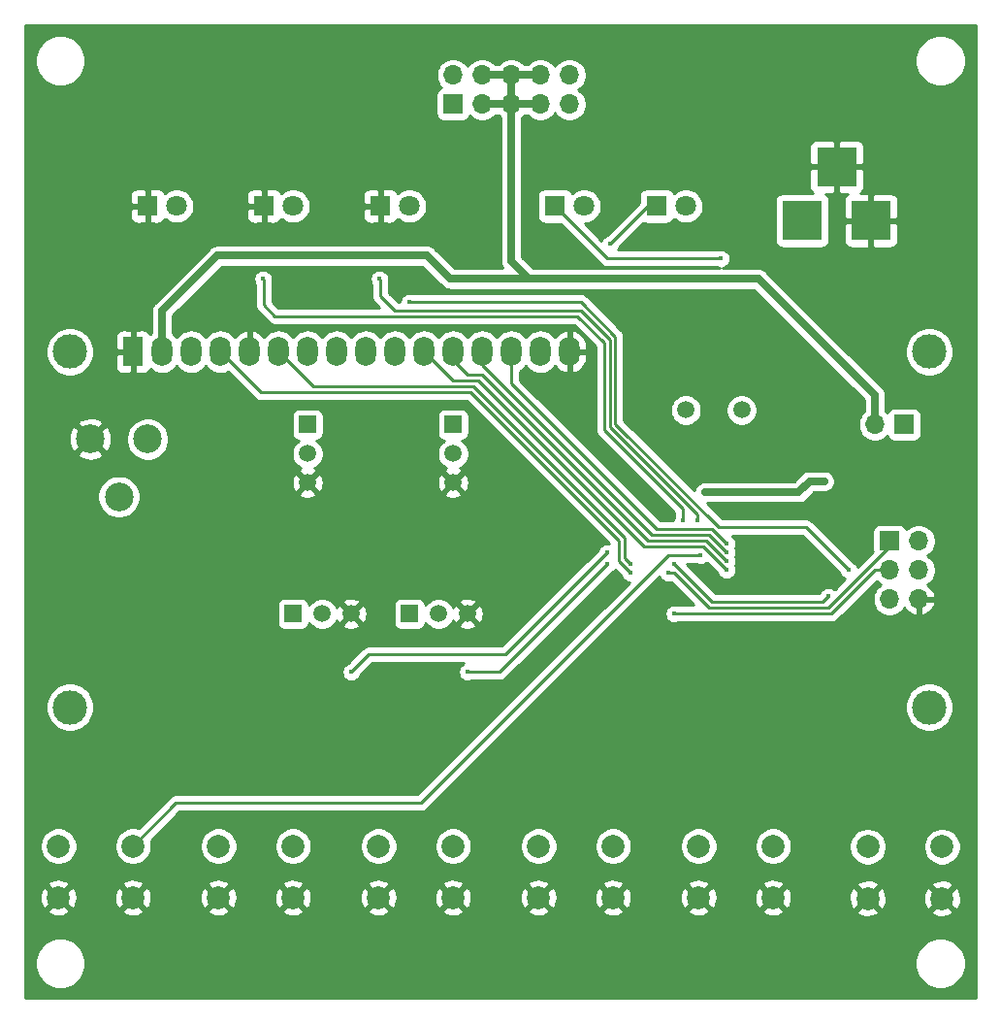
<source format=gbl>
G04 #@! TF.GenerationSoftware,KiCad,Pcbnew,(5.1.10-1-10_14)*
G04 #@! TF.CreationDate,2022-01-06T13:36:13+01:00*
G04 #@! TF.ProjectId,TrainSpeedo,54726169-6e53-4706-9565-646f2e6b6963,1.0a*
G04 #@! TF.SameCoordinates,Original*
G04 #@! TF.FileFunction,Copper,L2,Bot*
G04 #@! TF.FilePolarity,Positive*
%FSLAX46Y46*%
G04 Gerber Fmt 4.6, Leading zero omitted, Abs format (unit mm)*
G04 Created by KiCad (PCBNEW (5.1.10-1-10_14)) date 2022-01-06 13:36:13*
%MOMM*%
%LPD*%
G01*
G04 APERTURE LIST*
G04 #@! TA.AperFunction,ComponentPad*
%ADD10C,1.800000*%
G04 #@! TD*
G04 #@! TA.AperFunction,ComponentPad*
%ADD11R,1.800000X1.800000*%
G04 #@! TD*
G04 #@! TA.AperFunction,ComponentPad*
%ADD12R,3.500000X3.500000*%
G04 #@! TD*
G04 #@! TA.AperFunction,ComponentPad*
%ADD13O,1.700000X1.700000*%
G04 #@! TD*
G04 #@! TA.AperFunction,ComponentPad*
%ADD14R,1.700000X1.700000*%
G04 #@! TD*
G04 #@! TA.AperFunction,ComponentPad*
%ADD15C,2.000000*%
G04 #@! TD*
G04 #@! TA.AperFunction,ComponentPad*
%ADD16C,1.500000*%
G04 #@! TD*
G04 #@! TA.AperFunction,ComponentPad*
%ADD17R,1.520000X1.520000*%
G04 #@! TD*
G04 #@! TA.AperFunction,ComponentPad*
%ADD18C,1.520000*%
G04 #@! TD*
G04 #@! TA.AperFunction,ComponentPad*
%ADD19C,3.000000*%
G04 #@! TD*
G04 #@! TA.AperFunction,ComponentPad*
%ADD20O,1.800000X2.600000*%
G04 #@! TD*
G04 #@! TA.AperFunction,ComponentPad*
%ADD21R,1.800000X2.600000*%
G04 #@! TD*
G04 #@! TA.AperFunction,ComponentPad*
%ADD22C,2.500000*%
G04 #@! TD*
G04 #@! TA.AperFunction,ViaPad*
%ADD23C,0.400000*%
G04 #@! TD*
G04 #@! TA.AperFunction,Conductor*
%ADD24C,0.635000*%
G04 #@! TD*
G04 #@! TA.AperFunction,Conductor*
%ADD25C,0.254000*%
G04 #@! TD*
G04 #@! TA.AperFunction,Conductor*
%ADD26C,0.250000*%
G04 #@! TD*
G04 #@! TA.AperFunction,Conductor*
%ADD27C,0.150000*%
G04 #@! TD*
G04 APERTURE END LIST*
D10*
X151130000Y-68580000D03*
D11*
X148590000Y-68580000D03*
X157480000Y-68580000D03*
D10*
X160020000Y-68580000D03*
X115570000Y-68580000D03*
D11*
X113030000Y-68580000D03*
X123190000Y-68580000D03*
D10*
X125730000Y-68580000D03*
X135890000Y-68580000D03*
D11*
X133350000Y-68580000D03*
D12*
X173180000Y-65150000D03*
X176180000Y-69850000D03*
X170180000Y-69850000D03*
D13*
X149860000Y-57150000D03*
X149860000Y-59690000D03*
X147320000Y-57150000D03*
X147320000Y-59690000D03*
X144780000Y-57150000D03*
X144780000Y-59690000D03*
X142240000Y-57150000D03*
X142240000Y-59690000D03*
X139700000Y-57150000D03*
D14*
X139700000Y-59690000D03*
D13*
X180340000Y-102870000D03*
X177800000Y-102870000D03*
X180340000Y-100330000D03*
X177800000Y-100330000D03*
X180340000Y-97790000D03*
D14*
X177800000Y-97790000D03*
D13*
X176530000Y-87630000D03*
D14*
X179070000Y-87630000D03*
D15*
X111760000Y-124405000D03*
X111760000Y-128905000D03*
X105260000Y-124405000D03*
X105260000Y-128905000D03*
X119230000Y-128905000D03*
X119230000Y-124405000D03*
X125730000Y-128905000D03*
X125730000Y-124405000D03*
X139700000Y-124405000D03*
X139700000Y-128905000D03*
X133200000Y-124405000D03*
X133200000Y-128905000D03*
X161140000Y-128905000D03*
X161140000Y-124405000D03*
X167640000Y-128905000D03*
X167640000Y-124405000D03*
X153670000Y-124405000D03*
X153670000Y-128905000D03*
X147170000Y-124405000D03*
X147170000Y-128905000D03*
X182395000Y-124460000D03*
X182395000Y-128960000D03*
X175895000Y-124460000D03*
X175895000Y-128960000D03*
D16*
X164900000Y-86360000D03*
X160020000Y-86360000D03*
D17*
X127000000Y-87630000D03*
D18*
X127000000Y-92710000D03*
X127000000Y-90170000D03*
D17*
X139700000Y-87630000D03*
D18*
X139700000Y-92710000D03*
X139700000Y-90170000D03*
X128270000Y-104140000D03*
X130810000Y-104140000D03*
D17*
X125730000Y-104140000D03*
D18*
X138430000Y-104140000D03*
X140970000Y-104140000D03*
D17*
X135890000Y-104140000D03*
D19*
X181260000Y-81280000D03*
X181259480Y-112280700D03*
X106260900Y-112280700D03*
X106260900Y-81280000D03*
D20*
X149860000Y-81280000D03*
X147320000Y-81280000D03*
X144780000Y-81280000D03*
X142240000Y-81280000D03*
X139700000Y-81280000D03*
X137160000Y-81280000D03*
X134620000Y-81280000D03*
X132080000Y-81280000D03*
X129540000Y-81280000D03*
X127000000Y-81280000D03*
X124460000Y-81280000D03*
X121920000Y-81280000D03*
X119380000Y-81280000D03*
X116840000Y-81280000D03*
X114300000Y-81280000D03*
D21*
X111760000Y-81280000D03*
D22*
X113030000Y-88900000D03*
X108030000Y-88900000D03*
X110530000Y-93940000D03*
D23*
X135128000Y-87122000D03*
X122174000Y-86868000D03*
X150622000Y-63246000D03*
X170815000Y-57785000D03*
X116205000Y-57150000D03*
X127635000Y-57150000D03*
X114300000Y-117475000D03*
X180975000Y-117475000D03*
X152400000Y-117475000D03*
X132715000Y-117475000D03*
X170180000Y-100330000D03*
X176784000Y-93980000D03*
X172085000Y-92583000D03*
X161690000Y-93540000D03*
X140335000Y-74930000D03*
X148590000Y-74930000D03*
X157480000Y-74930000D03*
X172466012Y-102616000D03*
X155226000Y-99790000D03*
X158971998Y-99790000D03*
X155200000Y-100590000D03*
X158502000Y-100590000D03*
X161290000Y-99060000D03*
X163068000Y-73152000D03*
X153416000Y-71882000D03*
X130810000Y-109220000D03*
X153162000Y-98806000D03*
X140970000Y-109220000D03*
X153162000Y-99822004D03*
X159004000Y-104140000D03*
X135890000Y-76962000D03*
X174244000Y-100330000D03*
X159766000Y-96012000D03*
X123110000Y-74930000D03*
X161036000Y-96012000D03*
X133270000Y-74930000D03*
X163575998Y-98044004D03*
X163576000Y-98806004D03*
X163576000Y-99568000D03*
X163576000Y-100330000D03*
D24*
X169740000Y-93540000D02*
X169858000Y-93540000D01*
X161690000Y-93540000D02*
X169740000Y-93540000D01*
X170815000Y-92583000D02*
X172085000Y-92583000D01*
X169858000Y-93540000D02*
X170815000Y-92583000D01*
X166370000Y-74930000D02*
X157480000Y-74930000D01*
X154432000Y-74930000D02*
X148590000Y-74930000D01*
X157480000Y-74930000D02*
X154432000Y-74930000D01*
X148590000Y-74930000D02*
X146304000Y-74930000D01*
X146304000Y-74930000D02*
X139446000Y-74930000D01*
X114300000Y-77724000D02*
X114300000Y-81280000D01*
X119126000Y-72898000D02*
X114300000Y-77724000D01*
X137414000Y-72898000D02*
X119126000Y-72898000D01*
X139446000Y-74930000D02*
X137414000Y-72898000D01*
X144780000Y-73406000D02*
X144780000Y-60960000D01*
X146304000Y-74930000D02*
X144780000Y-73406000D01*
X144780000Y-60960000D02*
X144780000Y-59690000D01*
X144780000Y-59690000D02*
X144780000Y-57150000D01*
X142240000Y-57150000D02*
X144780000Y-57150000D01*
X144780000Y-57150000D02*
X147320000Y-57150000D01*
X142240000Y-59690000D02*
X144780000Y-59690000D01*
X144780000Y-59690000D02*
X147320000Y-59690000D01*
X176530000Y-87630000D02*
X176530000Y-85090000D01*
X176530000Y-85090000D02*
X166370000Y-74930000D01*
D25*
X141478000Y-84328000D02*
X127508000Y-84328000D01*
X154686000Y-97536000D02*
X141478000Y-84328000D01*
X154686000Y-99250000D02*
X154686000Y-97536000D01*
X127508000Y-84328000D02*
X124460000Y-81280000D01*
X155226000Y-99790000D02*
X154686000Y-99250000D01*
X158972000Y-99790000D02*
X158971998Y-99790000D01*
X162306000Y-103124000D02*
X158972000Y-99790000D01*
X171958012Y-103124000D02*
X162306000Y-103124000D01*
X172466012Y-102616000D02*
X171958012Y-103124000D01*
X122936000Y-84836000D02*
X119380000Y-81280000D01*
X141224000Y-84836000D02*
X122936000Y-84836000D01*
X154178000Y-97790000D02*
X141224000Y-84836000D01*
X154178000Y-99568000D02*
X154178000Y-97790000D01*
X155200000Y-100590000D02*
X154178000Y-99568000D01*
X159010000Y-100590000D02*
X158502000Y-100590000D01*
X162052000Y-103632000D02*
X159010000Y-100590000D01*
X172466000Y-103632000D02*
X162052000Y-103632000D01*
X177800000Y-98298000D02*
X172466000Y-103632000D01*
X177800000Y-97790000D02*
X177800000Y-98298000D01*
X115515000Y-120650000D02*
X111760000Y-124405000D01*
X136906000Y-120650000D02*
X115515000Y-120650000D01*
X158496000Y-99060000D02*
X136906000Y-120650000D01*
X161290000Y-99060000D02*
X158496000Y-99060000D01*
X153162000Y-73152000D02*
X163068000Y-73152000D01*
X148590000Y-68580000D02*
X153162000Y-73152000D01*
X154940000Y-70358000D02*
X153416000Y-71882000D01*
X156718000Y-68580000D02*
X154940000Y-70358000D01*
X157480000Y-68580000D02*
X156718000Y-68580000D01*
X144272000Y-107696000D02*
X153162000Y-98806000D01*
X132334000Y-107696000D02*
X144272000Y-107696000D01*
X130810000Y-109220000D02*
X132334000Y-107696000D01*
X143764004Y-109220000D02*
X153162000Y-99822004D01*
X140970000Y-109220000D02*
X143764004Y-109220000D01*
X176530000Y-100330000D02*
X177800000Y-100330000D01*
X172720000Y-104140000D02*
X176530000Y-100330000D01*
X159004000Y-104140000D02*
X172720000Y-104140000D01*
D26*
X163900000Y-96590000D02*
X170504000Y-96590000D01*
X170504000Y-96590000D02*
X174244000Y-100330000D01*
D25*
X153870010Y-79956010D02*
X150876000Y-76962000D01*
X153870010Y-87576010D02*
X153870010Y-79956010D01*
X162884000Y-96590000D02*
X153870010Y-87576010D01*
X150876000Y-76962000D02*
X135890000Y-76962000D01*
X163900000Y-96590000D02*
X162884000Y-96590000D01*
X123190000Y-77216000D02*
X123190000Y-75010000D01*
X123190000Y-75010000D02*
X123110000Y-74930000D01*
X124152010Y-78178010D02*
X123190000Y-77216000D01*
X150568010Y-78178010D02*
X124152010Y-78178010D01*
X152908000Y-88138000D02*
X152908000Y-80518000D01*
X152908000Y-80518000D02*
X150568010Y-78178010D01*
X159766000Y-94996000D02*
X152908000Y-88138000D01*
X159766000Y-96012000D02*
X159766000Y-94996000D01*
X133350000Y-75010000D02*
X133270000Y-74930000D01*
X133350000Y-76454000D02*
X133350000Y-75010000D01*
X134620000Y-77724000D02*
X133350000Y-76454000D01*
X153416000Y-87884000D02*
X153416000Y-80264000D01*
X150876000Y-77724000D02*
X134620000Y-77724000D01*
X153416000Y-80264000D02*
X150876000Y-77724000D01*
X161036000Y-95504000D02*
X153416000Y-87884000D01*
X161036000Y-96012000D02*
X161036000Y-95504000D01*
X162305994Y-96774000D02*
X163575998Y-98044004D01*
X157480000Y-96774000D02*
X162305994Y-96774000D01*
X144780000Y-84074000D02*
X157480000Y-96774000D01*
X144780000Y-81280000D02*
X144780000Y-84074000D01*
X157084000Y-97282000D02*
X162051996Y-97282000D01*
X142240000Y-82438000D02*
X157084000Y-97282000D01*
X162051996Y-97282000D02*
X163576000Y-98806004D01*
X142240000Y-81280000D02*
X142240000Y-82438000D01*
X139700000Y-82042000D02*
X139700000Y-81280000D01*
X142240000Y-83312000D02*
X140970000Y-83312000D01*
X140970000Y-83312000D02*
X139700000Y-82042000D01*
X156718000Y-97790000D02*
X142240000Y-83312000D01*
X161798000Y-97790000D02*
X156718000Y-97790000D01*
X163576000Y-99568000D02*
X161798000Y-97790000D01*
X139700000Y-83820000D02*
X137160000Y-81280000D01*
X141859000Y-83820000D02*
X139700000Y-83820000D01*
X156337000Y-98298000D02*
X141859000Y-83820000D01*
X161544000Y-98298000D02*
X156337000Y-98298000D01*
X163576000Y-100330000D02*
X161544000Y-98298000D01*
X185293000Y-137668000D02*
X102362000Y-137668000D01*
X102362000Y-134399872D01*
X103175000Y-134399872D01*
X103175000Y-134840128D01*
X103260890Y-135271925D01*
X103429369Y-135678669D01*
X103673962Y-136044729D01*
X103985271Y-136356038D01*
X104351331Y-136600631D01*
X104758075Y-136769110D01*
X105189872Y-136855000D01*
X105630128Y-136855000D01*
X106061925Y-136769110D01*
X106468669Y-136600631D01*
X106834729Y-136356038D01*
X107146038Y-136044729D01*
X107390631Y-135678669D01*
X107559110Y-135271925D01*
X107645000Y-134840128D01*
X107645000Y-134399872D01*
X180010000Y-134399872D01*
X180010000Y-134840128D01*
X180095890Y-135271925D01*
X180264369Y-135678669D01*
X180508962Y-136044729D01*
X180820271Y-136356038D01*
X181186331Y-136600631D01*
X181593075Y-136769110D01*
X182024872Y-136855000D01*
X182465128Y-136855000D01*
X182896925Y-136769110D01*
X183303669Y-136600631D01*
X183669729Y-136356038D01*
X183981038Y-136044729D01*
X184225631Y-135678669D01*
X184394110Y-135271925D01*
X184480000Y-134840128D01*
X184480000Y-134399872D01*
X184394110Y-133968075D01*
X184225631Y-133561331D01*
X183981038Y-133195271D01*
X183669729Y-132883962D01*
X183303669Y-132639369D01*
X182896925Y-132470890D01*
X182465128Y-132385000D01*
X182024872Y-132385000D01*
X181593075Y-132470890D01*
X181186331Y-132639369D01*
X180820271Y-132883962D01*
X180508962Y-133195271D01*
X180264369Y-133561331D01*
X180095890Y-133968075D01*
X180010000Y-134399872D01*
X107645000Y-134399872D01*
X107559110Y-133968075D01*
X107390631Y-133561331D01*
X107146038Y-133195271D01*
X106834729Y-132883962D01*
X106468669Y-132639369D01*
X106061925Y-132470890D01*
X105630128Y-132385000D01*
X105189872Y-132385000D01*
X104758075Y-132470890D01*
X104351331Y-132639369D01*
X103985271Y-132883962D01*
X103673962Y-133195271D01*
X103429369Y-133561331D01*
X103260890Y-133968075D01*
X103175000Y-134399872D01*
X102362000Y-134399872D01*
X102362000Y-130040413D01*
X104304192Y-130040413D01*
X104399956Y-130304814D01*
X104689571Y-130445704D01*
X105001108Y-130527384D01*
X105322595Y-130546718D01*
X105641675Y-130502961D01*
X105946088Y-130397795D01*
X106120044Y-130304814D01*
X106215808Y-130040413D01*
X110804192Y-130040413D01*
X110899956Y-130304814D01*
X111189571Y-130445704D01*
X111501108Y-130527384D01*
X111822595Y-130546718D01*
X112141675Y-130502961D01*
X112446088Y-130397795D01*
X112620044Y-130304814D01*
X112715808Y-130040413D01*
X118274192Y-130040413D01*
X118369956Y-130304814D01*
X118659571Y-130445704D01*
X118971108Y-130527384D01*
X119292595Y-130546718D01*
X119611675Y-130502961D01*
X119916088Y-130397795D01*
X120090044Y-130304814D01*
X120185808Y-130040413D01*
X124774192Y-130040413D01*
X124869956Y-130304814D01*
X125159571Y-130445704D01*
X125471108Y-130527384D01*
X125792595Y-130546718D01*
X126111675Y-130502961D01*
X126416088Y-130397795D01*
X126590044Y-130304814D01*
X126685808Y-130040413D01*
X132244192Y-130040413D01*
X132339956Y-130304814D01*
X132629571Y-130445704D01*
X132941108Y-130527384D01*
X133262595Y-130546718D01*
X133581675Y-130502961D01*
X133886088Y-130397795D01*
X134060044Y-130304814D01*
X134155808Y-130040413D01*
X138744192Y-130040413D01*
X138839956Y-130304814D01*
X139129571Y-130445704D01*
X139441108Y-130527384D01*
X139762595Y-130546718D01*
X140081675Y-130502961D01*
X140386088Y-130397795D01*
X140560044Y-130304814D01*
X140655808Y-130040413D01*
X146214192Y-130040413D01*
X146309956Y-130304814D01*
X146599571Y-130445704D01*
X146911108Y-130527384D01*
X147232595Y-130546718D01*
X147551675Y-130502961D01*
X147856088Y-130397795D01*
X148030044Y-130304814D01*
X148125808Y-130040413D01*
X152714192Y-130040413D01*
X152809956Y-130304814D01*
X153099571Y-130445704D01*
X153411108Y-130527384D01*
X153732595Y-130546718D01*
X154051675Y-130502961D01*
X154356088Y-130397795D01*
X154530044Y-130304814D01*
X154625808Y-130040413D01*
X160184192Y-130040413D01*
X160279956Y-130304814D01*
X160569571Y-130445704D01*
X160881108Y-130527384D01*
X161202595Y-130546718D01*
X161521675Y-130502961D01*
X161826088Y-130397795D01*
X162000044Y-130304814D01*
X162095808Y-130040413D01*
X166684192Y-130040413D01*
X166779956Y-130304814D01*
X167069571Y-130445704D01*
X167381108Y-130527384D01*
X167702595Y-130546718D01*
X168021675Y-130502961D01*
X168326088Y-130397795D01*
X168500044Y-130304814D01*
X168575887Y-130095413D01*
X174939192Y-130095413D01*
X175034956Y-130359814D01*
X175324571Y-130500704D01*
X175636108Y-130582384D01*
X175957595Y-130601718D01*
X176276675Y-130557961D01*
X176581088Y-130452795D01*
X176755044Y-130359814D01*
X176850808Y-130095413D01*
X181439192Y-130095413D01*
X181534956Y-130359814D01*
X181824571Y-130500704D01*
X182136108Y-130582384D01*
X182457595Y-130601718D01*
X182776675Y-130557961D01*
X183081088Y-130452795D01*
X183255044Y-130359814D01*
X183350808Y-130095413D01*
X182395000Y-129139605D01*
X181439192Y-130095413D01*
X176850808Y-130095413D01*
X175895000Y-129139605D01*
X174939192Y-130095413D01*
X168575887Y-130095413D01*
X168595808Y-130040413D01*
X167640000Y-129084605D01*
X166684192Y-130040413D01*
X162095808Y-130040413D01*
X161140000Y-129084605D01*
X160184192Y-130040413D01*
X154625808Y-130040413D01*
X153670000Y-129084605D01*
X152714192Y-130040413D01*
X148125808Y-130040413D01*
X147170000Y-129084605D01*
X146214192Y-130040413D01*
X140655808Y-130040413D01*
X139700000Y-129084605D01*
X138744192Y-130040413D01*
X134155808Y-130040413D01*
X133200000Y-129084605D01*
X132244192Y-130040413D01*
X126685808Y-130040413D01*
X125730000Y-129084605D01*
X124774192Y-130040413D01*
X120185808Y-130040413D01*
X119230000Y-129084605D01*
X118274192Y-130040413D01*
X112715808Y-130040413D01*
X111760000Y-129084605D01*
X110804192Y-130040413D01*
X106215808Y-130040413D01*
X105260000Y-129084605D01*
X104304192Y-130040413D01*
X102362000Y-130040413D01*
X102362000Y-128967595D01*
X103618282Y-128967595D01*
X103662039Y-129286675D01*
X103767205Y-129591088D01*
X103860186Y-129765044D01*
X104124587Y-129860808D01*
X105080395Y-128905000D01*
X105439605Y-128905000D01*
X106395413Y-129860808D01*
X106659814Y-129765044D01*
X106800704Y-129475429D01*
X106882384Y-129163892D01*
X106894189Y-128967595D01*
X110118282Y-128967595D01*
X110162039Y-129286675D01*
X110267205Y-129591088D01*
X110360186Y-129765044D01*
X110624587Y-129860808D01*
X111580395Y-128905000D01*
X111939605Y-128905000D01*
X112895413Y-129860808D01*
X113159814Y-129765044D01*
X113300704Y-129475429D01*
X113382384Y-129163892D01*
X113394189Y-128967595D01*
X117588282Y-128967595D01*
X117632039Y-129286675D01*
X117737205Y-129591088D01*
X117830186Y-129765044D01*
X118094587Y-129860808D01*
X119050395Y-128905000D01*
X119409605Y-128905000D01*
X120365413Y-129860808D01*
X120629814Y-129765044D01*
X120770704Y-129475429D01*
X120852384Y-129163892D01*
X120864189Y-128967595D01*
X124088282Y-128967595D01*
X124132039Y-129286675D01*
X124237205Y-129591088D01*
X124330186Y-129765044D01*
X124594587Y-129860808D01*
X125550395Y-128905000D01*
X125909605Y-128905000D01*
X126865413Y-129860808D01*
X127129814Y-129765044D01*
X127270704Y-129475429D01*
X127352384Y-129163892D01*
X127364189Y-128967595D01*
X131558282Y-128967595D01*
X131602039Y-129286675D01*
X131707205Y-129591088D01*
X131800186Y-129765044D01*
X132064587Y-129860808D01*
X133020395Y-128905000D01*
X133379605Y-128905000D01*
X134335413Y-129860808D01*
X134599814Y-129765044D01*
X134740704Y-129475429D01*
X134822384Y-129163892D01*
X134834189Y-128967595D01*
X138058282Y-128967595D01*
X138102039Y-129286675D01*
X138207205Y-129591088D01*
X138300186Y-129765044D01*
X138564587Y-129860808D01*
X139520395Y-128905000D01*
X139879605Y-128905000D01*
X140835413Y-129860808D01*
X141099814Y-129765044D01*
X141240704Y-129475429D01*
X141322384Y-129163892D01*
X141334189Y-128967595D01*
X145528282Y-128967595D01*
X145572039Y-129286675D01*
X145677205Y-129591088D01*
X145770186Y-129765044D01*
X146034587Y-129860808D01*
X146990395Y-128905000D01*
X147349605Y-128905000D01*
X148305413Y-129860808D01*
X148569814Y-129765044D01*
X148710704Y-129475429D01*
X148792384Y-129163892D01*
X148804189Y-128967595D01*
X152028282Y-128967595D01*
X152072039Y-129286675D01*
X152177205Y-129591088D01*
X152270186Y-129765044D01*
X152534587Y-129860808D01*
X153490395Y-128905000D01*
X153849605Y-128905000D01*
X154805413Y-129860808D01*
X155069814Y-129765044D01*
X155210704Y-129475429D01*
X155292384Y-129163892D01*
X155304189Y-128967595D01*
X159498282Y-128967595D01*
X159542039Y-129286675D01*
X159647205Y-129591088D01*
X159740186Y-129765044D01*
X160004587Y-129860808D01*
X160960395Y-128905000D01*
X161319605Y-128905000D01*
X162275413Y-129860808D01*
X162539814Y-129765044D01*
X162680704Y-129475429D01*
X162762384Y-129163892D01*
X162774189Y-128967595D01*
X165998282Y-128967595D01*
X166042039Y-129286675D01*
X166147205Y-129591088D01*
X166240186Y-129765044D01*
X166504587Y-129860808D01*
X167460395Y-128905000D01*
X167819605Y-128905000D01*
X168775413Y-129860808D01*
X169039814Y-129765044D01*
X169180704Y-129475429D01*
X169262384Y-129163892D01*
X169270881Y-129022595D01*
X174253282Y-129022595D01*
X174297039Y-129341675D01*
X174402205Y-129646088D01*
X174495186Y-129820044D01*
X174759587Y-129915808D01*
X175715395Y-128960000D01*
X176074605Y-128960000D01*
X177030413Y-129915808D01*
X177294814Y-129820044D01*
X177435704Y-129530429D01*
X177517384Y-129218892D01*
X177529189Y-129022595D01*
X180753282Y-129022595D01*
X180797039Y-129341675D01*
X180902205Y-129646088D01*
X180995186Y-129820044D01*
X181259587Y-129915808D01*
X182215395Y-128960000D01*
X182574605Y-128960000D01*
X183530413Y-129915808D01*
X183794814Y-129820044D01*
X183935704Y-129530429D01*
X184017384Y-129218892D01*
X184036718Y-128897405D01*
X183992961Y-128578325D01*
X183887795Y-128273912D01*
X183794814Y-128099956D01*
X183530413Y-128004192D01*
X182574605Y-128960000D01*
X182215395Y-128960000D01*
X181259587Y-128004192D01*
X180995186Y-128099956D01*
X180854296Y-128389571D01*
X180772616Y-128701108D01*
X180753282Y-129022595D01*
X177529189Y-129022595D01*
X177536718Y-128897405D01*
X177492961Y-128578325D01*
X177387795Y-128273912D01*
X177294814Y-128099956D01*
X177030413Y-128004192D01*
X176074605Y-128960000D01*
X175715395Y-128960000D01*
X174759587Y-128004192D01*
X174495186Y-128099956D01*
X174354296Y-128389571D01*
X174272616Y-128701108D01*
X174253282Y-129022595D01*
X169270881Y-129022595D01*
X169281718Y-128842405D01*
X169237961Y-128523325D01*
X169132795Y-128218912D01*
X169039814Y-128044956D01*
X168775413Y-127949192D01*
X167819605Y-128905000D01*
X167460395Y-128905000D01*
X166504587Y-127949192D01*
X166240186Y-128044956D01*
X166099296Y-128334571D01*
X166017616Y-128646108D01*
X165998282Y-128967595D01*
X162774189Y-128967595D01*
X162781718Y-128842405D01*
X162737961Y-128523325D01*
X162632795Y-128218912D01*
X162539814Y-128044956D01*
X162275413Y-127949192D01*
X161319605Y-128905000D01*
X160960395Y-128905000D01*
X160004587Y-127949192D01*
X159740186Y-128044956D01*
X159599296Y-128334571D01*
X159517616Y-128646108D01*
X159498282Y-128967595D01*
X155304189Y-128967595D01*
X155311718Y-128842405D01*
X155267961Y-128523325D01*
X155162795Y-128218912D01*
X155069814Y-128044956D01*
X154805413Y-127949192D01*
X153849605Y-128905000D01*
X153490395Y-128905000D01*
X152534587Y-127949192D01*
X152270186Y-128044956D01*
X152129296Y-128334571D01*
X152047616Y-128646108D01*
X152028282Y-128967595D01*
X148804189Y-128967595D01*
X148811718Y-128842405D01*
X148767961Y-128523325D01*
X148662795Y-128218912D01*
X148569814Y-128044956D01*
X148305413Y-127949192D01*
X147349605Y-128905000D01*
X146990395Y-128905000D01*
X146034587Y-127949192D01*
X145770186Y-128044956D01*
X145629296Y-128334571D01*
X145547616Y-128646108D01*
X145528282Y-128967595D01*
X141334189Y-128967595D01*
X141341718Y-128842405D01*
X141297961Y-128523325D01*
X141192795Y-128218912D01*
X141099814Y-128044956D01*
X140835413Y-127949192D01*
X139879605Y-128905000D01*
X139520395Y-128905000D01*
X138564587Y-127949192D01*
X138300186Y-128044956D01*
X138159296Y-128334571D01*
X138077616Y-128646108D01*
X138058282Y-128967595D01*
X134834189Y-128967595D01*
X134841718Y-128842405D01*
X134797961Y-128523325D01*
X134692795Y-128218912D01*
X134599814Y-128044956D01*
X134335413Y-127949192D01*
X133379605Y-128905000D01*
X133020395Y-128905000D01*
X132064587Y-127949192D01*
X131800186Y-128044956D01*
X131659296Y-128334571D01*
X131577616Y-128646108D01*
X131558282Y-128967595D01*
X127364189Y-128967595D01*
X127371718Y-128842405D01*
X127327961Y-128523325D01*
X127222795Y-128218912D01*
X127129814Y-128044956D01*
X126865413Y-127949192D01*
X125909605Y-128905000D01*
X125550395Y-128905000D01*
X124594587Y-127949192D01*
X124330186Y-128044956D01*
X124189296Y-128334571D01*
X124107616Y-128646108D01*
X124088282Y-128967595D01*
X120864189Y-128967595D01*
X120871718Y-128842405D01*
X120827961Y-128523325D01*
X120722795Y-128218912D01*
X120629814Y-128044956D01*
X120365413Y-127949192D01*
X119409605Y-128905000D01*
X119050395Y-128905000D01*
X118094587Y-127949192D01*
X117830186Y-128044956D01*
X117689296Y-128334571D01*
X117607616Y-128646108D01*
X117588282Y-128967595D01*
X113394189Y-128967595D01*
X113401718Y-128842405D01*
X113357961Y-128523325D01*
X113252795Y-128218912D01*
X113159814Y-128044956D01*
X112895413Y-127949192D01*
X111939605Y-128905000D01*
X111580395Y-128905000D01*
X110624587Y-127949192D01*
X110360186Y-128044956D01*
X110219296Y-128334571D01*
X110137616Y-128646108D01*
X110118282Y-128967595D01*
X106894189Y-128967595D01*
X106901718Y-128842405D01*
X106857961Y-128523325D01*
X106752795Y-128218912D01*
X106659814Y-128044956D01*
X106395413Y-127949192D01*
X105439605Y-128905000D01*
X105080395Y-128905000D01*
X104124587Y-127949192D01*
X103860186Y-128044956D01*
X103719296Y-128334571D01*
X103637616Y-128646108D01*
X103618282Y-128967595D01*
X102362000Y-128967595D01*
X102362000Y-127769587D01*
X104304192Y-127769587D01*
X105260000Y-128725395D01*
X106215808Y-127769587D01*
X110804192Y-127769587D01*
X111760000Y-128725395D01*
X112715808Y-127769587D01*
X118274192Y-127769587D01*
X119230000Y-128725395D01*
X120185808Y-127769587D01*
X124774192Y-127769587D01*
X125730000Y-128725395D01*
X126685808Y-127769587D01*
X132244192Y-127769587D01*
X133200000Y-128725395D01*
X134155808Y-127769587D01*
X138744192Y-127769587D01*
X139700000Y-128725395D01*
X140655808Y-127769587D01*
X146214192Y-127769587D01*
X147170000Y-128725395D01*
X148125808Y-127769587D01*
X152714192Y-127769587D01*
X153670000Y-128725395D01*
X154625808Y-127769587D01*
X160184192Y-127769587D01*
X161140000Y-128725395D01*
X162095808Y-127769587D01*
X166684192Y-127769587D01*
X167640000Y-128725395D01*
X168540808Y-127824587D01*
X174939192Y-127824587D01*
X175895000Y-128780395D01*
X176850808Y-127824587D01*
X181439192Y-127824587D01*
X182395000Y-128780395D01*
X183350808Y-127824587D01*
X183255044Y-127560186D01*
X182965429Y-127419296D01*
X182653892Y-127337616D01*
X182332405Y-127318282D01*
X182013325Y-127362039D01*
X181708912Y-127467205D01*
X181534956Y-127560186D01*
X181439192Y-127824587D01*
X176850808Y-127824587D01*
X176755044Y-127560186D01*
X176465429Y-127419296D01*
X176153892Y-127337616D01*
X175832405Y-127318282D01*
X175513325Y-127362039D01*
X175208912Y-127467205D01*
X175034956Y-127560186D01*
X174939192Y-127824587D01*
X168540808Y-127824587D01*
X168595808Y-127769587D01*
X168500044Y-127505186D01*
X168210429Y-127364296D01*
X167898892Y-127282616D01*
X167577405Y-127263282D01*
X167258325Y-127307039D01*
X166953912Y-127412205D01*
X166779956Y-127505186D01*
X166684192Y-127769587D01*
X162095808Y-127769587D01*
X162000044Y-127505186D01*
X161710429Y-127364296D01*
X161398892Y-127282616D01*
X161077405Y-127263282D01*
X160758325Y-127307039D01*
X160453912Y-127412205D01*
X160279956Y-127505186D01*
X160184192Y-127769587D01*
X154625808Y-127769587D01*
X154530044Y-127505186D01*
X154240429Y-127364296D01*
X153928892Y-127282616D01*
X153607405Y-127263282D01*
X153288325Y-127307039D01*
X152983912Y-127412205D01*
X152809956Y-127505186D01*
X152714192Y-127769587D01*
X148125808Y-127769587D01*
X148030044Y-127505186D01*
X147740429Y-127364296D01*
X147428892Y-127282616D01*
X147107405Y-127263282D01*
X146788325Y-127307039D01*
X146483912Y-127412205D01*
X146309956Y-127505186D01*
X146214192Y-127769587D01*
X140655808Y-127769587D01*
X140560044Y-127505186D01*
X140270429Y-127364296D01*
X139958892Y-127282616D01*
X139637405Y-127263282D01*
X139318325Y-127307039D01*
X139013912Y-127412205D01*
X138839956Y-127505186D01*
X138744192Y-127769587D01*
X134155808Y-127769587D01*
X134060044Y-127505186D01*
X133770429Y-127364296D01*
X133458892Y-127282616D01*
X133137405Y-127263282D01*
X132818325Y-127307039D01*
X132513912Y-127412205D01*
X132339956Y-127505186D01*
X132244192Y-127769587D01*
X126685808Y-127769587D01*
X126590044Y-127505186D01*
X126300429Y-127364296D01*
X125988892Y-127282616D01*
X125667405Y-127263282D01*
X125348325Y-127307039D01*
X125043912Y-127412205D01*
X124869956Y-127505186D01*
X124774192Y-127769587D01*
X120185808Y-127769587D01*
X120090044Y-127505186D01*
X119800429Y-127364296D01*
X119488892Y-127282616D01*
X119167405Y-127263282D01*
X118848325Y-127307039D01*
X118543912Y-127412205D01*
X118369956Y-127505186D01*
X118274192Y-127769587D01*
X112715808Y-127769587D01*
X112620044Y-127505186D01*
X112330429Y-127364296D01*
X112018892Y-127282616D01*
X111697405Y-127263282D01*
X111378325Y-127307039D01*
X111073912Y-127412205D01*
X110899956Y-127505186D01*
X110804192Y-127769587D01*
X106215808Y-127769587D01*
X106120044Y-127505186D01*
X105830429Y-127364296D01*
X105518892Y-127282616D01*
X105197405Y-127263282D01*
X104878325Y-127307039D01*
X104573912Y-127412205D01*
X104399956Y-127505186D01*
X104304192Y-127769587D01*
X102362000Y-127769587D01*
X102362000Y-124243967D01*
X103625000Y-124243967D01*
X103625000Y-124566033D01*
X103687832Y-124881912D01*
X103811082Y-125179463D01*
X103990013Y-125447252D01*
X104217748Y-125674987D01*
X104485537Y-125853918D01*
X104783088Y-125977168D01*
X105098967Y-126040000D01*
X105421033Y-126040000D01*
X105736912Y-125977168D01*
X106034463Y-125853918D01*
X106302252Y-125674987D01*
X106529987Y-125447252D01*
X106708918Y-125179463D01*
X106832168Y-124881912D01*
X106895000Y-124566033D01*
X106895000Y-124243967D01*
X110125000Y-124243967D01*
X110125000Y-124566033D01*
X110187832Y-124881912D01*
X110311082Y-125179463D01*
X110490013Y-125447252D01*
X110717748Y-125674987D01*
X110985537Y-125853918D01*
X111283088Y-125977168D01*
X111598967Y-126040000D01*
X111921033Y-126040000D01*
X112236912Y-125977168D01*
X112534463Y-125853918D01*
X112802252Y-125674987D01*
X113029987Y-125447252D01*
X113208918Y-125179463D01*
X113332168Y-124881912D01*
X113395000Y-124566033D01*
X113395000Y-124243967D01*
X117595000Y-124243967D01*
X117595000Y-124566033D01*
X117657832Y-124881912D01*
X117781082Y-125179463D01*
X117960013Y-125447252D01*
X118187748Y-125674987D01*
X118455537Y-125853918D01*
X118753088Y-125977168D01*
X119068967Y-126040000D01*
X119391033Y-126040000D01*
X119706912Y-125977168D01*
X120004463Y-125853918D01*
X120272252Y-125674987D01*
X120499987Y-125447252D01*
X120678918Y-125179463D01*
X120802168Y-124881912D01*
X120865000Y-124566033D01*
X120865000Y-124243967D01*
X124095000Y-124243967D01*
X124095000Y-124566033D01*
X124157832Y-124881912D01*
X124281082Y-125179463D01*
X124460013Y-125447252D01*
X124687748Y-125674987D01*
X124955537Y-125853918D01*
X125253088Y-125977168D01*
X125568967Y-126040000D01*
X125891033Y-126040000D01*
X126206912Y-125977168D01*
X126504463Y-125853918D01*
X126772252Y-125674987D01*
X126999987Y-125447252D01*
X127178918Y-125179463D01*
X127302168Y-124881912D01*
X127365000Y-124566033D01*
X127365000Y-124243967D01*
X131565000Y-124243967D01*
X131565000Y-124566033D01*
X131627832Y-124881912D01*
X131751082Y-125179463D01*
X131930013Y-125447252D01*
X132157748Y-125674987D01*
X132425537Y-125853918D01*
X132723088Y-125977168D01*
X133038967Y-126040000D01*
X133361033Y-126040000D01*
X133676912Y-125977168D01*
X133974463Y-125853918D01*
X134242252Y-125674987D01*
X134469987Y-125447252D01*
X134648918Y-125179463D01*
X134772168Y-124881912D01*
X134835000Y-124566033D01*
X134835000Y-124243967D01*
X138065000Y-124243967D01*
X138065000Y-124566033D01*
X138127832Y-124881912D01*
X138251082Y-125179463D01*
X138430013Y-125447252D01*
X138657748Y-125674987D01*
X138925537Y-125853918D01*
X139223088Y-125977168D01*
X139538967Y-126040000D01*
X139861033Y-126040000D01*
X140176912Y-125977168D01*
X140474463Y-125853918D01*
X140742252Y-125674987D01*
X140969987Y-125447252D01*
X141148918Y-125179463D01*
X141272168Y-124881912D01*
X141335000Y-124566033D01*
X141335000Y-124243967D01*
X145535000Y-124243967D01*
X145535000Y-124566033D01*
X145597832Y-124881912D01*
X145721082Y-125179463D01*
X145900013Y-125447252D01*
X146127748Y-125674987D01*
X146395537Y-125853918D01*
X146693088Y-125977168D01*
X147008967Y-126040000D01*
X147331033Y-126040000D01*
X147646912Y-125977168D01*
X147944463Y-125853918D01*
X148212252Y-125674987D01*
X148439987Y-125447252D01*
X148618918Y-125179463D01*
X148742168Y-124881912D01*
X148805000Y-124566033D01*
X148805000Y-124243967D01*
X152035000Y-124243967D01*
X152035000Y-124566033D01*
X152097832Y-124881912D01*
X152221082Y-125179463D01*
X152400013Y-125447252D01*
X152627748Y-125674987D01*
X152895537Y-125853918D01*
X153193088Y-125977168D01*
X153508967Y-126040000D01*
X153831033Y-126040000D01*
X154146912Y-125977168D01*
X154444463Y-125853918D01*
X154712252Y-125674987D01*
X154939987Y-125447252D01*
X155118918Y-125179463D01*
X155242168Y-124881912D01*
X155305000Y-124566033D01*
X155305000Y-124243967D01*
X159505000Y-124243967D01*
X159505000Y-124566033D01*
X159567832Y-124881912D01*
X159691082Y-125179463D01*
X159870013Y-125447252D01*
X160097748Y-125674987D01*
X160365537Y-125853918D01*
X160663088Y-125977168D01*
X160978967Y-126040000D01*
X161301033Y-126040000D01*
X161616912Y-125977168D01*
X161914463Y-125853918D01*
X162182252Y-125674987D01*
X162409987Y-125447252D01*
X162588918Y-125179463D01*
X162712168Y-124881912D01*
X162775000Y-124566033D01*
X162775000Y-124243967D01*
X166005000Y-124243967D01*
X166005000Y-124566033D01*
X166067832Y-124881912D01*
X166191082Y-125179463D01*
X166370013Y-125447252D01*
X166597748Y-125674987D01*
X166865537Y-125853918D01*
X167163088Y-125977168D01*
X167478967Y-126040000D01*
X167801033Y-126040000D01*
X168116912Y-125977168D01*
X168414463Y-125853918D01*
X168682252Y-125674987D01*
X168909987Y-125447252D01*
X169088918Y-125179463D01*
X169212168Y-124881912D01*
X169275000Y-124566033D01*
X169275000Y-124298967D01*
X174260000Y-124298967D01*
X174260000Y-124621033D01*
X174322832Y-124936912D01*
X174446082Y-125234463D01*
X174625013Y-125502252D01*
X174852748Y-125729987D01*
X175120537Y-125908918D01*
X175418088Y-126032168D01*
X175733967Y-126095000D01*
X176056033Y-126095000D01*
X176371912Y-126032168D01*
X176669463Y-125908918D01*
X176937252Y-125729987D01*
X177164987Y-125502252D01*
X177343918Y-125234463D01*
X177467168Y-124936912D01*
X177530000Y-124621033D01*
X177530000Y-124298967D01*
X180760000Y-124298967D01*
X180760000Y-124621033D01*
X180822832Y-124936912D01*
X180946082Y-125234463D01*
X181125013Y-125502252D01*
X181352748Y-125729987D01*
X181620537Y-125908918D01*
X181918088Y-126032168D01*
X182233967Y-126095000D01*
X182556033Y-126095000D01*
X182871912Y-126032168D01*
X183169463Y-125908918D01*
X183437252Y-125729987D01*
X183664987Y-125502252D01*
X183843918Y-125234463D01*
X183967168Y-124936912D01*
X184030000Y-124621033D01*
X184030000Y-124298967D01*
X183967168Y-123983088D01*
X183843918Y-123685537D01*
X183664987Y-123417748D01*
X183437252Y-123190013D01*
X183169463Y-123011082D01*
X182871912Y-122887832D01*
X182556033Y-122825000D01*
X182233967Y-122825000D01*
X181918088Y-122887832D01*
X181620537Y-123011082D01*
X181352748Y-123190013D01*
X181125013Y-123417748D01*
X180946082Y-123685537D01*
X180822832Y-123983088D01*
X180760000Y-124298967D01*
X177530000Y-124298967D01*
X177467168Y-123983088D01*
X177343918Y-123685537D01*
X177164987Y-123417748D01*
X176937252Y-123190013D01*
X176669463Y-123011082D01*
X176371912Y-122887832D01*
X176056033Y-122825000D01*
X175733967Y-122825000D01*
X175418088Y-122887832D01*
X175120537Y-123011082D01*
X174852748Y-123190013D01*
X174625013Y-123417748D01*
X174446082Y-123685537D01*
X174322832Y-123983088D01*
X174260000Y-124298967D01*
X169275000Y-124298967D01*
X169275000Y-124243967D01*
X169212168Y-123928088D01*
X169088918Y-123630537D01*
X168909987Y-123362748D01*
X168682252Y-123135013D01*
X168414463Y-122956082D01*
X168116912Y-122832832D01*
X167801033Y-122770000D01*
X167478967Y-122770000D01*
X167163088Y-122832832D01*
X166865537Y-122956082D01*
X166597748Y-123135013D01*
X166370013Y-123362748D01*
X166191082Y-123630537D01*
X166067832Y-123928088D01*
X166005000Y-124243967D01*
X162775000Y-124243967D01*
X162712168Y-123928088D01*
X162588918Y-123630537D01*
X162409987Y-123362748D01*
X162182252Y-123135013D01*
X161914463Y-122956082D01*
X161616912Y-122832832D01*
X161301033Y-122770000D01*
X160978967Y-122770000D01*
X160663088Y-122832832D01*
X160365537Y-122956082D01*
X160097748Y-123135013D01*
X159870013Y-123362748D01*
X159691082Y-123630537D01*
X159567832Y-123928088D01*
X159505000Y-124243967D01*
X155305000Y-124243967D01*
X155242168Y-123928088D01*
X155118918Y-123630537D01*
X154939987Y-123362748D01*
X154712252Y-123135013D01*
X154444463Y-122956082D01*
X154146912Y-122832832D01*
X153831033Y-122770000D01*
X153508967Y-122770000D01*
X153193088Y-122832832D01*
X152895537Y-122956082D01*
X152627748Y-123135013D01*
X152400013Y-123362748D01*
X152221082Y-123630537D01*
X152097832Y-123928088D01*
X152035000Y-124243967D01*
X148805000Y-124243967D01*
X148742168Y-123928088D01*
X148618918Y-123630537D01*
X148439987Y-123362748D01*
X148212252Y-123135013D01*
X147944463Y-122956082D01*
X147646912Y-122832832D01*
X147331033Y-122770000D01*
X147008967Y-122770000D01*
X146693088Y-122832832D01*
X146395537Y-122956082D01*
X146127748Y-123135013D01*
X145900013Y-123362748D01*
X145721082Y-123630537D01*
X145597832Y-123928088D01*
X145535000Y-124243967D01*
X141335000Y-124243967D01*
X141272168Y-123928088D01*
X141148918Y-123630537D01*
X140969987Y-123362748D01*
X140742252Y-123135013D01*
X140474463Y-122956082D01*
X140176912Y-122832832D01*
X139861033Y-122770000D01*
X139538967Y-122770000D01*
X139223088Y-122832832D01*
X138925537Y-122956082D01*
X138657748Y-123135013D01*
X138430013Y-123362748D01*
X138251082Y-123630537D01*
X138127832Y-123928088D01*
X138065000Y-124243967D01*
X134835000Y-124243967D01*
X134772168Y-123928088D01*
X134648918Y-123630537D01*
X134469987Y-123362748D01*
X134242252Y-123135013D01*
X133974463Y-122956082D01*
X133676912Y-122832832D01*
X133361033Y-122770000D01*
X133038967Y-122770000D01*
X132723088Y-122832832D01*
X132425537Y-122956082D01*
X132157748Y-123135013D01*
X131930013Y-123362748D01*
X131751082Y-123630537D01*
X131627832Y-123928088D01*
X131565000Y-124243967D01*
X127365000Y-124243967D01*
X127302168Y-123928088D01*
X127178918Y-123630537D01*
X126999987Y-123362748D01*
X126772252Y-123135013D01*
X126504463Y-122956082D01*
X126206912Y-122832832D01*
X125891033Y-122770000D01*
X125568967Y-122770000D01*
X125253088Y-122832832D01*
X124955537Y-122956082D01*
X124687748Y-123135013D01*
X124460013Y-123362748D01*
X124281082Y-123630537D01*
X124157832Y-123928088D01*
X124095000Y-124243967D01*
X120865000Y-124243967D01*
X120802168Y-123928088D01*
X120678918Y-123630537D01*
X120499987Y-123362748D01*
X120272252Y-123135013D01*
X120004463Y-122956082D01*
X119706912Y-122832832D01*
X119391033Y-122770000D01*
X119068967Y-122770000D01*
X118753088Y-122832832D01*
X118455537Y-122956082D01*
X118187748Y-123135013D01*
X117960013Y-123362748D01*
X117781082Y-123630537D01*
X117657832Y-123928088D01*
X117595000Y-124243967D01*
X113395000Y-124243967D01*
X113332168Y-123928088D01*
X113327006Y-123915625D01*
X115830631Y-121412000D01*
X136868577Y-121412000D01*
X136906000Y-121415686D01*
X136943423Y-121412000D01*
X136943426Y-121412000D01*
X137055378Y-121400974D01*
X137199015Y-121357402D01*
X137331392Y-121286645D01*
X137447422Y-121191422D01*
X137471284Y-121162346D01*
X146563209Y-112070421D01*
X179124480Y-112070421D01*
X179124480Y-112490979D01*
X179206527Y-112903456D01*
X179367468Y-113292002D01*
X179601117Y-113641683D01*
X179898497Y-113939063D01*
X180248178Y-114172712D01*
X180636724Y-114333653D01*
X181049201Y-114415700D01*
X181469759Y-114415700D01*
X181882236Y-114333653D01*
X182270782Y-114172712D01*
X182620463Y-113939063D01*
X182917843Y-113641683D01*
X183151492Y-113292002D01*
X183312433Y-112903456D01*
X183394480Y-112490979D01*
X183394480Y-112070421D01*
X183312433Y-111657944D01*
X183151492Y-111269398D01*
X182917843Y-110919717D01*
X182620463Y-110622337D01*
X182270782Y-110388688D01*
X181882236Y-110227747D01*
X181469759Y-110145700D01*
X181049201Y-110145700D01*
X180636724Y-110227747D01*
X180248178Y-110388688D01*
X179898497Y-110622337D01*
X179601117Y-110919717D01*
X179367468Y-111269398D01*
X179206527Y-111657944D01*
X179124480Y-112070421D01*
X146563209Y-112070421D01*
X157728666Y-100904965D01*
X157762033Y-100985521D01*
X157853413Y-101122281D01*
X157969719Y-101238587D01*
X158106479Y-101329967D01*
X158258440Y-101392911D01*
X158419760Y-101425000D01*
X158584240Y-101425000D01*
X158736986Y-101394616D01*
X160720370Y-103378000D01*
X159346328Y-103378000D01*
X159247560Y-103337089D01*
X159086240Y-103305000D01*
X158921760Y-103305000D01*
X158760440Y-103337089D01*
X158608479Y-103400033D01*
X158471719Y-103491413D01*
X158355413Y-103607719D01*
X158264033Y-103744479D01*
X158201089Y-103896440D01*
X158169000Y-104057760D01*
X158169000Y-104222240D01*
X158201089Y-104383560D01*
X158264033Y-104535521D01*
X158355413Y-104672281D01*
X158471719Y-104788587D01*
X158608479Y-104879967D01*
X158760440Y-104942911D01*
X158921760Y-104975000D01*
X159086240Y-104975000D01*
X159247560Y-104942911D01*
X159346328Y-104902000D01*
X172682577Y-104902000D01*
X172720000Y-104905686D01*
X172757423Y-104902000D01*
X172757426Y-104902000D01*
X172869378Y-104890974D01*
X173013015Y-104847402D01*
X173145392Y-104776645D01*
X173261422Y-104681422D01*
X173285284Y-104652346D01*
X176653762Y-101283869D01*
X176853368Y-101483475D01*
X177027760Y-101600000D01*
X176853368Y-101716525D01*
X176646525Y-101923368D01*
X176484010Y-102166589D01*
X176372068Y-102436842D01*
X176315000Y-102723740D01*
X176315000Y-103016260D01*
X176372068Y-103303158D01*
X176484010Y-103573411D01*
X176646525Y-103816632D01*
X176853368Y-104023475D01*
X177096589Y-104185990D01*
X177366842Y-104297932D01*
X177653740Y-104355000D01*
X177946260Y-104355000D01*
X178233158Y-104297932D01*
X178503411Y-104185990D01*
X178746632Y-104023475D01*
X178953475Y-103816632D01*
X179071100Y-103640594D01*
X179242412Y-103870269D01*
X179458645Y-104065178D01*
X179708748Y-104214157D01*
X179983109Y-104311481D01*
X180213000Y-104190814D01*
X180213000Y-102997000D01*
X180467000Y-102997000D01*
X180467000Y-104190814D01*
X180696891Y-104311481D01*
X180971252Y-104214157D01*
X181221355Y-104065178D01*
X181437588Y-103870269D01*
X181611641Y-103636920D01*
X181736825Y-103374099D01*
X181781476Y-103226890D01*
X181660155Y-102997000D01*
X180467000Y-102997000D01*
X180213000Y-102997000D01*
X180193000Y-102997000D01*
X180193000Y-102743000D01*
X180213000Y-102743000D01*
X180213000Y-102723000D01*
X180467000Y-102723000D01*
X180467000Y-102743000D01*
X181660155Y-102743000D01*
X181781476Y-102513110D01*
X181736825Y-102365901D01*
X181611641Y-102103080D01*
X181437588Y-101869731D01*
X181221355Y-101674822D01*
X181104466Y-101605195D01*
X181286632Y-101483475D01*
X181493475Y-101276632D01*
X181655990Y-101033411D01*
X181767932Y-100763158D01*
X181825000Y-100476260D01*
X181825000Y-100183740D01*
X181767932Y-99896842D01*
X181655990Y-99626589D01*
X181493475Y-99383368D01*
X181286632Y-99176525D01*
X181112240Y-99060000D01*
X181286632Y-98943475D01*
X181493475Y-98736632D01*
X181655990Y-98493411D01*
X181767932Y-98223158D01*
X181825000Y-97936260D01*
X181825000Y-97643740D01*
X181767932Y-97356842D01*
X181655990Y-97086589D01*
X181493475Y-96843368D01*
X181286632Y-96636525D01*
X181043411Y-96474010D01*
X180773158Y-96362068D01*
X180486260Y-96305000D01*
X180193740Y-96305000D01*
X179906842Y-96362068D01*
X179636589Y-96474010D01*
X179393368Y-96636525D01*
X179261513Y-96768380D01*
X179239502Y-96695820D01*
X179180537Y-96585506D01*
X179101185Y-96488815D01*
X179004494Y-96409463D01*
X178894180Y-96350498D01*
X178774482Y-96314188D01*
X178650000Y-96301928D01*
X176950000Y-96301928D01*
X176825518Y-96314188D01*
X176705820Y-96350498D01*
X176595506Y-96409463D01*
X176498815Y-96488815D01*
X176419463Y-96585506D01*
X176360498Y-96695820D01*
X176324188Y-96815518D01*
X176311928Y-96940000D01*
X176311928Y-98640000D01*
X176318064Y-98702305D01*
X175013820Y-100006550D01*
X174983967Y-99934479D01*
X174892587Y-99797719D01*
X174776281Y-99681413D01*
X174639521Y-99590033D01*
X174535924Y-99547122D01*
X171067804Y-96079003D01*
X171044001Y-96049999D01*
X170928276Y-95955026D01*
X170796247Y-95884454D01*
X170652986Y-95840997D01*
X170541333Y-95830000D01*
X170541322Y-95830000D01*
X170504000Y-95826324D01*
X170466678Y-95830000D01*
X163957733Y-95830000D01*
X163937426Y-95828000D01*
X163199631Y-95828000D01*
X161864131Y-94492500D01*
X169811215Y-94492500D01*
X169858000Y-94497108D01*
X169904785Y-94492500D01*
X170044723Y-94478717D01*
X170224269Y-94424252D01*
X170389741Y-94335806D01*
X170534778Y-94216778D01*
X170564607Y-94180431D01*
X171209538Y-93535500D01*
X172131785Y-93535500D01*
X172271723Y-93521717D01*
X172451269Y-93467252D01*
X172616741Y-93378806D01*
X172761778Y-93259778D01*
X172880806Y-93114741D01*
X172969252Y-92949269D01*
X173023717Y-92769723D01*
X173042108Y-92583000D01*
X173023717Y-92396277D01*
X172969252Y-92216731D01*
X172880806Y-92051259D01*
X172761778Y-91906222D01*
X172616741Y-91787194D01*
X172451269Y-91698748D01*
X172271723Y-91644283D01*
X172131785Y-91630500D01*
X170861784Y-91630500D01*
X170814999Y-91625892D01*
X170628277Y-91644283D01*
X170448731Y-91698748D01*
X170283259Y-91787194D01*
X170138222Y-91906222D01*
X170108393Y-91942569D01*
X169463462Y-92587500D01*
X161643215Y-92587500D01*
X161503277Y-92601283D01*
X161323731Y-92655748D01*
X161158259Y-92744194D01*
X161013222Y-92863222D01*
X160894194Y-93008259D01*
X160805748Y-93173731D01*
X160751283Y-93353277D01*
X160748918Y-93377287D01*
X154632010Y-87260380D01*
X154632010Y-86223589D01*
X158635000Y-86223589D01*
X158635000Y-86496411D01*
X158688225Y-86763989D01*
X158792629Y-87016043D01*
X158944201Y-87242886D01*
X159137114Y-87435799D01*
X159363957Y-87587371D01*
X159616011Y-87691775D01*
X159883589Y-87745000D01*
X160156411Y-87745000D01*
X160423989Y-87691775D01*
X160676043Y-87587371D01*
X160902886Y-87435799D01*
X161095799Y-87242886D01*
X161247371Y-87016043D01*
X161351775Y-86763989D01*
X161405000Y-86496411D01*
X161405000Y-86223589D01*
X163515000Y-86223589D01*
X163515000Y-86496411D01*
X163568225Y-86763989D01*
X163672629Y-87016043D01*
X163824201Y-87242886D01*
X164017114Y-87435799D01*
X164243957Y-87587371D01*
X164496011Y-87691775D01*
X164763589Y-87745000D01*
X165036411Y-87745000D01*
X165303989Y-87691775D01*
X165556043Y-87587371D01*
X165782886Y-87435799D01*
X165975799Y-87242886D01*
X166127371Y-87016043D01*
X166231775Y-86763989D01*
X166285000Y-86496411D01*
X166285000Y-86223589D01*
X166231775Y-85956011D01*
X166127371Y-85703957D01*
X165975799Y-85477114D01*
X165782886Y-85284201D01*
X165556043Y-85132629D01*
X165303989Y-85028225D01*
X165036411Y-84975000D01*
X164763589Y-84975000D01*
X164496011Y-85028225D01*
X164243957Y-85132629D01*
X164017114Y-85284201D01*
X163824201Y-85477114D01*
X163672629Y-85703957D01*
X163568225Y-85956011D01*
X163515000Y-86223589D01*
X161405000Y-86223589D01*
X161351775Y-85956011D01*
X161247371Y-85703957D01*
X161095799Y-85477114D01*
X160902886Y-85284201D01*
X160676043Y-85132629D01*
X160423989Y-85028225D01*
X160156411Y-84975000D01*
X159883589Y-84975000D01*
X159616011Y-85028225D01*
X159363957Y-85132629D01*
X159137114Y-85284201D01*
X158944201Y-85477114D01*
X158792629Y-85703957D01*
X158688225Y-85956011D01*
X158635000Y-86223589D01*
X154632010Y-86223589D01*
X154632010Y-79993433D01*
X154635696Y-79956010D01*
X154628343Y-79881355D01*
X154620984Y-79806632D01*
X154577412Y-79662995D01*
X154508002Y-79533138D01*
X154506655Y-79530617D01*
X154444583Y-79454983D01*
X154411432Y-79414588D01*
X154382356Y-79390726D01*
X151441284Y-76449654D01*
X151417422Y-76420578D01*
X151301392Y-76325355D01*
X151169015Y-76254598D01*
X151025378Y-76211026D01*
X150913426Y-76200000D01*
X150913423Y-76200000D01*
X150876000Y-76196314D01*
X150838577Y-76200000D01*
X136232328Y-76200000D01*
X136133560Y-76159089D01*
X135972240Y-76127000D01*
X135807760Y-76127000D01*
X135646440Y-76159089D01*
X135494479Y-76222033D01*
X135357719Y-76313413D01*
X135241413Y-76429719D01*
X135150033Y-76566479D01*
X135087089Y-76718440D01*
X135055000Y-76879760D01*
X135055000Y-76962000D01*
X134935631Y-76962000D01*
X134112000Y-76138370D01*
X134112000Y-75047422D01*
X134115686Y-75009999D01*
X134112000Y-74972574D01*
X134105000Y-74901500D01*
X134105000Y-74847760D01*
X134072911Y-74686440D01*
X134009967Y-74534479D01*
X133918587Y-74397719D01*
X133802281Y-74281413D01*
X133665521Y-74190033D01*
X133513560Y-74127089D01*
X133352240Y-74095000D01*
X133187760Y-74095000D01*
X133026440Y-74127089D01*
X132874479Y-74190033D01*
X132737719Y-74281413D01*
X132621413Y-74397719D01*
X132530033Y-74534479D01*
X132467089Y-74686440D01*
X132435000Y-74847760D01*
X132435000Y-75012240D01*
X132467089Y-75173560D01*
X132530033Y-75325521D01*
X132588001Y-75412276D01*
X132588000Y-76416576D01*
X132584314Y-76454000D01*
X132588000Y-76491423D01*
X132588000Y-76491425D01*
X132599026Y-76603377D01*
X132642598Y-76747014D01*
X132675535Y-76808635D01*
X132713355Y-76879392D01*
X132749131Y-76922985D01*
X132808578Y-76995422D01*
X132837654Y-77019284D01*
X133234380Y-77416010D01*
X124467640Y-77416010D01*
X123952000Y-76900370D01*
X123952000Y-75047422D01*
X123955686Y-75009999D01*
X123952000Y-74972574D01*
X123945000Y-74901500D01*
X123945000Y-74847760D01*
X123912911Y-74686440D01*
X123849967Y-74534479D01*
X123758587Y-74397719D01*
X123642281Y-74281413D01*
X123505521Y-74190033D01*
X123353560Y-74127089D01*
X123192240Y-74095000D01*
X123027760Y-74095000D01*
X122866440Y-74127089D01*
X122714479Y-74190033D01*
X122577719Y-74281413D01*
X122461413Y-74397719D01*
X122370033Y-74534479D01*
X122307089Y-74686440D01*
X122275000Y-74847760D01*
X122275000Y-75012240D01*
X122307089Y-75173560D01*
X122370033Y-75325521D01*
X122428001Y-75412276D01*
X122428000Y-77178576D01*
X122424314Y-77216000D01*
X122428000Y-77253423D01*
X122428000Y-77253425D01*
X122439026Y-77365377D01*
X122482598Y-77509014D01*
X122499890Y-77541365D01*
X122553355Y-77641392D01*
X122582755Y-77677216D01*
X122648578Y-77757422D01*
X122677654Y-77781284D01*
X123586726Y-78690356D01*
X123610588Y-78719432D01*
X123684229Y-78779867D01*
X123726617Y-78814655D01*
X123797374Y-78852475D01*
X123858995Y-78885412D01*
X124002632Y-78928984D01*
X124114584Y-78940010D01*
X124114587Y-78940010D01*
X124152010Y-78943696D01*
X124189433Y-78940010D01*
X150252380Y-78940010D01*
X152146001Y-80833631D01*
X152146000Y-88100577D01*
X152142314Y-88138000D01*
X152146000Y-88175423D01*
X152146000Y-88175425D01*
X152157026Y-88287377D01*
X152200598Y-88431014D01*
X152200599Y-88431015D01*
X152271355Y-88563392D01*
X152305077Y-88604482D01*
X152366578Y-88679422D01*
X152395654Y-88703284D01*
X159004001Y-95311631D01*
X159004000Y-95669671D01*
X158963089Y-95768440D01*
X158931000Y-95929760D01*
X158931000Y-96012000D01*
X157795631Y-96012000D01*
X145542000Y-83758370D01*
X145542000Y-83013221D01*
X145636927Y-82962481D01*
X145870661Y-82770661D01*
X146050000Y-82552135D01*
X146229339Y-82770661D01*
X146463074Y-82962481D01*
X146729740Y-83105017D01*
X147019088Y-83192790D01*
X147320000Y-83222427D01*
X147620913Y-83192790D01*
X147910261Y-83105017D01*
X148176927Y-82962481D01*
X148410661Y-82770661D01*
X148594781Y-82546309D01*
X148654252Y-82638396D01*
X148864394Y-82855210D01*
X149112796Y-83026862D01*
X149389913Y-83146755D01*
X149495260Y-83171036D01*
X149733000Y-83050378D01*
X149733000Y-81407000D01*
X149987000Y-81407000D01*
X149987000Y-83050378D01*
X150224740Y-83171036D01*
X150330087Y-83146755D01*
X150607204Y-83026862D01*
X150855606Y-82855210D01*
X151065748Y-82638396D01*
X151229554Y-82384751D01*
X151340729Y-82104023D01*
X151395000Y-81807000D01*
X151395000Y-81407000D01*
X149987000Y-81407000D01*
X149733000Y-81407000D01*
X149713000Y-81407000D01*
X149713000Y-81153000D01*
X149733000Y-81153000D01*
X149733000Y-79509622D01*
X149987000Y-79509622D01*
X149987000Y-81153000D01*
X151395000Y-81153000D01*
X151395000Y-80753000D01*
X151340729Y-80455977D01*
X151229554Y-80175249D01*
X151065748Y-79921604D01*
X150855606Y-79704790D01*
X150607204Y-79533138D01*
X150330087Y-79413245D01*
X150224740Y-79388964D01*
X149987000Y-79509622D01*
X149733000Y-79509622D01*
X149495260Y-79388964D01*
X149389913Y-79413245D01*
X149112796Y-79533138D01*
X148864394Y-79704790D01*
X148654252Y-79921604D01*
X148594781Y-80013691D01*
X148410661Y-79789339D01*
X148176926Y-79597519D01*
X147910260Y-79454983D01*
X147620912Y-79367210D01*
X147320000Y-79337573D01*
X147019087Y-79367210D01*
X146729739Y-79454983D01*
X146463073Y-79597519D01*
X146229339Y-79789339D01*
X146050000Y-80007865D01*
X145870661Y-79789339D01*
X145636926Y-79597519D01*
X145370260Y-79454983D01*
X145080912Y-79367210D01*
X144780000Y-79337573D01*
X144479087Y-79367210D01*
X144189739Y-79454983D01*
X143923073Y-79597519D01*
X143689339Y-79789339D01*
X143510000Y-80007865D01*
X143330661Y-79789339D01*
X143096926Y-79597519D01*
X142830260Y-79454983D01*
X142540912Y-79367210D01*
X142240000Y-79337573D01*
X141939087Y-79367210D01*
X141649739Y-79454983D01*
X141383073Y-79597519D01*
X141149339Y-79789339D01*
X140970000Y-80007865D01*
X140790661Y-79789339D01*
X140556926Y-79597519D01*
X140290260Y-79454983D01*
X140000912Y-79367210D01*
X139700000Y-79337573D01*
X139399087Y-79367210D01*
X139109739Y-79454983D01*
X138843073Y-79597519D01*
X138609339Y-79789339D01*
X138430000Y-80007865D01*
X138250661Y-79789339D01*
X138016926Y-79597519D01*
X137750260Y-79454983D01*
X137460912Y-79367210D01*
X137160000Y-79337573D01*
X136859087Y-79367210D01*
X136569739Y-79454983D01*
X136303073Y-79597519D01*
X136069339Y-79789339D01*
X135890000Y-80007865D01*
X135710661Y-79789339D01*
X135476926Y-79597519D01*
X135210260Y-79454983D01*
X134920912Y-79367210D01*
X134620000Y-79337573D01*
X134319087Y-79367210D01*
X134029739Y-79454983D01*
X133763073Y-79597519D01*
X133529339Y-79789339D01*
X133350000Y-80007865D01*
X133170661Y-79789339D01*
X132936926Y-79597519D01*
X132670260Y-79454983D01*
X132380912Y-79367210D01*
X132080000Y-79337573D01*
X131779087Y-79367210D01*
X131489739Y-79454983D01*
X131223073Y-79597519D01*
X130989339Y-79789339D01*
X130810000Y-80007865D01*
X130630661Y-79789339D01*
X130396926Y-79597519D01*
X130130260Y-79454983D01*
X129840912Y-79367210D01*
X129540000Y-79337573D01*
X129239087Y-79367210D01*
X128949739Y-79454983D01*
X128683073Y-79597519D01*
X128449339Y-79789339D01*
X128270000Y-80007865D01*
X128090661Y-79789339D01*
X127856926Y-79597519D01*
X127590260Y-79454983D01*
X127300912Y-79367210D01*
X127000000Y-79337573D01*
X126699087Y-79367210D01*
X126409739Y-79454983D01*
X126143073Y-79597519D01*
X125909339Y-79789339D01*
X125730000Y-80007865D01*
X125550661Y-79789339D01*
X125316926Y-79597519D01*
X125050260Y-79454983D01*
X124760912Y-79367210D01*
X124460000Y-79337573D01*
X124159087Y-79367210D01*
X123869739Y-79454983D01*
X123603073Y-79597519D01*
X123369339Y-79789339D01*
X123185219Y-80013692D01*
X123125748Y-79921604D01*
X122915606Y-79704790D01*
X122667204Y-79533138D01*
X122390087Y-79413245D01*
X122284740Y-79388964D01*
X122047000Y-79509622D01*
X122047000Y-81153000D01*
X122067000Y-81153000D01*
X122067000Y-81407000D01*
X122047000Y-81407000D01*
X122047000Y-81427000D01*
X121793000Y-81427000D01*
X121793000Y-81407000D01*
X121773000Y-81407000D01*
X121773000Y-81153000D01*
X121793000Y-81153000D01*
X121793000Y-79509622D01*
X121555260Y-79388964D01*
X121449913Y-79413245D01*
X121172796Y-79533138D01*
X120924394Y-79704790D01*
X120714252Y-79921604D01*
X120654781Y-80013691D01*
X120470661Y-79789339D01*
X120236926Y-79597519D01*
X119970260Y-79454983D01*
X119680912Y-79367210D01*
X119380000Y-79337573D01*
X119079087Y-79367210D01*
X118789739Y-79454983D01*
X118523073Y-79597519D01*
X118289339Y-79789339D01*
X118110000Y-80007865D01*
X117930661Y-79789339D01*
X117696926Y-79597519D01*
X117430260Y-79454983D01*
X117140912Y-79367210D01*
X116840000Y-79337573D01*
X116539087Y-79367210D01*
X116249739Y-79454983D01*
X115983073Y-79597519D01*
X115749339Y-79789339D01*
X115570000Y-80007865D01*
X115390661Y-79789339D01*
X115252500Y-79675954D01*
X115252500Y-78118538D01*
X119520538Y-73850500D01*
X137019462Y-73850500D01*
X138739397Y-75570436D01*
X138769222Y-75606778D01*
X138914259Y-75725806D01*
X139079731Y-75814252D01*
X139259277Y-75868717D01*
X139446000Y-75887108D01*
X139492785Y-75882500D01*
X146257214Y-75882500D01*
X146303999Y-75887108D01*
X146350784Y-75882500D01*
X165975462Y-75882500D01*
X175577501Y-85484540D01*
X175577500Y-86482393D01*
X175376525Y-86683368D01*
X175214010Y-86926589D01*
X175102068Y-87196842D01*
X175045000Y-87483740D01*
X175045000Y-87776260D01*
X175102068Y-88063158D01*
X175214010Y-88333411D01*
X175376525Y-88576632D01*
X175583368Y-88783475D01*
X175826589Y-88945990D01*
X176096842Y-89057932D01*
X176383740Y-89115000D01*
X176676260Y-89115000D01*
X176963158Y-89057932D01*
X177233411Y-88945990D01*
X177476632Y-88783475D01*
X177608487Y-88651620D01*
X177630498Y-88724180D01*
X177689463Y-88834494D01*
X177768815Y-88931185D01*
X177865506Y-89010537D01*
X177975820Y-89069502D01*
X178095518Y-89105812D01*
X178220000Y-89118072D01*
X179920000Y-89118072D01*
X180044482Y-89105812D01*
X180164180Y-89069502D01*
X180274494Y-89010537D01*
X180371185Y-88931185D01*
X180450537Y-88834494D01*
X180509502Y-88724180D01*
X180545812Y-88604482D01*
X180558072Y-88480000D01*
X180558072Y-86780000D01*
X180545812Y-86655518D01*
X180509502Y-86535820D01*
X180450537Y-86425506D01*
X180371185Y-86328815D01*
X180274494Y-86249463D01*
X180164180Y-86190498D01*
X180044482Y-86154188D01*
X179920000Y-86141928D01*
X178220000Y-86141928D01*
X178095518Y-86154188D01*
X177975820Y-86190498D01*
X177865506Y-86249463D01*
X177768815Y-86328815D01*
X177689463Y-86425506D01*
X177630498Y-86535820D01*
X177608487Y-86608380D01*
X177482500Y-86482393D01*
X177482500Y-85136785D01*
X177487108Y-85090000D01*
X177468717Y-84903277D01*
X177414252Y-84723730D01*
X177370029Y-84640995D01*
X177325806Y-84558259D01*
X177206778Y-84413222D01*
X177170436Y-84383397D01*
X173856760Y-81069721D01*
X179125000Y-81069721D01*
X179125000Y-81490279D01*
X179207047Y-81902756D01*
X179367988Y-82291302D01*
X179601637Y-82640983D01*
X179899017Y-82938363D01*
X180248698Y-83172012D01*
X180637244Y-83332953D01*
X181049721Y-83415000D01*
X181470279Y-83415000D01*
X181882756Y-83332953D01*
X182271302Y-83172012D01*
X182620983Y-82938363D01*
X182918363Y-82640983D01*
X183152012Y-82291302D01*
X183312953Y-81902756D01*
X183395000Y-81490279D01*
X183395000Y-81069721D01*
X183312953Y-80657244D01*
X183152012Y-80268698D01*
X182918363Y-79919017D01*
X182620983Y-79621637D01*
X182271302Y-79387988D01*
X181882756Y-79227047D01*
X181470279Y-79145000D01*
X181049721Y-79145000D01*
X180637244Y-79227047D01*
X180248698Y-79387988D01*
X179899017Y-79621637D01*
X179601637Y-79919017D01*
X179367988Y-80268698D01*
X179207047Y-80657244D01*
X179125000Y-81069721D01*
X173856760Y-81069721D01*
X167076607Y-74289569D01*
X167046778Y-74253222D01*
X166901741Y-74134194D01*
X166736269Y-74045748D01*
X166556723Y-73991283D01*
X166416785Y-73977500D01*
X166370000Y-73972892D01*
X166323215Y-73977500D01*
X163197999Y-73977500D01*
X163311560Y-73954911D01*
X163463521Y-73891967D01*
X163600281Y-73800587D01*
X163716587Y-73684281D01*
X163807967Y-73547521D01*
X163870911Y-73395560D01*
X163903000Y-73234240D01*
X163903000Y-73069760D01*
X163870911Y-72908440D01*
X163807967Y-72756479D01*
X163716587Y-72619719D01*
X163600281Y-72503413D01*
X163463521Y-72412033D01*
X163311560Y-72349089D01*
X163150240Y-72317000D01*
X162985760Y-72317000D01*
X162824440Y-72349089D01*
X162725672Y-72390000D01*
X154080811Y-72390000D01*
X154155967Y-72277521D01*
X154196878Y-72178752D01*
X155505279Y-70870352D01*
X155505284Y-70870346D01*
X156316471Y-70059159D01*
X156335820Y-70069502D01*
X156455518Y-70105812D01*
X156580000Y-70118072D01*
X158380000Y-70118072D01*
X158504482Y-70105812D01*
X158624180Y-70069502D01*
X158734494Y-70010537D01*
X158831185Y-69931185D01*
X158910537Y-69834494D01*
X158969502Y-69724180D01*
X158975056Y-69705873D01*
X159041495Y-69772312D01*
X159292905Y-69940299D01*
X159572257Y-70056011D01*
X159868816Y-70115000D01*
X160171184Y-70115000D01*
X160467743Y-70056011D01*
X160747095Y-69940299D01*
X160998505Y-69772312D01*
X161212312Y-69558505D01*
X161380299Y-69307095D01*
X161496011Y-69027743D01*
X161555000Y-68731184D01*
X161555000Y-68428816D01*
X161496011Y-68132257D01*
X161482650Y-68100000D01*
X167791928Y-68100000D01*
X167791928Y-71600000D01*
X167804188Y-71724482D01*
X167840498Y-71844180D01*
X167899463Y-71954494D01*
X167978815Y-72051185D01*
X168075506Y-72130537D01*
X168185820Y-72189502D01*
X168305518Y-72225812D01*
X168430000Y-72238072D01*
X171930000Y-72238072D01*
X172054482Y-72225812D01*
X172174180Y-72189502D01*
X172284494Y-72130537D01*
X172381185Y-72051185D01*
X172460537Y-71954494D01*
X172519502Y-71844180D01*
X172555812Y-71724482D01*
X172568072Y-71600000D01*
X173791928Y-71600000D01*
X173804188Y-71724482D01*
X173840498Y-71844180D01*
X173899463Y-71954494D01*
X173978815Y-72051185D01*
X174075506Y-72130537D01*
X174185820Y-72189502D01*
X174305518Y-72225812D01*
X174430000Y-72238072D01*
X175894250Y-72235000D01*
X176053000Y-72076250D01*
X176053000Y-69977000D01*
X176307000Y-69977000D01*
X176307000Y-72076250D01*
X176465750Y-72235000D01*
X177930000Y-72238072D01*
X178054482Y-72225812D01*
X178174180Y-72189502D01*
X178284494Y-72130537D01*
X178381185Y-72051185D01*
X178460537Y-71954494D01*
X178519502Y-71844180D01*
X178555812Y-71724482D01*
X178568072Y-71600000D01*
X178565000Y-70135750D01*
X178406250Y-69977000D01*
X176307000Y-69977000D01*
X176053000Y-69977000D01*
X173953750Y-69977000D01*
X173795000Y-70135750D01*
X173791928Y-71600000D01*
X172568072Y-71600000D01*
X172568072Y-68100000D01*
X172555812Y-67975518D01*
X172519502Y-67855820D01*
X172460537Y-67745506D01*
X172381185Y-67648815D01*
X172284494Y-67569463D01*
X172222655Y-67536409D01*
X172894250Y-67535000D01*
X173053000Y-67376250D01*
X173053000Y-65277000D01*
X173307000Y-65277000D01*
X173307000Y-67376250D01*
X173465750Y-67535000D01*
X174137345Y-67536409D01*
X174075506Y-67569463D01*
X173978815Y-67648815D01*
X173899463Y-67745506D01*
X173840498Y-67855820D01*
X173804188Y-67975518D01*
X173791928Y-68100000D01*
X173795000Y-69564250D01*
X173953750Y-69723000D01*
X176053000Y-69723000D01*
X176053000Y-67623750D01*
X176307000Y-67623750D01*
X176307000Y-69723000D01*
X178406250Y-69723000D01*
X178565000Y-69564250D01*
X178568072Y-68100000D01*
X178555812Y-67975518D01*
X178519502Y-67855820D01*
X178460537Y-67745506D01*
X178381185Y-67648815D01*
X178284494Y-67569463D01*
X178174180Y-67510498D01*
X178054482Y-67474188D01*
X177930000Y-67461928D01*
X176465750Y-67465000D01*
X176307000Y-67623750D01*
X176053000Y-67623750D01*
X175894250Y-67465000D01*
X175222655Y-67463591D01*
X175284494Y-67430537D01*
X175381185Y-67351185D01*
X175460537Y-67254494D01*
X175519502Y-67144180D01*
X175555812Y-67024482D01*
X175568072Y-66900000D01*
X175565000Y-65435750D01*
X175406250Y-65277000D01*
X173307000Y-65277000D01*
X173053000Y-65277000D01*
X170953750Y-65277000D01*
X170795000Y-65435750D01*
X170791928Y-66900000D01*
X170804188Y-67024482D01*
X170840498Y-67144180D01*
X170899463Y-67254494D01*
X170978815Y-67351185D01*
X171075506Y-67430537D01*
X171134233Y-67461928D01*
X168430000Y-67461928D01*
X168305518Y-67474188D01*
X168185820Y-67510498D01*
X168075506Y-67569463D01*
X167978815Y-67648815D01*
X167899463Y-67745506D01*
X167840498Y-67855820D01*
X167804188Y-67975518D01*
X167791928Y-68100000D01*
X161482650Y-68100000D01*
X161380299Y-67852905D01*
X161212312Y-67601495D01*
X160998505Y-67387688D01*
X160747095Y-67219701D01*
X160467743Y-67103989D01*
X160171184Y-67045000D01*
X159868816Y-67045000D01*
X159572257Y-67103989D01*
X159292905Y-67219701D01*
X159041495Y-67387688D01*
X158975056Y-67454127D01*
X158969502Y-67435820D01*
X158910537Y-67325506D01*
X158831185Y-67228815D01*
X158734494Y-67149463D01*
X158624180Y-67090498D01*
X158504482Y-67054188D01*
X158380000Y-67041928D01*
X156580000Y-67041928D01*
X156455518Y-67054188D01*
X156335820Y-67090498D01*
X156225506Y-67149463D01*
X156128815Y-67228815D01*
X156049463Y-67325506D01*
X155990498Y-67435820D01*
X155954188Y-67555518D01*
X155941928Y-67680000D01*
X155941928Y-68278442D01*
X154427654Y-69792716D01*
X154427648Y-69792721D01*
X153119248Y-71101122D01*
X153020479Y-71142033D01*
X152883719Y-71233413D01*
X152767413Y-71349719D01*
X152676033Y-71486479D01*
X152646180Y-71558550D01*
X151202630Y-70115000D01*
X151281184Y-70115000D01*
X151577743Y-70056011D01*
X151857095Y-69940299D01*
X152108505Y-69772312D01*
X152322312Y-69558505D01*
X152490299Y-69307095D01*
X152606011Y-69027743D01*
X152665000Y-68731184D01*
X152665000Y-68428816D01*
X152606011Y-68132257D01*
X152490299Y-67852905D01*
X152322312Y-67601495D01*
X152108505Y-67387688D01*
X151857095Y-67219701D01*
X151577743Y-67103989D01*
X151281184Y-67045000D01*
X150978816Y-67045000D01*
X150682257Y-67103989D01*
X150402905Y-67219701D01*
X150151495Y-67387688D01*
X150085056Y-67454127D01*
X150079502Y-67435820D01*
X150020537Y-67325506D01*
X149941185Y-67228815D01*
X149844494Y-67149463D01*
X149734180Y-67090498D01*
X149614482Y-67054188D01*
X149490000Y-67041928D01*
X147690000Y-67041928D01*
X147565518Y-67054188D01*
X147445820Y-67090498D01*
X147335506Y-67149463D01*
X147238815Y-67228815D01*
X147159463Y-67325506D01*
X147100498Y-67435820D01*
X147064188Y-67555518D01*
X147051928Y-67680000D01*
X147051928Y-69480000D01*
X147064188Y-69604482D01*
X147100498Y-69724180D01*
X147159463Y-69834494D01*
X147238815Y-69931185D01*
X147335506Y-70010537D01*
X147445820Y-70069502D01*
X147565518Y-70105812D01*
X147690000Y-70118072D01*
X149050442Y-70118072D01*
X152596721Y-73664352D01*
X152620578Y-73693422D01*
X152736608Y-73788645D01*
X152868985Y-73859402D01*
X153012622Y-73902974D01*
X153124574Y-73914000D01*
X153124576Y-73914000D01*
X153161999Y-73917686D01*
X153199422Y-73914000D01*
X162725672Y-73914000D01*
X162824440Y-73954911D01*
X162938001Y-73977500D01*
X146698538Y-73977500D01*
X145732500Y-73011462D01*
X145732500Y-63400000D01*
X170791928Y-63400000D01*
X170795000Y-64864250D01*
X170953750Y-65023000D01*
X173053000Y-65023000D01*
X173053000Y-62923750D01*
X173307000Y-62923750D01*
X173307000Y-65023000D01*
X175406250Y-65023000D01*
X175565000Y-64864250D01*
X175568072Y-63400000D01*
X175555812Y-63275518D01*
X175519502Y-63155820D01*
X175460537Y-63045506D01*
X175381185Y-62948815D01*
X175284494Y-62869463D01*
X175174180Y-62810498D01*
X175054482Y-62774188D01*
X174930000Y-62761928D01*
X173465750Y-62765000D01*
X173307000Y-62923750D01*
X173053000Y-62923750D01*
X172894250Y-62765000D01*
X171430000Y-62761928D01*
X171305518Y-62774188D01*
X171185820Y-62810498D01*
X171075506Y-62869463D01*
X170978815Y-62948815D01*
X170899463Y-63045506D01*
X170840498Y-63155820D01*
X170804188Y-63275518D01*
X170791928Y-63400000D01*
X145732500Y-63400000D01*
X145732500Y-60837607D01*
X145927607Y-60642500D01*
X146172393Y-60642500D01*
X146373368Y-60843475D01*
X146616589Y-61005990D01*
X146886842Y-61117932D01*
X147173740Y-61175000D01*
X147466260Y-61175000D01*
X147753158Y-61117932D01*
X148023411Y-61005990D01*
X148266632Y-60843475D01*
X148473475Y-60636632D01*
X148590000Y-60462240D01*
X148706525Y-60636632D01*
X148913368Y-60843475D01*
X149156589Y-61005990D01*
X149426842Y-61117932D01*
X149713740Y-61175000D01*
X150006260Y-61175000D01*
X150293158Y-61117932D01*
X150563411Y-61005990D01*
X150806632Y-60843475D01*
X151013475Y-60636632D01*
X151175990Y-60393411D01*
X151287932Y-60123158D01*
X151345000Y-59836260D01*
X151345000Y-59543740D01*
X151287932Y-59256842D01*
X151175990Y-58986589D01*
X151013475Y-58743368D01*
X150806632Y-58536525D01*
X150632240Y-58420000D01*
X150806632Y-58303475D01*
X151013475Y-58096632D01*
X151175990Y-57853411D01*
X151287932Y-57583158D01*
X151345000Y-57296260D01*
X151345000Y-57003740D01*
X151287932Y-56716842D01*
X151175990Y-56446589D01*
X151013475Y-56203368D01*
X150806632Y-55996525D01*
X150563411Y-55834010D01*
X150293158Y-55722068D01*
X150006260Y-55665000D01*
X149713740Y-55665000D01*
X149426842Y-55722068D01*
X149156589Y-55834010D01*
X148913368Y-55996525D01*
X148706525Y-56203368D01*
X148590000Y-56377760D01*
X148473475Y-56203368D01*
X148266632Y-55996525D01*
X148023411Y-55834010D01*
X147753158Y-55722068D01*
X147466260Y-55665000D01*
X147173740Y-55665000D01*
X146886842Y-55722068D01*
X146616589Y-55834010D01*
X146373368Y-55996525D01*
X146172393Y-56197500D01*
X145927607Y-56197500D01*
X145726632Y-55996525D01*
X145483411Y-55834010D01*
X145213158Y-55722068D01*
X144926260Y-55665000D01*
X144633740Y-55665000D01*
X144346842Y-55722068D01*
X144076589Y-55834010D01*
X143833368Y-55996525D01*
X143632393Y-56197500D01*
X143387607Y-56197500D01*
X143186632Y-55996525D01*
X142943411Y-55834010D01*
X142673158Y-55722068D01*
X142386260Y-55665000D01*
X142093740Y-55665000D01*
X141806842Y-55722068D01*
X141536589Y-55834010D01*
X141293368Y-55996525D01*
X141086525Y-56203368D01*
X140970000Y-56377760D01*
X140853475Y-56203368D01*
X140646632Y-55996525D01*
X140403411Y-55834010D01*
X140133158Y-55722068D01*
X139846260Y-55665000D01*
X139553740Y-55665000D01*
X139266842Y-55722068D01*
X138996589Y-55834010D01*
X138753368Y-55996525D01*
X138546525Y-56203368D01*
X138384010Y-56446589D01*
X138272068Y-56716842D01*
X138215000Y-57003740D01*
X138215000Y-57296260D01*
X138272068Y-57583158D01*
X138384010Y-57853411D01*
X138546525Y-58096632D01*
X138678380Y-58228487D01*
X138605820Y-58250498D01*
X138495506Y-58309463D01*
X138398815Y-58388815D01*
X138319463Y-58485506D01*
X138260498Y-58595820D01*
X138224188Y-58715518D01*
X138211928Y-58840000D01*
X138211928Y-60540000D01*
X138224188Y-60664482D01*
X138260498Y-60784180D01*
X138319463Y-60894494D01*
X138398815Y-60991185D01*
X138495506Y-61070537D01*
X138605820Y-61129502D01*
X138725518Y-61165812D01*
X138850000Y-61178072D01*
X140550000Y-61178072D01*
X140674482Y-61165812D01*
X140794180Y-61129502D01*
X140904494Y-61070537D01*
X141001185Y-60991185D01*
X141080537Y-60894494D01*
X141139502Y-60784180D01*
X141161513Y-60711620D01*
X141293368Y-60843475D01*
X141536589Y-61005990D01*
X141806842Y-61117932D01*
X142093740Y-61175000D01*
X142386260Y-61175000D01*
X142673158Y-61117932D01*
X142943411Y-61005990D01*
X143186632Y-60843475D01*
X143387607Y-60642500D01*
X143632393Y-60642500D01*
X143827500Y-60837607D01*
X143827500Y-61006784D01*
X143827501Y-61006794D01*
X143827500Y-73359215D01*
X143822892Y-73406000D01*
X143827500Y-73452784D01*
X143841283Y-73592722D01*
X143895748Y-73772268D01*
X143984194Y-73937741D01*
X144016823Y-73977500D01*
X139840539Y-73977500D01*
X138120607Y-72257569D01*
X138090778Y-72221222D01*
X137945741Y-72102194D01*
X137780269Y-72013748D01*
X137600723Y-71959283D01*
X137460785Y-71945500D01*
X137414000Y-71940892D01*
X137367215Y-71945500D01*
X119172785Y-71945500D01*
X119126000Y-71940892D01*
X119079215Y-71945500D01*
X118939277Y-71959283D01*
X118849504Y-71986515D01*
X118759730Y-72013748D01*
X118726747Y-72031378D01*
X118594259Y-72102194D01*
X118449222Y-72221222D01*
X118419393Y-72257569D01*
X113659569Y-77017393D01*
X113623222Y-77047222D01*
X113504194Y-77192259D01*
X113415748Y-77357732D01*
X113393527Y-77430985D01*
X113361283Y-77537278D01*
X113342892Y-77724000D01*
X113347500Y-77770785D01*
X113347501Y-79675953D01*
X113254495Y-79752280D01*
X113249502Y-79735820D01*
X113190537Y-79625506D01*
X113111185Y-79528815D01*
X113014494Y-79449463D01*
X112904180Y-79390498D01*
X112784482Y-79354188D01*
X112660000Y-79341928D01*
X112045750Y-79345000D01*
X111887000Y-79503750D01*
X111887000Y-81153000D01*
X111907000Y-81153000D01*
X111907000Y-81407000D01*
X111887000Y-81407000D01*
X111887000Y-83056250D01*
X112045750Y-83215000D01*
X112660000Y-83218072D01*
X112784482Y-83205812D01*
X112904180Y-83169502D01*
X113014494Y-83110537D01*
X113111185Y-83031185D01*
X113190537Y-82934494D01*
X113249502Y-82824180D01*
X113254495Y-82807720D01*
X113443074Y-82962481D01*
X113709740Y-83105017D01*
X113999088Y-83192790D01*
X114300000Y-83222427D01*
X114600913Y-83192790D01*
X114890261Y-83105017D01*
X115156927Y-82962481D01*
X115390661Y-82770661D01*
X115570000Y-82552135D01*
X115749339Y-82770661D01*
X115983074Y-82962481D01*
X116249740Y-83105017D01*
X116539088Y-83192790D01*
X116840000Y-83222427D01*
X117140913Y-83192790D01*
X117430261Y-83105017D01*
X117696927Y-82962481D01*
X117930661Y-82770661D01*
X118110000Y-82552135D01*
X118289339Y-82770661D01*
X118523074Y-82962481D01*
X118789740Y-83105017D01*
X119079088Y-83192790D01*
X119380000Y-83222427D01*
X119680913Y-83192790D01*
X119970261Y-83105017D01*
X120072656Y-83050286D01*
X122370720Y-85348351D01*
X122394578Y-85377422D01*
X122510608Y-85472645D01*
X122642985Y-85543402D01*
X122786622Y-85586974D01*
X122898574Y-85598000D01*
X122898576Y-85598000D01*
X122935999Y-85601686D01*
X122973422Y-85598000D01*
X140908370Y-85598000D01*
X153290588Y-97980219D01*
X153244240Y-97971000D01*
X153079760Y-97971000D01*
X152918440Y-98003089D01*
X152766479Y-98066033D01*
X152629719Y-98157413D01*
X152513413Y-98273719D01*
X152422033Y-98410479D01*
X152381122Y-98509248D01*
X143956370Y-106934000D01*
X132371422Y-106934000D01*
X132333999Y-106930314D01*
X132296576Y-106934000D01*
X132296574Y-106934000D01*
X132184622Y-106945026D01*
X132040985Y-106988598D01*
X131908608Y-107059355D01*
X131792578Y-107154578D01*
X131768721Y-107183648D01*
X130513248Y-108439122D01*
X130414479Y-108480033D01*
X130277719Y-108571413D01*
X130161413Y-108687719D01*
X130070033Y-108824479D01*
X130007089Y-108976440D01*
X129975000Y-109137760D01*
X129975000Y-109302240D01*
X130007089Y-109463560D01*
X130070033Y-109615521D01*
X130161413Y-109752281D01*
X130277719Y-109868587D01*
X130414479Y-109959967D01*
X130566440Y-110022911D01*
X130727760Y-110055000D01*
X130892240Y-110055000D01*
X131053560Y-110022911D01*
X131205521Y-109959967D01*
X131342281Y-109868587D01*
X131458587Y-109752281D01*
X131549967Y-109615521D01*
X131590878Y-109516752D01*
X132649631Y-108458000D01*
X140627672Y-108458000D01*
X140574479Y-108480033D01*
X140437719Y-108571413D01*
X140321413Y-108687719D01*
X140230033Y-108824479D01*
X140167089Y-108976440D01*
X140135000Y-109137760D01*
X140135000Y-109302240D01*
X140167089Y-109463560D01*
X140230033Y-109615521D01*
X140321413Y-109752281D01*
X140437719Y-109868587D01*
X140574479Y-109959967D01*
X140726440Y-110022911D01*
X140887760Y-110055000D01*
X141052240Y-110055000D01*
X141213560Y-110022911D01*
X141312328Y-109982000D01*
X143726581Y-109982000D01*
X143764004Y-109985686D01*
X143801427Y-109982000D01*
X143801430Y-109982000D01*
X143913382Y-109970974D01*
X144057019Y-109927402D01*
X144189396Y-109856645D01*
X144305426Y-109761422D01*
X144329288Y-109732346D01*
X153458753Y-100602882D01*
X153557521Y-100561971D01*
X153694281Y-100470591D01*
X153810587Y-100354285D01*
X153841055Y-100308686D01*
X154419122Y-100886753D01*
X154460033Y-100985521D01*
X154551413Y-101122281D01*
X154667719Y-101238587D01*
X154804479Y-101329967D01*
X154956440Y-101392911D01*
X155064052Y-101414317D01*
X136590370Y-119888000D01*
X115552423Y-119888000D01*
X115515000Y-119884314D01*
X115477577Y-119888000D01*
X115477574Y-119888000D01*
X115365622Y-119899026D01*
X115221985Y-119942598D01*
X115160364Y-119975535D01*
X115089607Y-120013355D01*
X115006904Y-120081228D01*
X114973578Y-120108578D01*
X114949721Y-120137648D01*
X112249375Y-122837994D01*
X112236912Y-122832832D01*
X111921033Y-122770000D01*
X111598967Y-122770000D01*
X111283088Y-122832832D01*
X110985537Y-122956082D01*
X110717748Y-123135013D01*
X110490013Y-123362748D01*
X110311082Y-123630537D01*
X110187832Y-123928088D01*
X110125000Y-124243967D01*
X106895000Y-124243967D01*
X106832168Y-123928088D01*
X106708918Y-123630537D01*
X106529987Y-123362748D01*
X106302252Y-123135013D01*
X106034463Y-122956082D01*
X105736912Y-122832832D01*
X105421033Y-122770000D01*
X105098967Y-122770000D01*
X104783088Y-122832832D01*
X104485537Y-122956082D01*
X104217748Y-123135013D01*
X103990013Y-123362748D01*
X103811082Y-123630537D01*
X103687832Y-123928088D01*
X103625000Y-124243967D01*
X102362000Y-124243967D01*
X102362000Y-112070421D01*
X104125900Y-112070421D01*
X104125900Y-112490979D01*
X104207947Y-112903456D01*
X104368888Y-113292002D01*
X104602537Y-113641683D01*
X104899917Y-113939063D01*
X105249598Y-114172712D01*
X105638144Y-114333653D01*
X106050621Y-114415700D01*
X106471179Y-114415700D01*
X106883656Y-114333653D01*
X107272202Y-114172712D01*
X107621883Y-113939063D01*
X107919263Y-113641683D01*
X108152912Y-113292002D01*
X108313853Y-112903456D01*
X108395900Y-112490979D01*
X108395900Y-112070421D01*
X108313853Y-111657944D01*
X108152912Y-111269398D01*
X107919263Y-110919717D01*
X107621883Y-110622337D01*
X107272202Y-110388688D01*
X106883656Y-110227747D01*
X106471179Y-110145700D01*
X106050621Y-110145700D01*
X105638144Y-110227747D01*
X105249598Y-110388688D01*
X104899917Y-110622337D01*
X104602537Y-110919717D01*
X104368888Y-111269398D01*
X104207947Y-111657944D01*
X104125900Y-112070421D01*
X102362000Y-112070421D01*
X102362000Y-103380000D01*
X124331928Y-103380000D01*
X124331928Y-104900000D01*
X124344188Y-105024482D01*
X124380498Y-105144180D01*
X124439463Y-105254494D01*
X124518815Y-105351185D01*
X124615506Y-105430537D01*
X124725820Y-105489502D01*
X124845518Y-105525812D01*
X124970000Y-105538072D01*
X126490000Y-105538072D01*
X126614482Y-105525812D01*
X126734180Y-105489502D01*
X126844494Y-105430537D01*
X126941185Y-105351185D01*
X127020537Y-105254494D01*
X127079502Y-105144180D01*
X127115812Y-105024482D01*
X127124474Y-104936533D01*
X127186433Y-105029261D01*
X127380739Y-105223567D01*
X127609220Y-105376233D01*
X127863093Y-105481391D01*
X128132604Y-105535000D01*
X128407396Y-105535000D01*
X128676907Y-105481391D01*
X128930780Y-105376233D01*
X129159261Y-105223567D01*
X129278691Y-105104137D01*
X130025469Y-105104137D01*
X130092206Y-105344025D01*
X130340892Y-105460924D01*
X130607606Y-105527061D01*
X130882097Y-105539895D01*
X131153817Y-105498931D01*
X131412326Y-105405744D01*
X131527794Y-105344025D01*
X131594531Y-105104137D01*
X130810000Y-104319605D01*
X130025469Y-105104137D01*
X129278691Y-105104137D01*
X129353567Y-105029261D01*
X129506233Y-104800780D01*
X129537830Y-104724499D01*
X129544256Y-104742326D01*
X129605975Y-104857794D01*
X129845863Y-104924531D01*
X130630395Y-104140000D01*
X130989605Y-104140000D01*
X131774137Y-104924531D01*
X132014025Y-104857794D01*
X132130924Y-104609108D01*
X132197061Y-104342394D01*
X132209895Y-104067903D01*
X132168931Y-103796183D01*
X132075744Y-103537674D01*
X132014025Y-103422206D01*
X131862315Y-103380000D01*
X134491928Y-103380000D01*
X134491928Y-104900000D01*
X134504188Y-105024482D01*
X134540498Y-105144180D01*
X134599463Y-105254494D01*
X134678815Y-105351185D01*
X134775506Y-105430537D01*
X134885820Y-105489502D01*
X135005518Y-105525812D01*
X135130000Y-105538072D01*
X136650000Y-105538072D01*
X136774482Y-105525812D01*
X136894180Y-105489502D01*
X137004494Y-105430537D01*
X137101185Y-105351185D01*
X137180537Y-105254494D01*
X137239502Y-105144180D01*
X137275812Y-105024482D01*
X137284474Y-104936533D01*
X137346433Y-105029261D01*
X137540739Y-105223567D01*
X137769220Y-105376233D01*
X138023093Y-105481391D01*
X138292604Y-105535000D01*
X138567396Y-105535000D01*
X138836907Y-105481391D01*
X139090780Y-105376233D01*
X139319261Y-105223567D01*
X139438691Y-105104137D01*
X140185469Y-105104137D01*
X140252206Y-105344025D01*
X140500892Y-105460924D01*
X140767606Y-105527061D01*
X141042097Y-105539895D01*
X141313817Y-105498931D01*
X141572326Y-105405744D01*
X141687794Y-105344025D01*
X141754531Y-105104137D01*
X140970000Y-104319605D01*
X140185469Y-105104137D01*
X139438691Y-105104137D01*
X139513567Y-105029261D01*
X139666233Y-104800780D01*
X139697830Y-104724499D01*
X139704256Y-104742326D01*
X139765975Y-104857794D01*
X140005863Y-104924531D01*
X140790395Y-104140000D01*
X141149605Y-104140000D01*
X141934137Y-104924531D01*
X142174025Y-104857794D01*
X142290924Y-104609108D01*
X142357061Y-104342394D01*
X142369895Y-104067903D01*
X142328931Y-103796183D01*
X142235744Y-103537674D01*
X142174025Y-103422206D01*
X141934137Y-103355469D01*
X141149605Y-104140000D01*
X140790395Y-104140000D01*
X140005863Y-103355469D01*
X139765975Y-103422206D01*
X139700400Y-103561707D01*
X139666233Y-103479220D01*
X139513567Y-103250739D01*
X139438691Y-103175863D01*
X140185469Y-103175863D01*
X140970000Y-103960395D01*
X141754531Y-103175863D01*
X141687794Y-102935975D01*
X141439108Y-102819076D01*
X141172394Y-102752939D01*
X140897903Y-102740105D01*
X140626183Y-102781069D01*
X140367674Y-102874256D01*
X140252206Y-102935975D01*
X140185469Y-103175863D01*
X139438691Y-103175863D01*
X139319261Y-103056433D01*
X139090780Y-102903767D01*
X138836907Y-102798609D01*
X138567396Y-102745000D01*
X138292604Y-102745000D01*
X138023093Y-102798609D01*
X137769220Y-102903767D01*
X137540739Y-103056433D01*
X137346433Y-103250739D01*
X137284474Y-103343467D01*
X137275812Y-103255518D01*
X137239502Y-103135820D01*
X137180537Y-103025506D01*
X137101185Y-102928815D01*
X137004494Y-102849463D01*
X136894180Y-102790498D01*
X136774482Y-102754188D01*
X136650000Y-102741928D01*
X135130000Y-102741928D01*
X135005518Y-102754188D01*
X134885820Y-102790498D01*
X134775506Y-102849463D01*
X134678815Y-102928815D01*
X134599463Y-103025506D01*
X134540498Y-103135820D01*
X134504188Y-103255518D01*
X134491928Y-103380000D01*
X131862315Y-103380000D01*
X131774137Y-103355469D01*
X130989605Y-104140000D01*
X130630395Y-104140000D01*
X129845863Y-103355469D01*
X129605975Y-103422206D01*
X129540400Y-103561707D01*
X129506233Y-103479220D01*
X129353567Y-103250739D01*
X129278691Y-103175863D01*
X130025469Y-103175863D01*
X130810000Y-103960395D01*
X131594531Y-103175863D01*
X131527794Y-102935975D01*
X131279108Y-102819076D01*
X131012394Y-102752939D01*
X130737903Y-102740105D01*
X130466183Y-102781069D01*
X130207674Y-102874256D01*
X130092206Y-102935975D01*
X130025469Y-103175863D01*
X129278691Y-103175863D01*
X129159261Y-103056433D01*
X128930780Y-102903767D01*
X128676907Y-102798609D01*
X128407396Y-102745000D01*
X128132604Y-102745000D01*
X127863093Y-102798609D01*
X127609220Y-102903767D01*
X127380739Y-103056433D01*
X127186433Y-103250739D01*
X127124474Y-103343467D01*
X127115812Y-103255518D01*
X127079502Y-103135820D01*
X127020537Y-103025506D01*
X126941185Y-102928815D01*
X126844494Y-102849463D01*
X126734180Y-102790498D01*
X126614482Y-102754188D01*
X126490000Y-102741928D01*
X124970000Y-102741928D01*
X124845518Y-102754188D01*
X124725820Y-102790498D01*
X124615506Y-102849463D01*
X124518815Y-102928815D01*
X124439463Y-103025506D01*
X124380498Y-103135820D01*
X124344188Y-103255518D01*
X124331928Y-103380000D01*
X102362000Y-103380000D01*
X102362000Y-93754344D01*
X108645000Y-93754344D01*
X108645000Y-94125656D01*
X108717439Y-94489834D01*
X108859534Y-94832882D01*
X109065825Y-95141618D01*
X109328382Y-95404175D01*
X109637118Y-95610466D01*
X109980166Y-95752561D01*
X110344344Y-95825000D01*
X110715656Y-95825000D01*
X111079834Y-95752561D01*
X111422882Y-95610466D01*
X111731618Y-95404175D01*
X111994175Y-95141618D01*
X112200466Y-94832882D01*
X112342561Y-94489834D01*
X112415000Y-94125656D01*
X112415000Y-93754344D01*
X112399046Y-93674137D01*
X126215469Y-93674137D01*
X126282206Y-93914025D01*
X126530892Y-94030924D01*
X126797606Y-94097061D01*
X127072097Y-94109895D01*
X127343817Y-94068931D01*
X127602326Y-93975744D01*
X127717794Y-93914025D01*
X127784531Y-93674137D01*
X138915469Y-93674137D01*
X138982206Y-93914025D01*
X139230892Y-94030924D01*
X139497606Y-94097061D01*
X139772097Y-94109895D01*
X140043817Y-94068931D01*
X140302326Y-93975744D01*
X140417794Y-93914025D01*
X140484531Y-93674137D01*
X139700000Y-92889605D01*
X138915469Y-93674137D01*
X127784531Y-93674137D01*
X127000000Y-92889605D01*
X126215469Y-93674137D01*
X112399046Y-93674137D01*
X112342561Y-93390166D01*
X112200466Y-93047118D01*
X112023385Y-92782097D01*
X125600105Y-92782097D01*
X125641069Y-93053817D01*
X125734256Y-93312326D01*
X125795975Y-93427794D01*
X126035863Y-93494531D01*
X126820395Y-92710000D01*
X127179605Y-92710000D01*
X127964137Y-93494531D01*
X128204025Y-93427794D01*
X128320924Y-93179108D01*
X128387061Y-92912394D01*
X128393153Y-92782097D01*
X138300105Y-92782097D01*
X138341069Y-93053817D01*
X138434256Y-93312326D01*
X138495975Y-93427794D01*
X138735863Y-93494531D01*
X139520395Y-92710000D01*
X139879605Y-92710000D01*
X140664137Y-93494531D01*
X140904025Y-93427794D01*
X141020924Y-93179108D01*
X141087061Y-92912394D01*
X141099895Y-92637903D01*
X141058931Y-92366183D01*
X140965744Y-92107674D01*
X140904025Y-91992206D01*
X140664137Y-91925469D01*
X139879605Y-92710000D01*
X139520395Y-92710000D01*
X138735863Y-91925469D01*
X138495975Y-91992206D01*
X138379076Y-92240892D01*
X138312939Y-92507606D01*
X138300105Y-92782097D01*
X128393153Y-92782097D01*
X128399895Y-92637903D01*
X128358931Y-92366183D01*
X128265744Y-92107674D01*
X128204025Y-91992206D01*
X127964137Y-91925469D01*
X127179605Y-92710000D01*
X126820395Y-92710000D01*
X126035863Y-91925469D01*
X125795975Y-91992206D01*
X125679076Y-92240892D01*
X125612939Y-92507606D01*
X125600105Y-92782097D01*
X112023385Y-92782097D01*
X111994175Y-92738382D01*
X111731618Y-92475825D01*
X111422882Y-92269534D01*
X111079834Y-92127439D01*
X110715656Y-92055000D01*
X110344344Y-92055000D01*
X109980166Y-92127439D01*
X109637118Y-92269534D01*
X109328382Y-92475825D01*
X109065825Y-92738382D01*
X108859534Y-93047118D01*
X108717439Y-93390166D01*
X108645000Y-93754344D01*
X102362000Y-93754344D01*
X102362000Y-90213605D01*
X106896000Y-90213605D01*
X107021914Y-90503577D01*
X107354126Y-90669433D01*
X107712312Y-90767290D01*
X108082706Y-90793389D01*
X108451075Y-90746725D01*
X108803262Y-90629094D01*
X109038086Y-90503577D01*
X109164000Y-90213605D01*
X108030000Y-89079605D01*
X106896000Y-90213605D01*
X102362000Y-90213605D01*
X102362000Y-88952706D01*
X106136611Y-88952706D01*
X106183275Y-89321075D01*
X106300906Y-89673262D01*
X106426423Y-89908086D01*
X106716395Y-90034000D01*
X107850395Y-88900000D01*
X108209605Y-88900000D01*
X109343605Y-90034000D01*
X109633577Y-89908086D01*
X109799433Y-89575874D01*
X109897290Y-89217688D01*
X109923389Y-88847294D01*
X109906548Y-88714344D01*
X111145000Y-88714344D01*
X111145000Y-89085656D01*
X111217439Y-89449834D01*
X111359534Y-89792882D01*
X111565825Y-90101618D01*
X111828382Y-90364175D01*
X112137118Y-90570466D01*
X112480166Y-90712561D01*
X112844344Y-90785000D01*
X113215656Y-90785000D01*
X113579834Y-90712561D01*
X113922882Y-90570466D01*
X114231618Y-90364175D01*
X114494175Y-90101618D01*
X114700466Y-89792882D01*
X114842561Y-89449834D01*
X114915000Y-89085656D01*
X114915000Y-88714344D01*
X114842561Y-88350166D01*
X114700466Y-88007118D01*
X114494175Y-87698382D01*
X114231618Y-87435825D01*
X113922882Y-87229534D01*
X113579834Y-87087439D01*
X113215656Y-87015000D01*
X112844344Y-87015000D01*
X112480166Y-87087439D01*
X112137118Y-87229534D01*
X111828382Y-87435825D01*
X111565825Y-87698382D01*
X111359534Y-88007118D01*
X111217439Y-88350166D01*
X111145000Y-88714344D01*
X109906548Y-88714344D01*
X109876725Y-88478925D01*
X109759094Y-88126738D01*
X109633577Y-87891914D01*
X109343605Y-87766000D01*
X108209605Y-88900000D01*
X107850395Y-88900000D01*
X106716395Y-87766000D01*
X106426423Y-87891914D01*
X106260567Y-88224126D01*
X106162710Y-88582312D01*
X106136611Y-88952706D01*
X102362000Y-88952706D01*
X102362000Y-87586395D01*
X106896000Y-87586395D01*
X108030000Y-88720395D01*
X109164000Y-87586395D01*
X109038086Y-87296423D01*
X108705874Y-87130567D01*
X108347688Y-87032710D01*
X107977294Y-87006611D01*
X107608925Y-87053275D01*
X107256738Y-87170906D01*
X107021914Y-87296423D01*
X106896000Y-87586395D01*
X102362000Y-87586395D01*
X102362000Y-86870000D01*
X125601928Y-86870000D01*
X125601928Y-88390000D01*
X125614188Y-88514482D01*
X125650498Y-88634180D01*
X125709463Y-88744494D01*
X125788815Y-88841185D01*
X125885506Y-88920537D01*
X125995820Y-88979502D01*
X126115518Y-89015812D01*
X126203467Y-89024474D01*
X126110739Y-89086433D01*
X125916433Y-89280739D01*
X125763767Y-89509220D01*
X125658609Y-89763093D01*
X125605000Y-90032604D01*
X125605000Y-90307396D01*
X125658609Y-90576907D01*
X125763767Y-90830780D01*
X125916433Y-91059261D01*
X126110739Y-91253567D01*
X126339220Y-91406233D01*
X126415501Y-91437830D01*
X126397674Y-91444256D01*
X126282206Y-91505975D01*
X126215469Y-91745863D01*
X127000000Y-92530395D01*
X127784531Y-91745863D01*
X127717794Y-91505975D01*
X127578293Y-91440400D01*
X127660780Y-91406233D01*
X127889261Y-91253567D01*
X128083567Y-91059261D01*
X128236233Y-90830780D01*
X128341391Y-90576907D01*
X128395000Y-90307396D01*
X128395000Y-90032604D01*
X128341391Y-89763093D01*
X128236233Y-89509220D01*
X128083567Y-89280739D01*
X127889261Y-89086433D01*
X127796533Y-89024474D01*
X127884482Y-89015812D01*
X128004180Y-88979502D01*
X128114494Y-88920537D01*
X128211185Y-88841185D01*
X128290537Y-88744494D01*
X128349502Y-88634180D01*
X128385812Y-88514482D01*
X128398072Y-88390000D01*
X128398072Y-86870000D01*
X138301928Y-86870000D01*
X138301928Y-88390000D01*
X138314188Y-88514482D01*
X138350498Y-88634180D01*
X138409463Y-88744494D01*
X138488815Y-88841185D01*
X138585506Y-88920537D01*
X138695820Y-88979502D01*
X138815518Y-89015812D01*
X138903467Y-89024474D01*
X138810739Y-89086433D01*
X138616433Y-89280739D01*
X138463767Y-89509220D01*
X138358609Y-89763093D01*
X138305000Y-90032604D01*
X138305000Y-90307396D01*
X138358609Y-90576907D01*
X138463767Y-90830780D01*
X138616433Y-91059261D01*
X138810739Y-91253567D01*
X139039220Y-91406233D01*
X139115501Y-91437830D01*
X139097674Y-91444256D01*
X138982206Y-91505975D01*
X138915469Y-91745863D01*
X139700000Y-92530395D01*
X140484531Y-91745863D01*
X140417794Y-91505975D01*
X140278293Y-91440400D01*
X140360780Y-91406233D01*
X140589261Y-91253567D01*
X140783567Y-91059261D01*
X140936233Y-90830780D01*
X141041391Y-90576907D01*
X141095000Y-90307396D01*
X141095000Y-90032604D01*
X141041391Y-89763093D01*
X140936233Y-89509220D01*
X140783567Y-89280739D01*
X140589261Y-89086433D01*
X140496533Y-89024474D01*
X140584482Y-89015812D01*
X140704180Y-88979502D01*
X140814494Y-88920537D01*
X140911185Y-88841185D01*
X140990537Y-88744494D01*
X141049502Y-88634180D01*
X141085812Y-88514482D01*
X141098072Y-88390000D01*
X141098072Y-86870000D01*
X141085812Y-86745518D01*
X141049502Y-86625820D01*
X140990537Y-86515506D01*
X140911185Y-86418815D01*
X140814494Y-86339463D01*
X140704180Y-86280498D01*
X140584482Y-86244188D01*
X140460000Y-86231928D01*
X138940000Y-86231928D01*
X138815518Y-86244188D01*
X138695820Y-86280498D01*
X138585506Y-86339463D01*
X138488815Y-86418815D01*
X138409463Y-86515506D01*
X138350498Y-86625820D01*
X138314188Y-86745518D01*
X138301928Y-86870000D01*
X128398072Y-86870000D01*
X128385812Y-86745518D01*
X128349502Y-86625820D01*
X128290537Y-86515506D01*
X128211185Y-86418815D01*
X128114494Y-86339463D01*
X128004180Y-86280498D01*
X127884482Y-86244188D01*
X127760000Y-86231928D01*
X126240000Y-86231928D01*
X126115518Y-86244188D01*
X125995820Y-86280498D01*
X125885506Y-86339463D01*
X125788815Y-86418815D01*
X125709463Y-86515506D01*
X125650498Y-86625820D01*
X125614188Y-86745518D01*
X125601928Y-86870000D01*
X102362000Y-86870000D01*
X102362000Y-81069721D01*
X104125900Y-81069721D01*
X104125900Y-81490279D01*
X104207947Y-81902756D01*
X104368888Y-82291302D01*
X104602537Y-82640983D01*
X104899917Y-82938363D01*
X105249598Y-83172012D01*
X105638144Y-83332953D01*
X106050621Y-83415000D01*
X106471179Y-83415000D01*
X106883656Y-83332953D01*
X107272202Y-83172012D01*
X107621883Y-82938363D01*
X107919263Y-82640983D01*
X107960010Y-82580000D01*
X110221928Y-82580000D01*
X110234188Y-82704482D01*
X110270498Y-82824180D01*
X110329463Y-82934494D01*
X110408815Y-83031185D01*
X110505506Y-83110537D01*
X110615820Y-83169502D01*
X110735518Y-83205812D01*
X110860000Y-83218072D01*
X111474250Y-83215000D01*
X111633000Y-83056250D01*
X111633000Y-81407000D01*
X110383750Y-81407000D01*
X110225000Y-81565750D01*
X110221928Y-82580000D01*
X107960010Y-82580000D01*
X108152912Y-82291302D01*
X108313853Y-81902756D01*
X108395900Y-81490279D01*
X108395900Y-81069721D01*
X108313853Y-80657244D01*
X108152912Y-80268698D01*
X107960011Y-79980000D01*
X110221928Y-79980000D01*
X110225000Y-80994250D01*
X110383750Y-81153000D01*
X111633000Y-81153000D01*
X111633000Y-79503750D01*
X111474250Y-79345000D01*
X110860000Y-79341928D01*
X110735518Y-79354188D01*
X110615820Y-79390498D01*
X110505506Y-79449463D01*
X110408815Y-79528815D01*
X110329463Y-79625506D01*
X110270498Y-79735820D01*
X110234188Y-79855518D01*
X110221928Y-79980000D01*
X107960011Y-79980000D01*
X107919263Y-79919017D01*
X107621883Y-79621637D01*
X107272202Y-79387988D01*
X106883656Y-79227047D01*
X106471179Y-79145000D01*
X106050621Y-79145000D01*
X105638144Y-79227047D01*
X105249598Y-79387988D01*
X104899917Y-79621637D01*
X104602537Y-79919017D01*
X104368888Y-80268698D01*
X104207947Y-80657244D01*
X104125900Y-81069721D01*
X102362000Y-81069721D01*
X102362000Y-69480000D01*
X111491928Y-69480000D01*
X111504188Y-69604482D01*
X111540498Y-69724180D01*
X111599463Y-69834494D01*
X111678815Y-69931185D01*
X111775506Y-70010537D01*
X111885820Y-70069502D01*
X112005518Y-70105812D01*
X112130000Y-70118072D01*
X112744250Y-70115000D01*
X112903000Y-69956250D01*
X112903000Y-68707000D01*
X111653750Y-68707000D01*
X111495000Y-68865750D01*
X111491928Y-69480000D01*
X102362000Y-69480000D01*
X102362000Y-67680000D01*
X111491928Y-67680000D01*
X111495000Y-68294250D01*
X111653750Y-68453000D01*
X112903000Y-68453000D01*
X112903000Y-67203750D01*
X113157000Y-67203750D01*
X113157000Y-68453000D01*
X113177000Y-68453000D01*
X113177000Y-68707000D01*
X113157000Y-68707000D01*
X113157000Y-69956250D01*
X113315750Y-70115000D01*
X113930000Y-70118072D01*
X114054482Y-70105812D01*
X114174180Y-70069502D01*
X114284494Y-70010537D01*
X114381185Y-69931185D01*
X114460537Y-69834494D01*
X114519502Y-69724180D01*
X114525056Y-69705873D01*
X114591495Y-69772312D01*
X114842905Y-69940299D01*
X115122257Y-70056011D01*
X115418816Y-70115000D01*
X115721184Y-70115000D01*
X116017743Y-70056011D01*
X116297095Y-69940299D01*
X116548505Y-69772312D01*
X116762312Y-69558505D01*
X116814767Y-69480000D01*
X121651928Y-69480000D01*
X121664188Y-69604482D01*
X121700498Y-69724180D01*
X121759463Y-69834494D01*
X121838815Y-69931185D01*
X121935506Y-70010537D01*
X122045820Y-70069502D01*
X122165518Y-70105812D01*
X122290000Y-70118072D01*
X122904250Y-70115000D01*
X123063000Y-69956250D01*
X123063000Y-68707000D01*
X121813750Y-68707000D01*
X121655000Y-68865750D01*
X121651928Y-69480000D01*
X116814767Y-69480000D01*
X116930299Y-69307095D01*
X117046011Y-69027743D01*
X117105000Y-68731184D01*
X117105000Y-68428816D01*
X117046011Y-68132257D01*
X116930299Y-67852905D01*
X116814768Y-67680000D01*
X121651928Y-67680000D01*
X121655000Y-68294250D01*
X121813750Y-68453000D01*
X123063000Y-68453000D01*
X123063000Y-67203750D01*
X123317000Y-67203750D01*
X123317000Y-68453000D01*
X123337000Y-68453000D01*
X123337000Y-68707000D01*
X123317000Y-68707000D01*
X123317000Y-69956250D01*
X123475750Y-70115000D01*
X124090000Y-70118072D01*
X124214482Y-70105812D01*
X124334180Y-70069502D01*
X124444494Y-70010537D01*
X124541185Y-69931185D01*
X124620537Y-69834494D01*
X124679502Y-69724180D01*
X124685056Y-69705873D01*
X124751495Y-69772312D01*
X125002905Y-69940299D01*
X125282257Y-70056011D01*
X125578816Y-70115000D01*
X125881184Y-70115000D01*
X126177743Y-70056011D01*
X126457095Y-69940299D01*
X126708505Y-69772312D01*
X126922312Y-69558505D01*
X126974767Y-69480000D01*
X131811928Y-69480000D01*
X131824188Y-69604482D01*
X131860498Y-69724180D01*
X131919463Y-69834494D01*
X131998815Y-69931185D01*
X132095506Y-70010537D01*
X132205820Y-70069502D01*
X132325518Y-70105812D01*
X132450000Y-70118072D01*
X133064250Y-70115000D01*
X133223000Y-69956250D01*
X133223000Y-68707000D01*
X131973750Y-68707000D01*
X131815000Y-68865750D01*
X131811928Y-69480000D01*
X126974767Y-69480000D01*
X127090299Y-69307095D01*
X127206011Y-69027743D01*
X127265000Y-68731184D01*
X127265000Y-68428816D01*
X127206011Y-68132257D01*
X127090299Y-67852905D01*
X126974768Y-67680000D01*
X131811928Y-67680000D01*
X131815000Y-68294250D01*
X131973750Y-68453000D01*
X133223000Y-68453000D01*
X133223000Y-67203750D01*
X133477000Y-67203750D01*
X133477000Y-68453000D01*
X133497000Y-68453000D01*
X133497000Y-68707000D01*
X133477000Y-68707000D01*
X133477000Y-69956250D01*
X133635750Y-70115000D01*
X134250000Y-70118072D01*
X134374482Y-70105812D01*
X134494180Y-70069502D01*
X134604494Y-70010537D01*
X134701185Y-69931185D01*
X134780537Y-69834494D01*
X134839502Y-69724180D01*
X134845056Y-69705873D01*
X134911495Y-69772312D01*
X135162905Y-69940299D01*
X135442257Y-70056011D01*
X135738816Y-70115000D01*
X136041184Y-70115000D01*
X136337743Y-70056011D01*
X136617095Y-69940299D01*
X136868505Y-69772312D01*
X137082312Y-69558505D01*
X137250299Y-69307095D01*
X137366011Y-69027743D01*
X137425000Y-68731184D01*
X137425000Y-68428816D01*
X137366011Y-68132257D01*
X137250299Y-67852905D01*
X137082312Y-67601495D01*
X136868505Y-67387688D01*
X136617095Y-67219701D01*
X136337743Y-67103989D01*
X136041184Y-67045000D01*
X135738816Y-67045000D01*
X135442257Y-67103989D01*
X135162905Y-67219701D01*
X134911495Y-67387688D01*
X134845056Y-67454127D01*
X134839502Y-67435820D01*
X134780537Y-67325506D01*
X134701185Y-67228815D01*
X134604494Y-67149463D01*
X134494180Y-67090498D01*
X134374482Y-67054188D01*
X134250000Y-67041928D01*
X133635750Y-67045000D01*
X133477000Y-67203750D01*
X133223000Y-67203750D01*
X133064250Y-67045000D01*
X132450000Y-67041928D01*
X132325518Y-67054188D01*
X132205820Y-67090498D01*
X132095506Y-67149463D01*
X131998815Y-67228815D01*
X131919463Y-67325506D01*
X131860498Y-67435820D01*
X131824188Y-67555518D01*
X131811928Y-67680000D01*
X126974768Y-67680000D01*
X126922312Y-67601495D01*
X126708505Y-67387688D01*
X126457095Y-67219701D01*
X126177743Y-67103989D01*
X125881184Y-67045000D01*
X125578816Y-67045000D01*
X125282257Y-67103989D01*
X125002905Y-67219701D01*
X124751495Y-67387688D01*
X124685056Y-67454127D01*
X124679502Y-67435820D01*
X124620537Y-67325506D01*
X124541185Y-67228815D01*
X124444494Y-67149463D01*
X124334180Y-67090498D01*
X124214482Y-67054188D01*
X124090000Y-67041928D01*
X123475750Y-67045000D01*
X123317000Y-67203750D01*
X123063000Y-67203750D01*
X122904250Y-67045000D01*
X122290000Y-67041928D01*
X122165518Y-67054188D01*
X122045820Y-67090498D01*
X121935506Y-67149463D01*
X121838815Y-67228815D01*
X121759463Y-67325506D01*
X121700498Y-67435820D01*
X121664188Y-67555518D01*
X121651928Y-67680000D01*
X116814768Y-67680000D01*
X116762312Y-67601495D01*
X116548505Y-67387688D01*
X116297095Y-67219701D01*
X116017743Y-67103989D01*
X115721184Y-67045000D01*
X115418816Y-67045000D01*
X115122257Y-67103989D01*
X114842905Y-67219701D01*
X114591495Y-67387688D01*
X114525056Y-67454127D01*
X114519502Y-67435820D01*
X114460537Y-67325506D01*
X114381185Y-67228815D01*
X114284494Y-67149463D01*
X114174180Y-67090498D01*
X114054482Y-67054188D01*
X113930000Y-67041928D01*
X113315750Y-67045000D01*
X113157000Y-67203750D01*
X112903000Y-67203750D01*
X112744250Y-67045000D01*
X112130000Y-67041928D01*
X112005518Y-67054188D01*
X111885820Y-67090498D01*
X111775506Y-67149463D01*
X111678815Y-67228815D01*
X111599463Y-67325506D01*
X111540498Y-67435820D01*
X111504188Y-67555518D01*
X111491928Y-67680000D01*
X102362000Y-67680000D01*
X102362000Y-55659872D01*
X103175000Y-55659872D01*
X103175000Y-56100128D01*
X103260890Y-56531925D01*
X103429369Y-56938669D01*
X103673962Y-57304729D01*
X103985271Y-57616038D01*
X104351331Y-57860631D01*
X104758075Y-58029110D01*
X105189872Y-58115000D01*
X105630128Y-58115000D01*
X106061925Y-58029110D01*
X106468669Y-57860631D01*
X106834729Y-57616038D01*
X107146038Y-57304729D01*
X107390631Y-56938669D01*
X107559110Y-56531925D01*
X107645000Y-56100128D01*
X107645000Y-55659872D01*
X180010000Y-55659872D01*
X180010000Y-56100128D01*
X180095890Y-56531925D01*
X180264369Y-56938669D01*
X180508962Y-57304729D01*
X180820271Y-57616038D01*
X181186331Y-57860631D01*
X181593075Y-58029110D01*
X182024872Y-58115000D01*
X182465128Y-58115000D01*
X182896925Y-58029110D01*
X183303669Y-57860631D01*
X183669729Y-57616038D01*
X183981038Y-57304729D01*
X184225631Y-56938669D01*
X184394110Y-56531925D01*
X184480000Y-56100128D01*
X184480000Y-55659872D01*
X184394110Y-55228075D01*
X184225631Y-54821331D01*
X183981038Y-54455271D01*
X183669729Y-54143962D01*
X183303669Y-53899369D01*
X182896925Y-53730890D01*
X182465128Y-53645000D01*
X182024872Y-53645000D01*
X181593075Y-53730890D01*
X181186331Y-53899369D01*
X180820271Y-54143962D01*
X180508962Y-54455271D01*
X180264369Y-54821331D01*
X180095890Y-55228075D01*
X180010000Y-55659872D01*
X107645000Y-55659872D01*
X107559110Y-55228075D01*
X107390631Y-54821331D01*
X107146038Y-54455271D01*
X106834729Y-54143962D01*
X106468669Y-53899369D01*
X106061925Y-53730890D01*
X105630128Y-53645000D01*
X105189872Y-53645000D01*
X104758075Y-53730890D01*
X104351331Y-53899369D01*
X103985271Y-54143962D01*
X103673962Y-54455271D01*
X103429369Y-54821331D01*
X103260890Y-55228075D01*
X103175000Y-55659872D01*
X102362000Y-55659872D01*
X102362000Y-52832000D01*
X185293000Y-52832000D01*
X185293000Y-137668000D01*
G04 #@! TA.AperFunction,Conductor*
D27*
G36*
X185293000Y-137668000D02*
G01*
X102362000Y-137668000D01*
X102362000Y-134399872D01*
X103175000Y-134399872D01*
X103175000Y-134840128D01*
X103260890Y-135271925D01*
X103429369Y-135678669D01*
X103673962Y-136044729D01*
X103985271Y-136356038D01*
X104351331Y-136600631D01*
X104758075Y-136769110D01*
X105189872Y-136855000D01*
X105630128Y-136855000D01*
X106061925Y-136769110D01*
X106468669Y-136600631D01*
X106834729Y-136356038D01*
X107146038Y-136044729D01*
X107390631Y-135678669D01*
X107559110Y-135271925D01*
X107645000Y-134840128D01*
X107645000Y-134399872D01*
X180010000Y-134399872D01*
X180010000Y-134840128D01*
X180095890Y-135271925D01*
X180264369Y-135678669D01*
X180508962Y-136044729D01*
X180820271Y-136356038D01*
X181186331Y-136600631D01*
X181593075Y-136769110D01*
X182024872Y-136855000D01*
X182465128Y-136855000D01*
X182896925Y-136769110D01*
X183303669Y-136600631D01*
X183669729Y-136356038D01*
X183981038Y-136044729D01*
X184225631Y-135678669D01*
X184394110Y-135271925D01*
X184480000Y-134840128D01*
X184480000Y-134399872D01*
X184394110Y-133968075D01*
X184225631Y-133561331D01*
X183981038Y-133195271D01*
X183669729Y-132883962D01*
X183303669Y-132639369D01*
X182896925Y-132470890D01*
X182465128Y-132385000D01*
X182024872Y-132385000D01*
X181593075Y-132470890D01*
X181186331Y-132639369D01*
X180820271Y-132883962D01*
X180508962Y-133195271D01*
X180264369Y-133561331D01*
X180095890Y-133968075D01*
X180010000Y-134399872D01*
X107645000Y-134399872D01*
X107559110Y-133968075D01*
X107390631Y-133561331D01*
X107146038Y-133195271D01*
X106834729Y-132883962D01*
X106468669Y-132639369D01*
X106061925Y-132470890D01*
X105630128Y-132385000D01*
X105189872Y-132385000D01*
X104758075Y-132470890D01*
X104351331Y-132639369D01*
X103985271Y-132883962D01*
X103673962Y-133195271D01*
X103429369Y-133561331D01*
X103260890Y-133968075D01*
X103175000Y-134399872D01*
X102362000Y-134399872D01*
X102362000Y-130040413D01*
X104304192Y-130040413D01*
X104399956Y-130304814D01*
X104689571Y-130445704D01*
X105001108Y-130527384D01*
X105322595Y-130546718D01*
X105641675Y-130502961D01*
X105946088Y-130397795D01*
X106120044Y-130304814D01*
X106215808Y-130040413D01*
X110804192Y-130040413D01*
X110899956Y-130304814D01*
X111189571Y-130445704D01*
X111501108Y-130527384D01*
X111822595Y-130546718D01*
X112141675Y-130502961D01*
X112446088Y-130397795D01*
X112620044Y-130304814D01*
X112715808Y-130040413D01*
X118274192Y-130040413D01*
X118369956Y-130304814D01*
X118659571Y-130445704D01*
X118971108Y-130527384D01*
X119292595Y-130546718D01*
X119611675Y-130502961D01*
X119916088Y-130397795D01*
X120090044Y-130304814D01*
X120185808Y-130040413D01*
X124774192Y-130040413D01*
X124869956Y-130304814D01*
X125159571Y-130445704D01*
X125471108Y-130527384D01*
X125792595Y-130546718D01*
X126111675Y-130502961D01*
X126416088Y-130397795D01*
X126590044Y-130304814D01*
X126685808Y-130040413D01*
X132244192Y-130040413D01*
X132339956Y-130304814D01*
X132629571Y-130445704D01*
X132941108Y-130527384D01*
X133262595Y-130546718D01*
X133581675Y-130502961D01*
X133886088Y-130397795D01*
X134060044Y-130304814D01*
X134155808Y-130040413D01*
X138744192Y-130040413D01*
X138839956Y-130304814D01*
X139129571Y-130445704D01*
X139441108Y-130527384D01*
X139762595Y-130546718D01*
X140081675Y-130502961D01*
X140386088Y-130397795D01*
X140560044Y-130304814D01*
X140655808Y-130040413D01*
X146214192Y-130040413D01*
X146309956Y-130304814D01*
X146599571Y-130445704D01*
X146911108Y-130527384D01*
X147232595Y-130546718D01*
X147551675Y-130502961D01*
X147856088Y-130397795D01*
X148030044Y-130304814D01*
X148125808Y-130040413D01*
X152714192Y-130040413D01*
X152809956Y-130304814D01*
X153099571Y-130445704D01*
X153411108Y-130527384D01*
X153732595Y-130546718D01*
X154051675Y-130502961D01*
X154356088Y-130397795D01*
X154530044Y-130304814D01*
X154625808Y-130040413D01*
X160184192Y-130040413D01*
X160279956Y-130304814D01*
X160569571Y-130445704D01*
X160881108Y-130527384D01*
X161202595Y-130546718D01*
X161521675Y-130502961D01*
X161826088Y-130397795D01*
X162000044Y-130304814D01*
X162095808Y-130040413D01*
X166684192Y-130040413D01*
X166779956Y-130304814D01*
X167069571Y-130445704D01*
X167381108Y-130527384D01*
X167702595Y-130546718D01*
X168021675Y-130502961D01*
X168326088Y-130397795D01*
X168500044Y-130304814D01*
X168575887Y-130095413D01*
X174939192Y-130095413D01*
X175034956Y-130359814D01*
X175324571Y-130500704D01*
X175636108Y-130582384D01*
X175957595Y-130601718D01*
X176276675Y-130557961D01*
X176581088Y-130452795D01*
X176755044Y-130359814D01*
X176850808Y-130095413D01*
X181439192Y-130095413D01*
X181534956Y-130359814D01*
X181824571Y-130500704D01*
X182136108Y-130582384D01*
X182457595Y-130601718D01*
X182776675Y-130557961D01*
X183081088Y-130452795D01*
X183255044Y-130359814D01*
X183350808Y-130095413D01*
X182395000Y-129139605D01*
X181439192Y-130095413D01*
X176850808Y-130095413D01*
X175895000Y-129139605D01*
X174939192Y-130095413D01*
X168575887Y-130095413D01*
X168595808Y-130040413D01*
X167640000Y-129084605D01*
X166684192Y-130040413D01*
X162095808Y-130040413D01*
X161140000Y-129084605D01*
X160184192Y-130040413D01*
X154625808Y-130040413D01*
X153670000Y-129084605D01*
X152714192Y-130040413D01*
X148125808Y-130040413D01*
X147170000Y-129084605D01*
X146214192Y-130040413D01*
X140655808Y-130040413D01*
X139700000Y-129084605D01*
X138744192Y-130040413D01*
X134155808Y-130040413D01*
X133200000Y-129084605D01*
X132244192Y-130040413D01*
X126685808Y-130040413D01*
X125730000Y-129084605D01*
X124774192Y-130040413D01*
X120185808Y-130040413D01*
X119230000Y-129084605D01*
X118274192Y-130040413D01*
X112715808Y-130040413D01*
X111760000Y-129084605D01*
X110804192Y-130040413D01*
X106215808Y-130040413D01*
X105260000Y-129084605D01*
X104304192Y-130040413D01*
X102362000Y-130040413D01*
X102362000Y-128967595D01*
X103618282Y-128967595D01*
X103662039Y-129286675D01*
X103767205Y-129591088D01*
X103860186Y-129765044D01*
X104124587Y-129860808D01*
X105080395Y-128905000D01*
X105439605Y-128905000D01*
X106395413Y-129860808D01*
X106659814Y-129765044D01*
X106800704Y-129475429D01*
X106882384Y-129163892D01*
X106894189Y-128967595D01*
X110118282Y-128967595D01*
X110162039Y-129286675D01*
X110267205Y-129591088D01*
X110360186Y-129765044D01*
X110624587Y-129860808D01*
X111580395Y-128905000D01*
X111939605Y-128905000D01*
X112895413Y-129860808D01*
X113159814Y-129765044D01*
X113300704Y-129475429D01*
X113382384Y-129163892D01*
X113394189Y-128967595D01*
X117588282Y-128967595D01*
X117632039Y-129286675D01*
X117737205Y-129591088D01*
X117830186Y-129765044D01*
X118094587Y-129860808D01*
X119050395Y-128905000D01*
X119409605Y-128905000D01*
X120365413Y-129860808D01*
X120629814Y-129765044D01*
X120770704Y-129475429D01*
X120852384Y-129163892D01*
X120864189Y-128967595D01*
X124088282Y-128967595D01*
X124132039Y-129286675D01*
X124237205Y-129591088D01*
X124330186Y-129765044D01*
X124594587Y-129860808D01*
X125550395Y-128905000D01*
X125909605Y-128905000D01*
X126865413Y-129860808D01*
X127129814Y-129765044D01*
X127270704Y-129475429D01*
X127352384Y-129163892D01*
X127364189Y-128967595D01*
X131558282Y-128967595D01*
X131602039Y-129286675D01*
X131707205Y-129591088D01*
X131800186Y-129765044D01*
X132064587Y-129860808D01*
X133020395Y-128905000D01*
X133379605Y-128905000D01*
X134335413Y-129860808D01*
X134599814Y-129765044D01*
X134740704Y-129475429D01*
X134822384Y-129163892D01*
X134834189Y-128967595D01*
X138058282Y-128967595D01*
X138102039Y-129286675D01*
X138207205Y-129591088D01*
X138300186Y-129765044D01*
X138564587Y-129860808D01*
X139520395Y-128905000D01*
X139879605Y-128905000D01*
X140835413Y-129860808D01*
X141099814Y-129765044D01*
X141240704Y-129475429D01*
X141322384Y-129163892D01*
X141334189Y-128967595D01*
X145528282Y-128967595D01*
X145572039Y-129286675D01*
X145677205Y-129591088D01*
X145770186Y-129765044D01*
X146034587Y-129860808D01*
X146990395Y-128905000D01*
X147349605Y-128905000D01*
X148305413Y-129860808D01*
X148569814Y-129765044D01*
X148710704Y-129475429D01*
X148792384Y-129163892D01*
X148804189Y-128967595D01*
X152028282Y-128967595D01*
X152072039Y-129286675D01*
X152177205Y-129591088D01*
X152270186Y-129765044D01*
X152534587Y-129860808D01*
X153490395Y-128905000D01*
X153849605Y-128905000D01*
X154805413Y-129860808D01*
X155069814Y-129765044D01*
X155210704Y-129475429D01*
X155292384Y-129163892D01*
X155304189Y-128967595D01*
X159498282Y-128967595D01*
X159542039Y-129286675D01*
X159647205Y-129591088D01*
X159740186Y-129765044D01*
X160004587Y-129860808D01*
X160960395Y-128905000D01*
X161319605Y-128905000D01*
X162275413Y-129860808D01*
X162539814Y-129765044D01*
X162680704Y-129475429D01*
X162762384Y-129163892D01*
X162774189Y-128967595D01*
X165998282Y-128967595D01*
X166042039Y-129286675D01*
X166147205Y-129591088D01*
X166240186Y-129765044D01*
X166504587Y-129860808D01*
X167460395Y-128905000D01*
X167819605Y-128905000D01*
X168775413Y-129860808D01*
X169039814Y-129765044D01*
X169180704Y-129475429D01*
X169262384Y-129163892D01*
X169270881Y-129022595D01*
X174253282Y-129022595D01*
X174297039Y-129341675D01*
X174402205Y-129646088D01*
X174495186Y-129820044D01*
X174759587Y-129915808D01*
X175715395Y-128960000D01*
X176074605Y-128960000D01*
X177030413Y-129915808D01*
X177294814Y-129820044D01*
X177435704Y-129530429D01*
X177517384Y-129218892D01*
X177529189Y-129022595D01*
X180753282Y-129022595D01*
X180797039Y-129341675D01*
X180902205Y-129646088D01*
X180995186Y-129820044D01*
X181259587Y-129915808D01*
X182215395Y-128960000D01*
X182574605Y-128960000D01*
X183530413Y-129915808D01*
X183794814Y-129820044D01*
X183935704Y-129530429D01*
X184017384Y-129218892D01*
X184036718Y-128897405D01*
X183992961Y-128578325D01*
X183887795Y-128273912D01*
X183794814Y-128099956D01*
X183530413Y-128004192D01*
X182574605Y-128960000D01*
X182215395Y-128960000D01*
X181259587Y-128004192D01*
X180995186Y-128099956D01*
X180854296Y-128389571D01*
X180772616Y-128701108D01*
X180753282Y-129022595D01*
X177529189Y-129022595D01*
X177536718Y-128897405D01*
X177492961Y-128578325D01*
X177387795Y-128273912D01*
X177294814Y-128099956D01*
X177030413Y-128004192D01*
X176074605Y-128960000D01*
X175715395Y-128960000D01*
X174759587Y-128004192D01*
X174495186Y-128099956D01*
X174354296Y-128389571D01*
X174272616Y-128701108D01*
X174253282Y-129022595D01*
X169270881Y-129022595D01*
X169281718Y-128842405D01*
X169237961Y-128523325D01*
X169132795Y-128218912D01*
X169039814Y-128044956D01*
X168775413Y-127949192D01*
X167819605Y-128905000D01*
X167460395Y-128905000D01*
X166504587Y-127949192D01*
X166240186Y-128044956D01*
X166099296Y-128334571D01*
X166017616Y-128646108D01*
X165998282Y-128967595D01*
X162774189Y-128967595D01*
X162781718Y-128842405D01*
X162737961Y-128523325D01*
X162632795Y-128218912D01*
X162539814Y-128044956D01*
X162275413Y-127949192D01*
X161319605Y-128905000D01*
X160960395Y-128905000D01*
X160004587Y-127949192D01*
X159740186Y-128044956D01*
X159599296Y-128334571D01*
X159517616Y-128646108D01*
X159498282Y-128967595D01*
X155304189Y-128967595D01*
X155311718Y-128842405D01*
X155267961Y-128523325D01*
X155162795Y-128218912D01*
X155069814Y-128044956D01*
X154805413Y-127949192D01*
X153849605Y-128905000D01*
X153490395Y-128905000D01*
X152534587Y-127949192D01*
X152270186Y-128044956D01*
X152129296Y-128334571D01*
X152047616Y-128646108D01*
X152028282Y-128967595D01*
X148804189Y-128967595D01*
X148811718Y-128842405D01*
X148767961Y-128523325D01*
X148662795Y-128218912D01*
X148569814Y-128044956D01*
X148305413Y-127949192D01*
X147349605Y-128905000D01*
X146990395Y-128905000D01*
X146034587Y-127949192D01*
X145770186Y-128044956D01*
X145629296Y-128334571D01*
X145547616Y-128646108D01*
X145528282Y-128967595D01*
X141334189Y-128967595D01*
X141341718Y-128842405D01*
X141297961Y-128523325D01*
X141192795Y-128218912D01*
X141099814Y-128044956D01*
X140835413Y-127949192D01*
X139879605Y-128905000D01*
X139520395Y-128905000D01*
X138564587Y-127949192D01*
X138300186Y-128044956D01*
X138159296Y-128334571D01*
X138077616Y-128646108D01*
X138058282Y-128967595D01*
X134834189Y-128967595D01*
X134841718Y-128842405D01*
X134797961Y-128523325D01*
X134692795Y-128218912D01*
X134599814Y-128044956D01*
X134335413Y-127949192D01*
X133379605Y-128905000D01*
X133020395Y-128905000D01*
X132064587Y-127949192D01*
X131800186Y-128044956D01*
X131659296Y-128334571D01*
X131577616Y-128646108D01*
X131558282Y-128967595D01*
X127364189Y-128967595D01*
X127371718Y-128842405D01*
X127327961Y-128523325D01*
X127222795Y-128218912D01*
X127129814Y-128044956D01*
X126865413Y-127949192D01*
X125909605Y-128905000D01*
X125550395Y-128905000D01*
X124594587Y-127949192D01*
X124330186Y-128044956D01*
X124189296Y-128334571D01*
X124107616Y-128646108D01*
X124088282Y-128967595D01*
X120864189Y-128967595D01*
X120871718Y-128842405D01*
X120827961Y-128523325D01*
X120722795Y-128218912D01*
X120629814Y-128044956D01*
X120365413Y-127949192D01*
X119409605Y-128905000D01*
X119050395Y-128905000D01*
X118094587Y-127949192D01*
X117830186Y-128044956D01*
X117689296Y-128334571D01*
X117607616Y-128646108D01*
X117588282Y-128967595D01*
X113394189Y-128967595D01*
X113401718Y-128842405D01*
X113357961Y-128523325D01*
X113252795Y-128218912D01*
X113159814Y-128044956D01*
X112895413Y-127949192D01*
X111939605Y-128905000D01*
X111580395Y-128905000D01*
X110624587Y-127949192D01*
X110360186Y-128044956D01*
X110219296Y-128334571D01*
X110137616Y-128646108D01*
X110118282Y-128967595D01*
X106894189Y-128967595D01*
X106901718Y-128842405D01*
X106857961Y-128523325D01*
X106752795Y-128218912D01*
X106659814Y-128044956D01*
X106395413Y-127949192D01*
X105439605Y-128905000D01*
X105080395Y-128905000D01*
X104124587Y-127949192D01*
X103860186Y-128044956D01*
X103719296Y-128334571D01*
X103637616Y-128646108D01*
X103618282Y-128967595D01*
X102362000Y-128967595D01*
X102362000Y-127769587D01*
X104304192Y-127769587D01*
X105260000Y-128725395D01*
X106215808Y-127769587D01*
X110804192Y-127769587D01*
X111760000Y-128725395D01*
X112715808Y-127769587D01*
X118274192Y-127769587D01*
X119230000Y-128725395D01*
X120185808Y-127769587D01*
X124774192Y-127769587D01*
X125730000Y-128725395D01*
X126685808Y-127769587D01*
X132244192Y-127769587D01*
X133200000Y-128725395D01*
X134155808Y-127769587D01*
X138744192Y-127769587D01*
X139700000Y-128725395D01*
X140655808Y-127769587D01*
X146214192Y-127769587D01*
X147170000Y-128725395D01*
X148125808Y-127769587D01*
X152714192Y-127769587D01*
X153670000Y-128725395D01*
X154625808Y-127769587D01*
X160184192Y-127769587D01*
X161140000Y-128725395D01*
X162095808Y-127769587D01*
X166684192Y-127769587D01*
X167640000Y-128725395D01*
X168540808Y-127824587D01*
X174939192Y-127824587D01*
X175895000Y-128780395D01*
X176850808Y-127824587D01*
X181439192Y-127824587D01*
X182395000Y-128780395D01*
X183350808Y-127824587D01*
X183255044Y-127560186D01*
X182965429Y-127419296D01*
X182653892Y-127337616D01*
X182332405Y-127318282D01*
X182013325Y-127362039D01*
X181708912Y-127467205D01*
X181534956Y-127560186D01*
X181439192Y-127824587D01*
X176850808Y-127824587D01*
X176755044Y-127560186D01*
X176465429Y-127419296D01*
X176153892Y-127337616D01*
X175832405Y-127318282D01*
X175513325Y-127362039D01*
X175208912Y-127467205D01*
X175034956Y-127560186D01*
X174939192Y-127824587D01*
X168540808Y-127824587D01*
X168595808Y-127769587D01*
X168500044Y-127505186D01*
X168210429Y-127364296D01*
X167898892Y-127282616D01*
X167577405Y-127263282D01*
X167258325Y-127307039D01*
X166953912Y-127412205D01*
X166779956Y-127505186D01*
X166684192Y-127769587D01*
X162095808Y-127769587D01*
X162000044Y-127505186D01*
X161710429Y-127364296D01*
X161398892Y-127282616D01*
X161077405Y-127263282D01*
X160758325Y-127307039D01*
X160453912Y-127412205D01*
X160279956Y-127505186D01*
X160184192Y-127769587D01*
X154625808Y-127769587D01*
X154530044Y-127505186D01*
X154240429Y-127364296D01*
X153928892Y-127282616D01*
X153607405Y-127263282D01*
X153288325Y-127307039D01*
X152983912Y-127412205D01*
X152809956Y-127505186D01*
X152714192Y-127769587D01*
X148125808Y-127769587D01*
X148030044Y-127505186D01*
X147740429Y-127364296D01*
X147428892Y-127282616D01*
X147107405Y-127263282D01*
X146788325Y-127307039D01*
X146483912Y-127412205D01*
X146309956Y-127505186D01*
X146214192Y-127769587D01*
X140655808Y-127769587D01*
X140560044Y-127505186D01*
X140270429Y-127364296D01*
X139958892Y-127282616D01*
X139637405Y-127263282D01*
X139318325Y-127307039D01*
X139013912Y-127412205D01*
X138839956Y-127505186D01*
X138744192Y-127769587D01*
X134155808Y-127769587D01*
X134060044Y-127505186D01*
X133770429Y-127364296D01*
X133458892Y-127282616D01*
X133137405Y-127263282D01*
X132818325Y-127307039D01*
X132513912Y-127412205D01*
X132339956Y-127505186D01*
X132244192Y-127769587D01*
X126685808Y-127769587D01*
X126590044Y-127505186D01*
X126300429Y-127364296D01*
X125988892Y-127282616D01*
X125667405Y-127263282D01*
X125348325Y-127307039D01*
X125043912Y-127412205D01*
X124869956Y-127505186D01*
X124774192Y-127769587D01*
X120185808Y-127769587D01*
X120090044Y-127505186D01*
X119800429Y-127364296D01*
X119488892Y-127282616D01*
X119167405Y-127263282D01*
X118848325Y-127307039D01*
X118543912Y-127412205D01*
X118369956Y-127505186D01*
X118274192Y-127769587D01*
X112715808Y-127769587D01*
X112620044Y-127505186D01*
X112330429Y-127364296D01*
X112018892Y-127282616D01*
X111697405Y-127263282D01*
X111378325Y-127307039D01*
X111073912Y-127412205D01*
X110899956Y-127505186D01*
X110804192Y-127769587D01*
X106215808Y-127769587D01*
X106120044Y-127505186D01*
X105830429Y-127364296D01*
X105518892Y-127282616D01*
X105197405Y-127263282D01*
X104878325Y-127307039D01*
X104573912Y-127412205D01*
X104399956Y-127505186D01*
X104304192Y-127769587D01*
X102362000Y-127769587D01*
X102362000Y-124243967D01*
X103625000Y-124243967D01*
X103625000Y-124566033D01*
X103687832Y-124881912D01*
X103811082Y-125179463D01*
X103990013Y-125447252D01*
X104217748Y-125674987D01*
X104485537Y-125853918D01*
X104783088Y-125977168D01*
X105098967Y-126040000D01*
X105421033Y-126040000D01*
X105736912Y-125977168D01*
X106034463Y-125853918D01*
X106302252Y-125674987D01*
X106529987Y-125447252D01*
X106708918Y-125179463D01*
X106832168Y-124881912D01*
X106895000Y-124566033D01*
X106895000Y-124243967D01*
X110125000Y-124243967D01*
X110125000Y-124566033D01*
X110187832Y-124881912D01*
X110311082Y-125179463D01*
X110490013Y-125447252D01*
X110717748Y-125674987D01*
X110985537Y-125853918D01*
X111283088Y-125977168D01*
X111598967Y-126040000D01*
X111921033Y-126040000D01*
X112236912Y-125977168D01*
X112534463Y-125853918D01*
X112802252Y-125674987D01*
X113029987Y-125447252D01*
X113208918Y-125179463D01*
X113332168Y-124881912D01*
X113395000Y-124566033D01*
X113395000Y-124243967D01*
X117595000Y-124243967D01*
X117595000Y-124566033D01*
X117657832Y-124881912D01*
X117781082Y-125179463D01*
X117960013Y-125447252D01*
X118187748Y-125674987D01*
X118455537Y-125853918D01*
X118753088Y-125977168D01*
X119068967Y-126040000D01*
X119391033Y-126040000D01*
X119706912Y-125977168D01*
X120004463Y-125853918D01*
X120272252Y-125674987D01*
X120499987Y-125447252D01*
X120678918Y-125179463D01*
X120802168Y-124881912D01*
X120865000Y-124566033D01*
X120865000Y-124243967D01*
X124095000Y-124243967D01*
X124095000Y-124566033D01*
X124157832Y-124881912D01*
X124281082Y-125179463D01*
X124460013Y-125447252D01*
X124687748Y-125674987D01*
X124955537Y-125853918D01*
X125253088Y-125977168D01*
X125568967Y-126040000D01*
X125891033Y-126040000D01*
X126206912Y-125977168D01*
X126504463Y-125853918D01*
X126772252Y-125674987D01*
X126999987Y-125447252D01*
X127178918Y-125179463D01*
X127302168Y-124881912D01*
X127365000Y-124566033D01*
X127365000Y-124243967D01*
X131565000Y-124243967D01*
X131565000Y-124566033D01*
X131627832Y-124881912D01*
X131751082Y-125179463D01*
X131930013Y-125447252D01*
X132157748Y-125674987D01*
X132425537Y-125853918D01*
X132723088Y-125977168D01*
X133038967Y-126040000D01*
X133361033Y-126040000D01*
X133676912Y-125977168D01*
X133974463Y-125853918D01*
X134242252Y-125674987D01*
X134469987Y-125447252D01*
X134648918Y-125179463D01*
X134772168Y-124881912D01*
X134835000Y-124566033D01*
X134835000Y-124243967D01*
X138065000Y-124243967D01*
X138065000Y-124566033D01*
X138127832Y-124881912D01*
X138251082Y-125179463D01*
X138430013Y-125447252D01*
X138657748Y-125674987D01*
X138925537Y-125853918D01*
X139223088Y-125977168D01*
X139538967Y-126040000D01*
X139861033Y-126040000D01*
X140176912Y-125977168D01*
X140474463Y-125853918D01*
X140742252Y-125674987D01*
X140969987Y-125447252D01*
X141148918Y-125179463D01*
X141272168Y-124881912D01*
X141335000Y-124566033D01*
X141335000Y-124243967D01*
X145535000Y-124243967D01*
X145535000Y-124566033D01*
X145597832Y-124881912D01*
X145721082Y-125179463D01*
X145900013Y-125447252D01*
X146127748Y-125674987D01*
X146395537Y-125853918D01*
X146693088Y-125977168D01*
X147008967Y-126040000D01*
X147331033Y-126040000D01*
X147646912Y-125977168D01*
X147944463Y-125853918D01*
X148212252Y-125674987D01*
X148439987Y-125447252D01*
X148618918Y-125179463D01*
X148742168Y-124881912D01*
X148805000Y-124566033D01*
X148805000Y-124243967D01*
X152035000Y-124243967D01*
X152035000Y-124566033D01*
X152097832Y-124881912D01*
X152221082Y-125179463D01*
X152400013Y-125447252D01*
X152627748Y-125674987D01*
X152895537Y-125853918D01*
X153193088Y-125977168D01*
X153508967Y-126040000D01*
X153831033Y-126040000D01*
X154146912Y-125977168D01*
X154444463Y-125853918D01*
X154712252Y-125674987D01*
X154939987Y-125447252D01*
X155118918Y-125179463D01*
X155242168Y-124881912D01*
X155305000Y-124566033D01*
X155305000Y-124243967D01*
X159505000Y-124243967D01*
X159505000Y-124566033D01*
X159567832Y-124881912D01*
X159691082Y-125179463D01*
X159870013Y-125447252D01*
X160097748Y-125674987D01*
X160365537Y-125853918D01*
X160663088Y-125977168D01*
X160978967Y-126040000D01*
X161301033Y-126040000D01*
X161616912Y-125977168D01*
X161914463Y-125853918D01*
X162182252Y-125674987D01*
X162409987Y-125447252D01*
X162588918Y-125179463D01*
X162712168Y-124881912D01*
X162775000Y-124566033D01*
X162775000Y-124243967D01*
X166005000Y-124243967D01*
X166005000Y-124566033D01*
X166067832Y-124881912D01*
X166191082Y-125179463D01*
X166370013Y-125447252D01*
X166597748Y-125674987D01*
X166865537Y-125853918D01*
X167163088Y-125977168D01*
X167478967Y-126040000D01*
X167801033Y-126040000D01*
X168116912Y-125977168D01*
X168414463Y-125853918D01*
X168682252Y-125674987D01*
X168909987Y-125447252D01*
X169088918Y-125179463D01*
X169212168Y-124881912D01*
X169275000Y-124566033D01*
X169275000Y-124298967D01*
X174260000Y-124298967D01*
X174260000Y-124621033D01*
X174322832Y-124936912D01*
X174446082Y-125234463D01*
X174625013Y-125502252D01*
X174852748Y-125729987D01*
X175120537Y-125908918D01*
X175418088Y-126032168D01*
X175733967Y-126095000D01*
X176056033Y-126095000D01*
X176371912Y-126032168D01*
X176669463Y-125908918D01*
X176937252Y-125729987D01*
X177164987Y-125502252D01*
X177343918Y-125234463D01*
X177467168Y-124936912D01*
X177530000Y-124621033D01*
X177530000Y-124298967D01*
X180760000Y-124298967D01*
X180760000Y-124621033D01*
X180822832Y-124936912D01*
X180946082Y-125234463D01*
X181125013Y-125502252D01*
X181352748Y-125729987D01*
X181620537Y-125908918D01*
X181918088Y-126032168D01*
X182233967Y-126095000D01*
X182556033Y-126095000D01*
X182871912Y-126032168D01*
X183169463Y-125908918D01*
X183437252Y-125729987D01*
X183664987Y-125502252D01*
X183843918Y-125234463D01*
X183967168Y-124936912D01*
X184030000Y-124621033D01*
X184030000Y-124298967D01*
X183967168Y-123983088D01*
X183843918Y-123685537D01*
X183664987Y-123417748D01*
X183437252Y-123190013D01*
X183169463Y-123011082D01*
X182871912Y-122887832D01*
X182556033Y-122825000D01*
X182233967Y-122825000D01*
X181918088Y-122887832D01*
X181620537Y-123011082D01*
X181352748Y-123190013D01*
X181125013Y-123417748D01*
X180946082Y-123685537D01*
X180822832Y-123983088D01*
X180760000Y-124298967D01*
X177530000Y-124298967D01*
X177467168Y-123983088D01*
X177343918Y-123685537D01*
X177164987Y-123417748D01*
X176937252Y-123190013D01*
X176669463Y-123011082D01*
X176371912Y-122887832D01*
X176056033Y-122825000D01*
X175733967Y-122825000D01*
X175418088Y-122887832D01*
X175120537Y-123011082D01*
X174852748Y-123190013D01*
X174625013Y-123417748D01*
X174446082Y-123685537D01*
X174322832Y-123983088D01*
X174260000Y-124298967D01*
X169275000Y-124298967D01*
X169275000Y-124243967D01*
X169212168Y-123928088D01*
X169088918Y-123630537D01*
X168909987Y-123362748D01*
X168682252Y-123135013D01*
X168414463Y-122956082D01*
X168116912Y-122832832D01*
X167801033Y-122770000D01*
X167478967Y-122770000D01*
X167163088Y-122832832D01*
X166865537Y-122956082D01*
X166597748Y-123135013D01*
X166370013Y-123362748D01*
X166191082Y-123630537D01*
X166067832Y-123928088D01*
X166005000Y-124243967D01*
X162775000Y-124243967D01*
X162712168Y-123928088D01*
X162588918Y-123630537D01*
X162409987Y-123362748D01*
X162182252Y-123135013D01*
X161914463Y-122956082D01*
X161616912Y-122832832D01*
X161301033Y-122770000D01*
X160978967Y-122770000D01*
X160663088Y-122832832D01*
X160365537Y-122956082D01*
X160097748Y-123135013D01*
X159870013Y-123362748D01*
X159691082Y-123630537D01*
X159567832Y-123928088D01*
X159505000Y-124243967D01*
X155305000Y-124243967D01*
X155242168Y-123928088D01*
X155118918Y-123630537D01*
X154939987Y-123362748D01*
X154712252Y-123135013D01*
X154444463Y-122956082D01*
X154146912Y-122832832D01*
X153831033Y-122770000D01*
X153508967Y-122770000D01*
X153193088Y-122832832D01*
X152895537Y-122956082D01*
X152627748Y-123135013D01*
X152400013Y-123362748D01*
X152221082Y-123630537D01*
X152097832Y-123928088D01*
X152035000Y-124243967D01*
X148805000Y-124243967D01*
X148742168Y-123928088D01*
X148618918Y-123630537D01*
X148439987Y-123362748D01*
X148212252Y-123135013D01*
X147944463Y-122956082D01*
X147646912Y-122832832D01*
X147331033Y-122770000D01*
X147008967Y-122770000D01*
X146693088Y-122832832D01*
X146395537Y-122956082D01*
X146127748Y-123135013D01*
X145900013Y-123362748D01*
X145721082Y-123630537D01*
X145597832Y-123928088D01*
X145535000Y-124243967D01*
X141335000Y-124243967D01*
X141272168Y-123928088D01*
X141148918Y-123630537D01*
X140969987Y-123362748D01*
X140742252Y-123135013D01*
X140474463Y-122956082D01*
X140176912Y-122832832D01*
X139861033Y-122770000D01*
X139538967Y-122770000D01*
X139223088Y-122832832D01*
X138925537Y-122956082D01*
X138657748Y-123135013D01*
X138430013Y-123362748D01*
X138251082Y-123630537D01*
X138127832Y-123928088D01*
X138065000Y-124243967D01*
X134835000Y-124243967D01*
X134772168Y-123928088D01*
X134648918Y-123630537D01*
X134469987Y-123362748D01*
X134242252Y-123135013D01*
X133974463Y-122956082D01*
X133676912Y-122832832D01*
X133361033Y-122770000D01*
X133038967Y-122770000D01*
X132723088Y-122832832D01*
X132425537Y-122956082D01*
X132157748Y-123135013D01*
X131930013Y-123362748D01*
X131751082Y-123630537D01*
X131627832Y-123928088D01*
X131565000Y-124243967D01*
X127365000Y-124243967D01*
X127302168Y-123928088D01*
X127178918Y-123630537D01*
X126999987Y-123362748D01*
X126772252Y-123135013D01*
X126504463Y-122956082D01*
X126206912Y-122832832D01*
X125891033Y-122770000D01*
X125568967Y-122770000D01*
X125253088Y-122832832D01*
X124955537Y-122956082D01*
X124687748Y-123135013D01*
X124460013Y-123362748D01*
X124281082Y-123630537D01*
X124157832Y-123928088D01*
X124095000Y-124243967D01*
X120865000Y-124243967D01*
X120802168Y-123928088D01*
X120678918Y-123630537D01*
X120499987Y-123362748D01*
X120272252Y-123135013D01*
X120004463Y-122956082D01*
X119706912Y-122832832D01*
X119391033Y-122770000D01*
X119068967Y-122770000D01*
X118753088Y-122832832D01*
X118455537Y-122956082D01*
X118187748Y-123135013D01*
X117960013Y-123362748D01*
X117781082Y-123630537D01*
X117657832Y-123928088D01*
X117595000Y-124243967D01*
X113395000Y-124243967D01*
X113332168Y-123928088D01*
X113327006Y-123915625D01*
X115830631Y-121412000D01*
X136868577Y-121412000D01*
X136906000Y-121415686D01*
X136943423Y-121412000D01*
X136943426Y-121412000D01*
X137055378Y-121400974D01*
X137199015Y-121357402D01*
X137331392Y-121286645D01*
X137447422Y-121191422D01*
X137471284Y-121162346D01*
X146563209Y-112070421D01*
X179124480Y-112070421D01*
X179124480Y-112490979D01*
X179206527Y-112903456D01*
X179367468Y-113292002D01*
X179601117Y-113641683D01*
X179898497Y-113939063D01*
X180248178Y-114172712D01*
X180636724Y-114333653D01*
X181049201Y-114415700D01*
X181469759Y-114415700D01*
X181882236Y-114333653D01*
X182270782Y-114172712D01*
X182620463Y-113939063D01*
X182917843Y-113641683D01*
X183151492Y-113292002D01*
X183312433Y-112903456D01*
X183394480Y-112490979D01*
X183394480Y-112070421D01*
X183312433Y-111657944D01*
X183151492Y-111269398D01*
X182917843Y-110919717D01*
X182620463Y-110622337D01*
X182270782Y-110388688D01*
X181882236Y-110227747D01*
X181469759Y-110145700D01*
X181049201Y-110145700D01*
X180636724Y-110227747D01*
X180248178Y-110388688D01*
X179898497Y-110622337D01*
X179601117Y-110919717D01*
X179367468Y-111269398D01*
X179206527Y-111657944D01*
X179124480Y-112070421D01*
X146563209Y-112070421D01*
X157728666Y-100904965D01*
X157762033Y-100985521D01*
X157853413Y-101122281D01*
X157969719Y-101238587D01*
X158106479Y-101329967D01*
X158258440Y-101392911D01*
X158419760Y-101425000D01*
X158584240Y-101425000D01*
X158736986Y-101394616D01*
X160720370Y-103378000D01*
X159346328Y-103378000D01*
X159247560Y-103337089D01*
X159086240Y-103305000D01*
X158921760Y-103305000D01*
X158760440Y-103337089D01*
X158608479Y-103400033D01*
X158471719Y-103491413D01*
X158355413Y-103607719D01*
X158264033Y-103744479D01*
X158201089Y-103896440D01*
X158169000Y-104057760D01*
X158169000Y-104222240D01*
X158201089Y-104383560D01*
X158264033Y-104535521D01*
X158355413Y-104672281D01*
X158471719Y-104788587D01*
X158608479Y-104879967D01*
X158760440Y-104942911D01*
X158921760Y-104975000D01*
X159086240Y-104975000D01*
X159247560Y-104942911D01*
X159346328Y-104902000D01*
X172682577Y-104902000D01*
X172720000Y-104905686D01*
X172757423Y-104902000D01*
X172757426Y-104902000D01*
X172869378Y-104890974D01*
X173013015Y-104847402D01*
X173145392Y-104776645D01*
X173261422Y-104681422D01*
X173285284Y-104652346D01*
X176653762Y-101283869D01*
X176853368Y-101483475D01*
X177027760Y-101600000D01*
X176853368Y-101716525D01*
X176646525Y-101923368D01*
X176484010Y-102166589D01*
X176372068Y-102436842D01*
X176315000Y-102723740D01*
X176315000Y-103016260D01*
X176372068Y-103303158D01*
X176484010Y-103573411D01*
X176646525Y-103816632D01*
X176853368Y-104023475D01*
X177096589Y-104185990D01*
X177366842Y-104297932D01*
X177653740Y-104355000D01*
X177946260Y-104355000D01*
X178233158Y-104297932D01*
X178503411Y-104185990D01*
X178746632Y-104023475D01*
X178953475Y-103816632D01*
X179071100Y-103640594D01*
X179242412Y-103870269D01*
X179458645Y-104065178D01*
X179708748Y-104214157D01*
X179983109Y-104311481D01*
X180213000Y-104190814D01*
X180213000Y-102997000D01*
X180467000Y-102997000D01*
X180467000Y-104190814D01*
X180696891Y-104311481D01*
X180971252Y-104214157D01*
X181221355Y-104065178D01*
X181437588Y-103870269D01*
X181611641Y-103636920D01*
X181736825Y-103374099D01*
X181781476Y-103226890D01*
X181660155Y-102997000D01*
X180467000Y-102997000D01*
X180213000Y-102997000D01*
X180193000Y-102997000D01*
X180193000Y-102743000D01*
X180213000Y-102743000D01*
X180213000Y-102723000D01*
X180467000Y-102723000D01*
X180467000Y-102743000D01*
X181660155Y-102743000D01*
X181781476Y-102513110D01*
X181736825Y-102365901D01*
X181611641Y-102103080D01*
X181437588Y-101869731D01*
X181221355Y-101674822D01*
X181104466Y-101605195D01*
X181286632Y-101483475D01*
X181493475Y-101276632D01*
X181655990Y-101033411D01*
X181767932Y-100763158D01*
X181825000Y-100476260D01*
X181825000Y-100183740D01*
X181767932Y-99896842D01*
X181655990Y-99626589D01*
X181493475Y-99383368D01*
X181286632Y-99176525D01*
X181112240Y-99060000D01*
X181286632Y-98943475D01*
X181493475Y-98736632D01*
X181655990Y-98493411D01*
X181767932Y-98223158D01*
X181825000Y-97936260D01*
X181825000Y-97643740D01*
X181767932Y-97356842D01*
X181655990Y-97086589D01*
X181493475Y-96843368D01*
X181286632Y-96636525D01*
X181043411Y-96474010D01*
X180773158Y-96362068D01*
X180486260Y-96305000D01*
X180193740Y-96305000D01*
X179906842Y-96362068D01*
X179636589Y-96474010D01*
X179393368Y-96636525D01*
X179261513Y-96768380D01*
X179239502Y-96695820D01*
X179180537Y-96585506D01*
X179101185Y-96488815D01*
X179004494Y-96409463D01*
X178894180Y-96350498D01*
X178774482Y-96314188D01*
X178650000Y-96301928D01*
X176950000Y-96301928D01*
X176825518Y-96314188D01*
X176705820Y-96350498D01*
X176595506Y-96409463D01*
X176498815Y-96488815D01*
X176419463Y-96585506D01*
X176360498Y-96695820D01*
X176324188Y-96815518D01*
X176311928Y-96940000D01*
X176311928Y-98640000D01*
X176318064Y-98702305D01*
X175013820Y-100006550D01*
X174983967Y-99934479D01*
X174892587Y-99797719D01*
X174776281Y-99681413D01*
X174639521Y-99590033D01*
X174535924Y-99547122D01*
X171067804Y-96079003D01*
X171044001Y-96049999D01*
X170928276Y-95955026D01*
X170796247Y-95884454D01*
X170652986Y-95840997D01*
X170541333Y-95830000D01*
X170541322Y-95830000D01*
X170504000Y-95826324D01*
X170466678Y-95830000D01*
X163957733Y-95830000D01*
X163937426Y-95828000D01*
X163199631Y-95828000D01*
X161864131Y-94492500D01*
X169811215Y-94492500D01*
X169858000Y-94497108D01*
X169904785Y-94492500D01*
X170044723Y-94478717D01*
X170224269Y-94424252D01*
X170389741Y-94335806D01*
X170534778Y-94216778D01*
X170564607Y-94180431D01*
X171209538Y-93535500D01*
X172131785Y-93535500D01*
X172271723Y-93521717D01*
X172451269Y-93467252D01*
X172616741Y-93378806D01*
X172761778Y-93259778D01*
X172880806Y-93114741D01*
X172969252Y-92949269D01*
X173023717Y-92769723D01*
X173042108Y-92583000D01*
X173023717Y-92396277D01*
X172969252Y-92216731D01*
X172880806Y-92051259D01*
X172761778Y-91906222D01*
X172616741Y-91787194D01*
X172451269Y-91698748D01*
X172271723Y-91644283D01*
X172131785Y-91630500D01*
X170861784Y-91630500D01*
X170814999Y-91625892D01*
X170628277Y-91644283D01*
X170448731Y-91698748D01*
X170283259Y-91787194D01*
X170138222Y-91906222D01*
X170108393Y-91942569D01*
X169463462Y-92587500D01*
X161643215Y-92587500D01*
X161503277Y-92601283D01*
X161323731Y-92655748D01*
X161158259Y-92744194D01*
X161013222Y-92863222D01*
X160894194Y-93008259D01*
X160805748Y-93173731D01*
X160751283Y-93353277D01*
X160748918Y-93377287D01*
X154632010Y-87260380D01*
X154632010Y-86223589D01*
X158635000Y-86223589D01*
X158635000Y-86496411D01*
X158688225Y-86763989D01*
X158792629Y-87016043D01*
X158944201Y-87242886D01*
X159137114Y-87435799D01*
X159363957Y-87587371D01*
X159616011Y-87691775D01*
X159883589Y-87745000D01*
X160156411Y-87745000D01*
X160423989Y-87691775D01*
X160676043Y-87587371D01*
X160902886Y-87435799D01*
X161095799Y-87242886D01*
X161247371Y-87016043D01*
X161351775Y-86763989D01*
X161405000Y-86496411D01*
X161405000Y-86223589D01*
X163515000Y-86223589D01*
X163515000Y-86496411D01*
X163568225Y-86763989D01*
X163672629Y-87016043D01*
X163824201Y-87242886D01*
X164017114Y-87435799D01*
X164243957Y-87587371D01*
X164496011Y-87691775D01*
X164763589Y-87745000D01*
X165036411Y-87745000D01*
X165303989Y-87691775D01*
X165556043Y-87587371D01*
X165782886Y-87435799D01*
X165975799Y-87242886D01*
X166127371Y-87016043D01*
X166231775Y-86763989D01*
X166285000Y-86496411D01*
X166285000Y-86223589D01*
X166231775Y-85956011D01*
X166127371Y-85703957D01*
X165975799Y-85477114D01*
X165782886Y-85284201D01*
X165556043Y-85132629D01*
X165303989Y-85028225D01*
X165036411Y-84975000D01*
X164763589Y-84975000D01*
X164496011Y-85028225D01*
X164243957Y-85132629D01*
X164017114Y-85284201D01*
X163824201Y-85477114D01*
X163672629Y-85703957D01*
X163568225Y-85956011D01*
X163515000Y-86223589D01*
X161405000Y-86223589D01*
X161351775Y-85956011D01*
X161247371Y-85703957D01*
X161095799Y-85477114D01*
X160902886Y-85284201D01*
X160676043Y-85132629D01*
X160423989Y-85028225D01*
X160156411Y-84975000D01*
X159883589Y-84975000D01*
X159616011Y-85028225D01*
X159363957Y-85132629D01*
X159137114Y-85284201D01*
X158944201Y-85477114D01*
X158792629Y-85703957D01*
X158688225Y-85956011D01*
X158635000Y-86223589D01*
X154632010Y-86223589D01*
X154632010Y-79993433D01*
X154635696Y-79956010D01*
X154628343Y-79881355D01*
X154620984Y-79806632D01*
X154577412Y-79662995D01*
X154508002Y-79533138D01*
X154506655Y-79530617D01*
X154444583Y-79454983D01*
X154411432Y-79414588D01*
X154382356Y-79390726D01*
X151441284Y-76449654D01*
X151417422Y-76420578D01*
X151301392Y-76325355D01*
X151169015Y-76254598D01*
X151025378Y-76211026D01*
X150913426Y-76200000D01*
X150913423Y-76200000D01*
X150876000Y-76196314D01*
X150838577Y-76200000D01*
X136232328Y-76200000D01*
X136133560Y-76159089D01*
X135972240Y-76127000D01*
X135807760Y-76127000D01*
X135646440Y-76159089D01*
X135494479Y-76222033D01*
X135357719Y-76313413D01*
X135241413Y-76429719D01*
X135150033Y-76566479D01*
X135087089Y-76718440D01*
X135055000Y-76879760D01*
X135055000Y-76962000D01*
X134935631Y-76962000D01*
X134112000Y-76138370D01*
X134112000Y-75047422D01*
X134115686Y-75009999D01*
X134112000Y-74972574D01*
X134105000Y-74901500D01*
X134105000Y-74847760D01*
X134072911Y-74686440D01*
X134009967Y-74534479D01*
X133918587Y-74397719D01*
X133802281Y-74281413D01*
X133665521Y-74190033D01*
X133513560Y-74127089D01*
X133352240Y-74095000D01*
X133187760Y-74095000D01*
X133026440Y-74127089D01*
X132874479Y-74190033D01*
X132737719Y-74281413D01*
X132621413Y-74397719D01*
X132530033Y-74534479D01*
X132467089Y-74686440D01*
X132435000Y-74847760D01*
X132435000Y-75012240D01*
X132467089Y-75173560D01*
X132530033Y-75325521D01*
X132588001Y-75412276D01*
X132588000Y-76416576D01*
X132584314Y-76454000D01*
X132588000Y-76491423D01*
X132588000Y-76491425D01*
X132599026Y-76603377D01*
X132642598Y-76747014D01*
X132675535Y-76808635D01*
X132713355Y-76879392D01*
X132749131Y-76922985D01*
X132808578Y-76995422D01*
X132837654Y-77019284D01*
X133234380Y-77416010D01*
X124467640Y-77416010D01*
X123952000Y-76900370D01*
X123952000Y-75047422D01*
X123955686Y-75009999D01*
X123952000Y-74972574D01*
X123945000Y-74901500D01*
X123945000Y-74847760D01*
X123912911Y-74686440D01*
X123849967Y-74534479D01*
X123758587Y-74397719D01*
X123642281Y-74281413D01*
X123505521Y-74190033D01*
X123353560Y-74127089D01*
X123192240Y-74095000D01*
X123027760Y-74095000D01*
X122866440Y-74127089D01*
X122714479Y-74190033D01*
X122577719Y-74281413D01*
X122461413Y-74397719D01*
X122370033Y-74534479D01*
X122307089Y-74686440D01*
X122275000Y-74847760D01*
X122275000Y-75012240D01*
X122307089Y-75173560D01*
X122370033Y-75325521D01*
X122428001Y-75412276D01*
X122428000Y-77178576D01*
X122424314Y-77216000D01*
X122428000Y-77253423D01*
X122428000Y-77253425D01*
X122439026Y-77365377D01*
X122482598Y-77509014D01*
X122499890Y-77541365D01*
X122553355Y-77641392D01*
X122582755Y-77677216D01*
X122648578Y-77757422D01*
X122677654Y-77781284D01*
X123586726Y-78690356D01*
X123610588Y-78719432D01*
X123684229Y-78779867D01*
X123726617Y-78814655D01*
X123797374Y-78852475D01*
X123858995Y-78885412D01*
X124002632Y-78928984D01*
X124114584Y-78940010D01*
X124114587Y-78940010D01*
X124152010Y-78943696D01*
X124189433Y-78940010D01*
X150252380Y-78940010D01*
X152146001Y-80833631D01*
X152146000Y-88100577D01*
X152142314Y-88138000D01*
X152146000Y-88175423D01*
X152146000Y-88175425D01*
X152157026Y-88287377D01*
X152200598Y-88431014D01*
X152200599Y-88431015D01*
X152271355Y-88563392D01*
X152305077Y-88604482D01*
X152366578Y-88679422D01*
X152395654Y-88703284D01*
X159004001Y-95311631D01*
X159004000Y-95669671D01*
X158963089Y-95768440D01*
X158931000Y-95929760D01*
X158931000Y-96012000D01*
X157795631Y-96012000D01*
X145542000Y-83758370D01*
X145542000Y-83013221D01*
X145636927Y-82962481D01*
X145870661Y-82770661D01*
X146050000Y-82552135D01*
X146229339Y-82770661D01*
X146463074Y-82962481D01*
X146729740Y-83105017D01*
X147019088Y-83192790D01*
X147320000Y-83222427D01*
X147620913Y-83192790D01*
X147910261Y-83105017D01*
X148176927Y-82962481D01*
X148410661Y-82770661D01*
X148594781Y-82546309D01*
X148654252Y-82638396D01*
X148864394Y-82855210D01*
X149112796Y-83026862D01*
X149389913Y-83146755D01*
X149495260Y-83171036D01*
X149733000Y-83050378D01*
X149733000Y-81407000D01*
X149987000Y-81407000D01*
X149987000Y-83050378D01*
X150224740Y-83171036D01*
X150330087Y-83146755D01*
X150607204Y-83026862D01*
X150855606Y-82855210D01*
X151065748Y-82638396D01*
X151229554Y-82384751D01*
X151340729Y-82104023D01*
X151395000Y-81807000D01*
X151395000Y-81407000D01*
X149987000Y-81407000D01*
X149733000Y-81407000D01*
X149713000Y-81407000D01*
X149713000Y-81153000D01*
X149733000Y-81153000D01*
X149733000Y-79509622D01*
X149987000Y-79509622D01*
X149987000Y-81153000D01*
X151395000Y-81153000D01*
X151395000Y-80753000D01*
X151340729Y-80455977D01*
X151229554Y-80175249D01*
X151065748Y-79921604D01*
X150855606Y-79704790D01*
X150607204Y-79533138D01*
X150330087Y-79413245D01*
X150224740Y-79388964D01*
X149987000Y-79509622D01*
X149733000Y-79509622D01*
X149495260Y-79388964D01*
X149389913Y-79413245D01*
X149112796Y-79533138D01*
X148864394Y-79704790D01*
X148654252Y-79921604D01*
X148594781Y-80013691D01*
X148410661Y-79789339D01*
X148176926Y-79597519D01*
X147910260Y-79454983D01*
X147620912Y-79367210D01*
X147320000Y-79337573D01*
X147019087Y-79367210D01*
X146729739Y-79454983D01*
X146463073Y-79597519D01*
X146229339Y-79789339D01*
X146050000Y-80007865D01*
X145870661Y-79789339D01*
X145636926Y-79597519D01*
X145370260Y-79454983D01*
X145080912Y-79367210D01*
X144780000Y-79337573D01*
X144479087Y-79367210D01*
X144189739Y-79454983D01*
X143923073Y-79597519D01*
X143689339Y-79789339D01*
X143510000Y-80007865D01*
X143330661Y-79789339D01*
X143096926Y-79597519D01*
X142830260Y-79454983D01*
X142540912Y-79367210D01*
X142240000Y-79337573D01*
X141939087Y-79367210D01*
X141649739Y-79454983D01*
X141383073Y-79597519D01*
X141149339Y-79789339D01*
X140970000Y-80007865D01*
X140790661Y-79789339D01*
X140556926Y-79597519D01*
X140290260Y-79454983D01*
X140000912Y-79367210D01*
X139700000Y-79337573D01*
X139399087Y-79367210D01*
X139109739Y-79454983D01*
X138843073Y-79597519D01*
X138609339Y-79789339D01*
X138430000Y-80007865D01*
X138250661Y-79789339D01*
X138016926Y-79597519D01*
X137750260Y-79454983D01*
X137460912Y-79367210D01*
X137160000Y-79337573D01*
X136859087Y-79367210D01*
X136569739Y-79454983D01*
X136303073Y-79597519D01*
X136069339Y-79789339D01*
X135890000Y-80007865D01*
X135710661Y-79789339D01*
X135476926Y-79597519D01*
X135210260Y-79454983D01*
X134920912Y-79367210D01*
X134620000Y-79337573D01*
X134319087Y-79367210D01*
X134029739Y-79454983D01*
X133763073Y-79597519D01*
X133529339Y-79789339D01*
X133350000Y-80007865D01*
X133170661Y-79789339D01*
X132936926Y-79597519D01*
X132670260Y-79454983D01*
X132380912Y-79367210D01*
X132080000Y-79337573D01*
X131779087Y-79367210D01*
X131489739Y-79454983D01*
X131223073Y-79597519D01*
X130989339Y-79789339D01*
X130810000Y-80007865D01*
X130630661Y-79789339D01*
X130396926Y-79597519D01*
X130130260Y-79454983D01*
X129840912Y-79367210D01*
X129540000Y-79337573D01*
X129239087Y-79367210D01*
X128949739Y-79454983D01*
X128683073Y-79597519D01*
X128449339Y-79789339D01*
X128270000Y-80007865D01*
X128090661Y-79789339D01*
X127856926Y-79597519D01*
X127590260Y-79454983D01*
X127300912Y-79367210D01*
X127000000Y-79337573D01*
X126699087Y-79367210D01*
X126409739Y-79454983D01*
X126143073Y-79597519D01*
X125909339Y-79789339D01*
X125730000Y-80007865D01*
X125550661Y-79789339D01*
X125316926Y-79597519D01*
X125050260Y-79454983D01*
X124760912Y-79367210D01*
X124460000Y-79337573D01*
X124159087Y-79367210D01*
X123869739Y-79454983D01*
X123603073Y-79597519D01*
X123369339Y-79789339D01*
X123185219Y-80013692D01*
X123125748Y-79921604D01*
X122915606Y-79704790D01*
X122667204Y-79533138D01*
X122390087Y-79413245D01*
X122284740Y-79388964D01*
X122047000Y-79509622D01*
X122047000Y-81153000D01*
X122067000Y-81153000D01*
X122067000Y-81407000D01*
X122047000Y-81407000D01*
X122047000Y-81427000D01*
X121793000Y-81427000D01*
X121793000Y-81407000D01*
X121773000Y-81407000D01*
X121773000Y-81153000D01*
X121793000Y-81153000D01*
X121793000Y-79509622D01*
X121555260Y-79388964D01*
X121449913Y-79413245D01*
X121172796Y-79533138D01*
X120924394Y-79704790D01*
X120714252Y-79921604D01*
X120654781Y-80013691D01*
X120470661Y-79789339D01*
X120236926Y-79597519D01*
X119970260Y-79454983D01*
X119680912Y-79367210D01*
X119380000Y-79337573D01*
X119079087Y-79367210D01*
X118789739Y-79454983D01*
X118523073Y-79597519D01*
X118289339Y-79789339D01*
X118110000Y-80007865D01*
X117930661Y-79789339D01*
X117696926Y-79597519D01*
X117430260Y-79454983D01*
X117140912Y-79367210D01*
X116840000Y-79337573D01*
X116539087Y-79367210D01*
X116249739Y-79454983D01*
X115983073Y-79597519D01*
X115749339Y-79789339D01*
X115570000Y-80007865D01*
X115390661Y-79789339D01*
X115252500Y-79675954D01*
X115252500Y-78118538D01*
X119520538Y-73850500D01*
X137019462Y-73850500D01*
X138739397Y-75570436D01*
X138769222Y-75606778D01*
X138914259Y-75725806D01*
X139079731Y-75814252D01*
X139259277Y-75868717D01*
X139446000Y-75887108D01*
X139492785Y-75882500D01*
X146257214Y-75882500D01*
X146303999Y-75887108D01*
X146350784Y-75882500D01*
X165975462Y-75882500D01*
X175577501Y-85484540D01*
X175577500Y-86482393D01*
X175376525Y-86683368D01*
X175214010Y-86926589D01*
X175102068Y-87196842D01*
X175045000Y-87483740D01*
X175045000Y-87776260D01*
X175102068Y-88063158D01*
X175214010Y-88333411D01*
X175376525Y-88576632D01*
X175583368Y-88783475D01*
X175826589Y-88945990D01*
X176096842Y-89057932D01*
X176383740Y-89115000D01*
X176676260Y-89115000D01*
X176963158Y-89057932D01*
X177233411Y-88945990D01*
X177476632Y-88783475D01*
X177608487Y-88651620D01*
X177630498Y-88724180D01*
X177689463Y-88834494D01*
X177768815Y-88931185D01*
X177865506Y-89010537D01*
X177975820Y-89069502D01*
X178095518Y-89105812D01*
X178220000Y-89118072D01*
X179920000Y-89118072D01*
X180044482Y-89105812D01*
X180164180Y-89069502D01*
X180274494Y-89010537D01*
X180371185Y-88931185D01*
X180450537Y-88834494D01*
X180509502Y-88724180D01*
X180545812Y-88604482D01*
X180558072Y-88480000D01*
X180558072Y-86780000D01*
X180545812Y-86655518D01*
X180509502Y-86535820D01*
X180450537Y-86425506D01*
X180371185Y-86328815D01*
X180274494Y-86249463D01*
X180164180Y-86190498D01*
X180044482Y-86154188D01*
X179920000Y-86141928D01*
X178220000Y-86141928D01*
X178095518Y-86154188D01*
X177975820Y-86190498D01*
X177865506Y-86249463D01*
X177768815Y-86328815D01*
X177689463Y-86425506D01*
X177630498Y-86535820D01*
X177608487Y-86608380D01*
X177482500Y-86482393D01*
X177482500Y-85136785D01*
X177487108Y-85090000D01*
X177468717Y-84903277D01*
X177414252Y-84723730D01*
X177370029Y-84640995D01*
X177325806Y-84558259D01*
X177206778Y-84413222D01*
X177170436Y-84383397D01*
X173856760Y-81069721D01*
X179125000Y-81069721D01*
X179125000Y-81490279D01*
X179207047Y-81902756D01*
X179367988Y-82291302D01*
X179601637Y-82640983D01*
X179899017Y-82938363D01*
X180248698Y-83172012D01*
X180637244Y-83332953D01*
X181049721Y-83415000D01*
X181470279Y-83415000D01*
X181882756Y-83332953D01*
X182271302Y-83172012D01*
X182620983Y-82938363D01*
X182918363Y-82640983D01*
X183152012Y-82291302D01*
X183312953Y-81902756D01*
X183395000Y-81490279D01*
X183395000Y-81069721D01*
X183312953Y-80657244D01*
X183152012Y-80268698D01*
X182918363Y-79919017D01*
X182620983Y-79621637D01*
X182271302Y-79387988D01*
X181882756Y-79227047D01*
X181470279Y-79145000D01*
X181049721Y-79145000D01*
X180637244Y-79227047D01*
X180248698Y-79387988D01*
X179899017Y-79621637D01*
X179601637Y-79919017D01*
X179367988Y-80268698D01*
X179207047Y-80657244D01*
X179125000Y-81069721D01*
X173856760Y-81069721D01*
X167076607Y-74289569D01*
X167046778Y-74253222D01*
X166901741Y-74134194D01*
X166736269Y-74045748D01*
X166556723Y-73991283D01*
X166416785Y-73977500D01*
X166370000Y-73972892D01*
X166323215Y-73977500D01*
X163197999Y-73977500D01*
X163311560Y-73954911D01*
X163463521Y-73891967D01*
X163600281Y-73800587D01*
X163716587Y-73684281D01*
X163807967Y-73547521D01*
X163870911Y-73395560D01*
X163903000Y-73234240D01*
X163903000Y-73069760D01*
X163870911Y-72908440D01*
X163807967Y-72756479D01*
X163716587Y-72619719D01*
X163600281Y-72503413D01*
X163463521Y-72412033D01*
X163311560Y-72349089D01*
X163150240Y-72317000D01*
X162985760Y-72317000D01*
X162824440Y-72349089D01*
X162725672Y-72390000D01*
X154080811Y-72390000D01*
X154155967Y-72277521D01*
X154196878Y-72178752D01*
X155505279Y-70870352D01*
X155505284Y-70870346D01*
X156316471Y-70059159D01*
X156335820Y-70069502D01*
X156455518Y-70105812D01*
X156580000Y-70118072D01*
X158380000Y-70118072D01*
X158504482Y-70105812D01*
X158624180Y-70069502D01*
X158734494Y-70010537D01*
X158831185Y-69931185D01*
X158910537Y-69834494D01*
X158969502Y-69724180D01*
X158975056Y-69705873D01*
X159041495Y-69772312D01*
X159292905Y-69940299D01*
X159572257Y-70056011D01*
X159868816Y-70115000D01*
X160171184Y-70115000D01*
X160467743Y-70056011D01*
X160747095Y-69940299D01*
X160998505Y-69772312D01*
X161212312Y-69558505D01*
X161380299Y-69307095D01*
X161496011Y-69027743D01*
X161555000Y-68731184D01*
X161555000Y-68428816D01*
X161496011Y-68132257D01*
X161482650Y-68100000D01*
X167791928Y-68100000D01*
X167791928Y-71600000D01*
X167804188Y-71724482D01*
X167840498Y-71844180D01*
X167899463Y-71954494D01*
X167978815Y-72051185D01*
X168075506Y-72130537D01*
X168185820Y-72189502D01*
X168305518Y-72225812D01*
X168430000Y-72238072D01*
X171930000Y-72238072D01*
X172054482Y-72225812D01*
X172174180Y-72189502D01*
X172284494Y-72130537D01*
X172381185Y-72051185D01*
X172460537Y-71954494D01*
X172519502Y-71844180D01*
X172555812Y-71724482D01*
X172568072Y-71600000D01*
X173791928Y-71600000D01*
X173804188Y-71724482D01*
X173840498Y-71844180D01*
X173899463Y-71954494D01*
X173978815Y-72051185D01*
X174075506Y-72130537D01*
X174185820Y-72189502D01*
X174305518Y-72225812D01*
X174430000Y-72238072D01*
X175894250Y-72235000D01*
X176053000Y-72076250D01*
X176053000Y-69977000D01*
X176307000Y-69977000D01*
X176307000Y-72076250D01*
X176465750Y-72235000D01*
X177930000Y-72238072D01*
X178054482Y-72225812D01*
X178174180Y-72189502D01*
X178284494Y-72130537D01*
X178381185Y-72051185D01*
X178460537Y-71954494D01*
X178519502Y-71844180D01*
X178555812Y-71724482D01*
X178568072Y-71600000D01*
X178565000Y-70135750D01*
X178406250Y-69977000D01*
X176307000Y-69977000D01*
X176053000Y-69977000D01*
X173953750Y-69977000D01*
X173795000Y-70135750D01*
X173791928Y-71600000D01*
X172568072Y-71600000D01*
X172568072Y-68100000D01*
X172555812Y-67975518D01*
X172519502Y-67855820D01*
X172460537Y-67745506D01*
X172381185Y-67648815D01*
X172284494Y-67569463D01*
X172222655Y-67536409D01*
X172894250Y-67535000D01*
X173053000Y-67376250D01*
X173053000Y-65277000D01*
X173307000Y-65277000D01*
X173307000Y-67376250D01*
X173465750Y-67535000D01*
X174137345Y-67536409D01*
X174075506Y-67569463D01*
X173978815Y-67648815D01*
X173899463Y-67745506D01*
X173840498Y-67855820D01*
X173804188Y-67975518D01*
X173791928Y-68100000D01*
X173795000Y-69564250D01*
X173953750Y-69723000D01*
X176053000Y-69723000D01*
X176053000Y-67623750D01*
X176307000Y-67623750D01*
X176307000Y-69723000D01*
X178406250Y-69723000D01*
X178565000Y-69564250D01*
X178568072Y-68100000D01*
X178555812Y-67975518D01*
X178519502Y-67855820D01*
X178460537Y-67745506D01*
X178381185Y-67648815D01*
X178284494Y-67569463D01*
X178174180Y-67510498D01*
X178054482Y-67474188D01*
X177930000Y-67461928D01*
X176465750Y-67465000D01*
X176307000Y-67623750D01*
X176053000Y-67623750D01*
X175894250Y-67465000D01*
X175222655Y-67463591D01*
X175284494Y-67430537D01*
X175381185Y-67351185D01*
X175460537Y-67254494D01*
X175519502Y-67144180D01*
X175555812Y-67024482D01*
X175568072Y-66900000D01*
X175565000Y-65435750D01*
X175406250Y-65277000D01*
X173307000Y-65277000D01*
X173053000Y-65277000D01*
X170953750Y-65277000D01*
X170795000Y-65435750D01*
X170791928Y-66900000D01*
X170804188Y-67024482D01*
X170840498Y-67144180D01*
X170899463Y-67254494D01*
X170978815Y-67351185D01*
X171075506Y-67430537D01*
X171134233Y-67461928D01*
X168430000Y-67461928D01*
X168305518Y-67474188D01*
X168185820Y-67510498D01*
X168075506Y-67569463D01*
X167978815Y-67648815D01*
X167899463Y-67745506D01*
X167840498Y-67855820D01*
X167804188Y-67975518D01*
X167791928Y-68100000D01*
X161482650Y-68100000D01*
X161380299Y-67852905D01*
X161212312Y-67601495D01*
X160998505Y-67387688D01*
X160747095Y-67219701D01*
X160467743Y-67103989D01*
X160171184Y-67045000D01*
X159868816Y-67045000D01*
X159572257Y-67103989D01*
X159292905Y-67219701D01*
X159041495Y-67387688D01*
X158975056Y-67454127D01*
X158969502Y-67435820D01*
X158910537Y-67325506D01*
X158831185Y-67228815D01*
X158734494Y-67149463D01*
X158624180Y-67090498D01*
X158504482Y-67054188D01*
X158380000Y-67041928D01*
X156580000Y-67041928D01*
X156455518Y-67054188D01*
X156335820Y-67090498D01*
X156225506Y-67149463D01*
X156128815Y-67228815D01*
X156049463Y-67325506D01*
X155990498Y-67435820D01*
X155954188Y-67555518D01*
X155941928Y-67680000D01*
X155941928Y-68278442D01*
X154427654Y-69792716D01*
X154427648Y-69792721D01*
X153119248Y-71101122D01*
X153020479Y-71142033D01*
X152883719Y-71233413D01*
X152767413Y-71349719D01*
X152676033Y-71486479D01*
X152646180Y-71558550D01*
X151202630Y-70115000D01*
X151281184Y-70115000D01*
X151577743Y-70056011D01*
X151857095Y-69940299D01*
X152108505Y-69772312D01*
X152322312Y-69558505D01*
X152490299Y-69307095D01*
X152606011Y-69027743D01*
X152665000Y-68731184D01*
X152665000Y-68428816D01*
X152606011Y-68132257D01*
X152490299Y-67852905D01*
X152322312Y-67601495D01*
X152108505Y-67387688D01*
X151857095Y-67219701D01*
X151577743Y-67103989D01*
X151281184Y-67045000D01*
X150978816Y-67045000D01*
X150682257Y-67103989D01*
X150402905Y-67219701D01*
X150151495Y-67387688D01*
X150085056Y-67454127D01*
X150079502Y-67435820D01*
X150020537Y-67325506D01*
X149941185Y-67228815D01*
X149844494Y-67149463D01*
X149734180Y-67090498D01*
X149614482Y-67054188D01*
X149490000Y-67041928D01*
X147690000Y-67041928D01*
X147565518Y-67054188D01*
X147445820Y-67090498D01*
X147335506Y-67149463D01*
X147238815Y-67228815D01*
X147159463Y-67325506D01*
X147100498Y-67435820D01*
X147064188Y-67555518D01*
X147051928Y-67680000D01*
X147051928Y-69480000D01*
X147064188Y-69604482D01*
X147100498Y-69724180D01*
X147159463Y-69834494D01*
X147238815Y-69931185D01*
X147335506Y-70010537D01*
X147445820Y-70069502D01*
X147565518Y-70105812D01*
X147690000Y-70118072D01*
X149050442Y-70118072D01*
X152596721Y-73664352D01*
X152620578Y-73693422D01*
X152736608Y-73788645D01*
X152868985Y-73859402D01*
X153012622Y-73902974D01*
X153124574Y-73914000D01*
X153124576Y-73914000D01*
X153161999Y-73917686D01*
X153199422Y-73914000D01*
X162725672Y-73914000D01*
X162824440Y-73954911D01*
X162938001Y-73977500D01*
X146698538Y-73977500D01*
X145732500Y-73011462D01*
X145732500Y-63400000D01*
X170791928Y-63400000D01*
X170795000Y-64864250D01*
X170953750Y-65023000D01*
X173053000Y-65023000D01*
X173053000Y-62923750D01*
X173307000Y-62923750D01*
X173307000Y-65023000D01*
X175406250Y-65023000D01*
X175565000Y-64864250D01*
X175568072Y-63400000D01*
X175555812Y-63275518D01*
X175519502Y-63155820D01*
X175460537Y-63045506D01*
X175381185Y-62948815D01*
X175284494Y-62869463D01*
X175174180Y-62810498D01*
X175054482Y-62774188D01*
X174930000Y-62761928D01*
X173465750Y-62765000D01*
X173307000Y-62923750D01*
X173053000Y-62923750D01*
X172894250Y-62765000D01*
X171430000Y-62761928D01*
X171305518Y-62774188D01*
X171185820Y-62810498D01*
X171075506Y-62869463D01*
X170978815Y-62948815D01*
X170899463Y-63045506D01*
X170840498Y-63155820D01*
X170804188Y-63275518D01*
X170791928Y-63400000D01*
X145732500Y-63400000D01*
X145732500Y-60837607D01*
X145927607Y-60642500D01*
X146172393Y-60642500D01*
X146373368Y-60843475D01*
X146616589Y-61005990D01*
X146886842Y-61117932D01*
X147173740Y-61175000D01*
X147466260Y-61175000D01*
X147753158Y-61117932D01*
X148023411Y-61005990D01*
X148266632Y-60843475D01*
X148473475Y-60636632D01*
X148590000Y-60462240D01*
X148706525Y-60636632D01*
X148913368Y-60843475D01*
X149156589Y-61005990D01*
X149426842Y-61117932D01*
X149713740Y-61175000D01*
X150006260Y-61175000D01*
X150293158Y-61117932D01*
X150563411Y-61005990D01*
X150806632Y-60843475D01*
X151013475Y-60636632D01*
X151175990Y-60393411D01*
X151287932Y-60123158D01*
X151345000Y-59836260D01*
X151345000Y-59543740D01*
X151287932Y-59256842D01*
X151175990Y-58986589D01*
X151013475Y-58743368D01*
X150806632Y-58536525D01*
X150632240Y-58420000D01*
X150806632Y-58303475D01*
X151013475Y-58096632D01*
X151175990Y-57853411D01*
X151287932Y-57583158D01*
X151345000Y-57296260D01*
X151345000Y-57003740D01*
X151287932Y-56716842D01*
X151175990Y-56446589D01*
X151013475Y-56203368D01*
X150806632Y-55996525D01*
X150563411Y-55834010D01*
X150293158Y-55722068D01*
X150006260Y-55665000D01*
X149713740Y-55665000D01*
X149426842Y-55722068D01*
X149156589Y-55834010D01*
X148913368Y-55996525D01*
X148706525Y-56203368D01*
X148590000Y-56377760D01*
X148473475Y-56203368D01*
X148266632Y-55996525D01*
X148023411Y-55834010D01*
X147753158Y-55722068D01*
X147466260Y-55665000D01*
X147173740Y-55665000D01*
X146886842Y-55722068D01*
X146616589Y-55834010D01*
X146373368Y-55996525D01*
X146172393Y-56197500D01*
X145927607Y-56197500D01*
X145726632Y-55996525D01*
X145483411Y-55834010D01*
X145213158Y-55722068D01*
X144926260Y-55665000D01*
X144633740Y-55665000D01*
X144346842Y-55722068D01*
X144076589Y-55834010D01*
X143833368Y-55996525D01*
X143632393Y-56197500D01*
X143387607Y-56197500D01*
X143186632Y-55996525D01*
X142943411Y-55834010D01*
X142673158Y-55722068D01*
X142386260Y-55665000D01*
X142093740Y-55665000D01*
X141806842Y-55722068D01*
X141536589Y-55834010D01*
X141293368Y-55996525D01*
X141086525Y-56203368D01*
X140970000Y-56377760D01*
X140853475Y-56203368D01*
X140646632Y-55996525D01*
X140403411Y-55834010D01*
X140133158Y-55722068D01*
X139846260Y-55665000D01*
X139553740Y-55665000D01*
X139266842Y-55722068D01*
X138996589Y-55834010D01*
X138753368Y-55996525D01*
X138546525Y-56203368D01*
X138384010Y-56446589D01*
X138272068Y-56716842D01*
X138215000Y-57003740D01*
X138215000Y-57296260D01*
X138272068Y-57583158D01*
X138384010Y-57853411D01*
X138546525Y-58096632D01*
X138678380Y-58228487D01*
X138605820Y-58250498D01*
X138495506Y-58309463D01*
X138398815Y-58388815D01*
X138319463Y-58485506D01*
X138260498Y-58595820D01*
X138224188Y-58715518D01*
X138211928Y-58840000D01*
X138211928Y-60540000D01*
X138224188Y-60664482D01*
X138260498Y-60784180D01*
X138319463Y-60894494D01*
X138398815Y-60991185D01*
X138495506Y-61070537D01*
X138605820Y-61129502D01*
X138725518Y-61165812D01*
X138850000Y-61178072D01*
X140550000Y-61178072D01*
X140674482Y-61165812D01*
X140794180Y-61129502D01*
X140904494Y-61070537D01*
X141001185Y-60991185D01*
X141080537Y-60894494D01*
X141139502Y-60784180D01*
X141161513Y-60711620D01*
X141293368Y-60843475D01*
X141536589Y-61005990D01*
X141806842Y-61117932D01*
X142093740Y-61175000D01*
X142386260Y-61175000D01*
X142673158Y-61117932D01*
X142943411Y-61005990D01*
X143186632Y-60843475D01*
X143387607Y-60642500D01*
X143632393Y-60642500D01*
X143827500Y-60837607D01*
X143827500Y-61006784D01*
X143827501Y-61006794D01*
X143827500Y-73359215D01*
X143822892Y-73406000D01*
X143827500Y-73452784D01*
X143841283Y-73592722D01*
X143895748Y-73772268D01*
X143984194Y-73937741D01*
X144016823Y-73977500D01*
X139840539Y-73977500D01*
X138120607Y-72257569D01*
X138090778Y-72221222D01*
X137945741Y-72102194D01*
X137780269Y-72013748D01*
X137600723Y-71959283D01*
X137460785Y-71945500D01*
X137414000Y-71940892D01*
X137367215Y-71945500D01*
X119172785Y-71945500D01*
X119126000Y-71940892D01*
X119079215Y-71945500D01*
X118939277Y-71959283D01*
X118849504Y-71986515D01*
X118759730Y-72013748D01*
X118726747Y-72031378D01*
X118594259Y-72102194D01*
X118449222Y-72221222D01*
X118419393Y-72257569D01*
X113659569Y-77017393D01*
X113623222Y-77047222D01*
X113504194Y-77192259D01*
X113415748Y-77357732D01*
X113393527Y-77430985D01*
X113361283Y-77537278D01*
X113342892Y-77724000D01*
X113347500Y-77770785D01*
X113347501Y-79675953D01*
X113254495Y-79752280D01*
X113249502Y-79735820D01*
X113190537Y-79625506D01*
X113111185Y-79528815D01*
X113014494Y-79449463D01*
X112904180Y-79390498D01*
X112784482Y-79354188D01*
X112660000Y-79341928D01*
X112045750Y-79345000D01*
X111887000Y-79503750D01*
X111887000Y-81153000D01*
X111907000Y-81153000D01*
X111907000Y-81407000D01*
X111887000Y-81407000D01*
X111887000Y-83056250D01*
X112045750Y-83215000D01*
X112660000Y-83218072D01*
X112784482Y-83205812D01*
X112904180Y-83169502D01*
X113014494Y-83110537D01*
X113111185Y-83031185D01*
X113190537Y-82934494D01*
X113249502Y-82824180D01*
X113254495Y-82807720D01*
X113443074Y-82962481D01*
X113709740Y-83105017D01*
X113999088Y-83192790D01*
X114300000Y-83222427D01*
X114600913Y-83192790D01*
X114890261Y-83105017D01*
X115156927Y-82962481D01*
X115390661Y-82770661D01*
X115570000Y-82552135D01*
X115749339Y-82770661D01*
X115983074Y-82962481D01*
X116249740Y-83105017D01*
X116539088Y-83192790D01*
X116840000Y-83222427D01*
X117140913Y-83192790D01*
X117430261Y-83105017D01*
X117696927Y-82962481D01*
X117930661Y-82770661D01*
X118110000Y-82552135D01*
X118289339Y-82770661D01*
X118523074Y-82962481D01*
X118789740Y-83105017D01*
X119079088Y-83192790D01*
X119380000Y-83222427D01*
X119680913Y-83192790D01*
X119970261Y-83105017D01*
X120072656Y-83050286D01*
X122370720Y-85348351D01*
X122394578Y-85377422D01*
X122510608Y-85472645D01*
X122642985Y-85543402D01*
X122786622Y-85586974D01*
X122898574Y-85598000D01*
X122898576Y-85598000D01*
X122935999Y-85601686D01*
X122973422Y-85598000D01*
X140908370Y-85598000D01*
X153290588Y-97980219D01*
X153244240Y-97971000D01*
X153079760Y-97971000D01*
X152918440Y-98003089D01*
X152766479Y-98066033D01*
X152629719Y-98157413D01*
X152513413Y-98273719D01*
X152422033Y-98410479D01*
X152381122Y-98509248D01*
X143956370Y-106934000D01*
X132371422Y-106934000D01*
X132333999Y-106930314D01*
X132296576Y-106934000D01*
X132296574Y-106934000D01*
X132184622Y-106945026D01*
X132040985Y-106988598D01*
X131908608Y-107059355D01*
X131792578Y-107154578D01*
X131768721Y-107183648D01*
X130513248Y-108439122D01*
X130414479Y-108480033D01*
X130277719Y-108571413D01*
X130161413Y-108687719D01*
X130070033Y-108824479D01*
X130007089Y-108976440D01*
X129975000Y-109137760D01*
X129975000Y-109302240D01*
X130007089Y-109463560D01*
X130070033Y-109615521D01*
X130161413Y-109752281D01*
X130277719Y-109868587D01*
X130414479Y-109959967D01*
X130566440Y-110022911D01*
X130727760Y-110055000D01*
X130892240Y-110055000D01*
X131053560Y-110022911D01*
X131205521Y-109959967D01*
X131342281Y-109868587D01*
X131458587Y-109752281D01*
X131549967Y-109615521D01*
X131590878Y-109516752D01*
X132649631Y-108458000D01*
X140627672Y-108458000D01*
X140574479Y-108480033D01*
X140437719Y-108571413D01*
X140321413Y-108687719D01*
X140230033Y-108824479D01*
X140167089Y-108976440D01*
X140135000Y-109137760D01*
X140135000Y-109302240D01*
X140167089Y-109463560D01*
X140230033Y-109615521D01*
X140321413Y-109752281D01*
X140437719Y-109868587D01*
X140574479Y-109959967D01*
X140726440Y-110022911D01*
X140887760Y-110055000D01*
X141052240Y-110055000D01*
X141213560Y-110022911D01*
X141312328Y-109982000D01*
X143726581Y-109982000D01*
X143764004Y-109985686D01*
X143801427Y-109982000D01*
X143801430Y-109982000D01*
X143913382Y-109970974D01*
X144057019Y-109927402D01*
X144189396Y-109856645D01*
X144305426Y-109761422D01*
X144329288Y-109732346D01*
X153458753Y-100602882D01*
X153557521Y-100561971D01*
X153694281Y-100470591D01*
X153810587Y-100354285D01*
X153841055Y-100308686D01*
X154419122Y-100886753D01*
X154460033Y-100985521D01*
X154551413Y-101122281D01*
X154667719Y-101238587D01*
X154804479Y-101329967D01*
X154956440Y-101392911D01*
X155064052Y-101414317D01*
X136590370Y-119888000D01*
X115552423Y-119888000D01*
X115515000Y-119884314D01*
X115477577Y-119888000D01*
X115477574Y-119888000D01*
X115365622Y-119899026D01*
X115221985Y-119942598D01*
X115160364Y-119975535D01*
X115089607Y-120013355D01*
X115006904Y-120081228D01*
X114973578Y-120108578D01*
X114949721Y-120137648D01*
X112249375Y-122837994D01*
X112236912Y-122832832D01*
X111921033Y-122770000D01*
X111598967Y-122770000D01*
X111283088Y-122832832D01*
X110985537Y-122956082D01*
X110717748Y-123135013D01*
X110490013Y-123362748D01*
X110311082Y-123630537D01*
X110187832Y-123928088D01*
X110125000Y-124243967D01*
X106895000Y-124243967D01*
X106832168Y-123928088D01*
X106708918Y-123630537D01*
X106529987Y-123362748D01*
X106302252Y-123135013D01*
X106034463Y-122956082D01*
X105736912Y-122832832D01*
X105421033Y-122770000D01*
X105098967Y-122770000D01*
X104783088Y-122832832D01*
X104485537Y-122956082D01*
X104217748Y-123135013D01*
X103990013Y-123362748D01*
X103811082Y-123630537D01*
X103687832Y-123928088D01*
X103625000Y-124243967D01*
X102362000Y-124243967D01*
X102362000Y-112070421D01*
X104125900Y-112070421D01*
X104125900Y-112490979D01*
X104207947Y-112903456D01*
X104368888Y-113292002D01*
X104602537Y-113641683D01*
X104899917Y-113939063D01*
X105249598Y-114172712D01*
X105638144Y-114333653D01*
X106050621Y-114415700D01*
X106471179Y-114415700D01*
X106883656Y-114333653D01*
X107272202Y-114172712D01*
X107621883Y-113939063D01*
X107919263Y-113641683D01*
X108152912Y-113292002D01*
X108313853Y-112903456D01*
X108395900Y-112490979D01*
X108395900Y-112070421D01*
X108313853Y-111657944D01*
X108152912Y-111269398D01*
X107919263Y-110919717D01*
X107621883Y-110622337D01*
X107272202Y-110388688D01*
X106883656Y-110227747D01*
X106471179Y-110145700D01*
X106050621Y-110145700D01*
X105638144Y-110227747D01*
X105249598Y-110388688D01*
X104899917Y-110622337D01*
X104602537Y-110919717D01*
X104368888Y-111269398D01*
X104207947Y-111657944D01*
X104125900Y-112070421D01*
X102362000Y-112070421D01*
X102362000Y-103380000D01*
X124331928Y-103380000D01*
X124331928Y-104900000D01*
X124344188Y-105024482D01*
X124380498Y-105144180D01*
X124439463Y-105254494D01*
X124518815Y-105351185D01*
X124615506Y-105430537D01*
X124725820Y-105489502D01*
X124845518Y-105525812D01*
X124970000Y-105538072D01*
X126490000Y-105538072D01*
X126614482Y-105525812D01*
X126734180Y-105489502D01*
X126844494Y-105430537D01*
X126941185Y-105351185D01*
X127020537Y-105254494D01*
X127079502Y-105144180D01*
X127115812Y-105024482D01*
X127124474Y-104936533D01*
X127186433Y-105029261D01*
X127380739Y-105223567D01*
X127609220Y-105376233D01*
X127863093Y-105481391D01*
X128132604Y-105535000D01*
X128407396Y-105535000D01*
X128676907Y-105481391D01*
X128930780Y-105376233D01*
X129159261Y-105223567D01*
X129278691Y-105104137D01*
X130025469Y-105104137D01*
X130092206Y-105344025D01*
X130340892Y-105460924D01*
X130607606Y-105527061D01*
X130882097Y-105539895D01*
X131153817Y-105498931D01*
X131412326Y-105405744D01*
X131527794Y-105344025D01*
X131594531Y-105104137D01*
X130810000Y-104319605D01*
X130025469Y-105104137D01*
X129278691Y-105104137D01*
X129353567Y-105029261D01*
X129506233Y-104800780D01*
X129537830Y-104724499D01*
X129544256Y-104742326D01*
X129605975Y-104857794D01*
X129845863Y-104924531D01*
X130630395Y-104140000D01*
X130989605Y-104140000D01*
X131774137Y-104924531D01*
X132014025Y-104857794D01*
X132130924Y-104609108D01*
X132197061Y-104342394D01*
X132209895Y-104067903D01*
X132168931Y-103796183D01*
X132075744Y-103537674D01*
X132014025Y-103422206D01*
X131862315Y-103380000D01*
X134491928Y-103380000D01*
X134491928Y-104900000D01*
X134504188Y-105024482D01*
X134540498Y-105144180D01*
X134599463Y-105254494D01*
X134678815Y-105351185D01*
X134775506Y-105430537D01*
X134885820Y-105489502D01*
X135005518Y-105525812D01*
X135130000Y-105538072D01*
X136650000Y-105538072D01*
X136774482Y-105525812D01*
X136894180Y-105489502D01*
X137004494Y-105430537D01*
X137101185Y-105351185D01*
X137180537Y-105254494D01*
X137239502Y-105144180D01*
X137275812Y-105024482D01*
X137284474Y-104936533D01*
X137346433Y-105029261D01*
X137540739Y-105223567D01*
X137769220Y-105376233D01*
X138023093Y-105481391D01*
X138292604Y-105535000D01*
X138567396Y-105535000D01*
X138836907Y-105481391D01*
X139090780Y-105376233D01*
X139319261Y-105223567D01*
X139438691Y-105104137D01*
X140185469Y-105104137D01*
X140252206Y-105344025D01*
X140500892Y-105460924D01*
X140767606Y-105527061D01*
X141042097Y-105539895D01*
X141313817Y-105498931D01*
X141572326Y-105405744D01*
X141687794Y-105344025D01*
X141754531Y-105104137D01*
X140970000Y-104319605D01*
X140185469Y-105104137D01*
X139438691Y-105104137D01*
X139513567Y-105029261D01*
X139666233Y-104800780D01*
X139697830Y-104724499D01*
X139704256Y-104742326D01*
X139765975Y-104857794D01*
X140005863Y-104924531D01*
X140790395Y-104140000D01*
X141149605Y-104140000D01*
X141934137Y-104924531D01*
X142174025Y-104857794D01*
X142290924Y-104609108D01*
X142357061Y-104342394D01*
X142369895Y-104067903D01*
X142328931Y-103796183D01*
X142235744Y-103537674D01*
X142174025Y-103422206D01*
X141934137Y-103355469D01*
X141149605Y-104140000D01*
X140790395Y-104140000D01*
X140005863Y-103355469D01*
X139765975Y-103422206D01*
X139700400Y-103561707D01*
X139666233Y-103479220D01*
X139513567Y-103250739D01*
X139438691Y-103175863D01*
X140185469Y-103175863D01*
X140970000Y-103960395D01*
X141754531Y-103175863D01*
X141687794Y-102935975D01*
X141439108Y-102819076D01*
X141172394Y-102752939D01*
X140897903Y-102740105D01*
X140626183Y-102781069D01*
X140367674Y-102874256D01*
X140252206Y-102935975D01*
X140185469Y-103175863D01*
X139438691Y-103175863D01*
X139319261Y-103056433D01*
X139090780Y-102903767D01*
X138836907Y-102798609D01*
X138567396Y-102745000D01*
X138292604Y-102745000D01*
X138023093Y-102798609D01*
X137769220Y-102903767D01*
X137540739Y-103056433D01*
X137346433Y-103250739D01*
X137284474Y-103343467D01*
X137275812Y-103255518D01*
X137239502Y-103135820D01*
X137180537Y-103025506D01*
X137101185Y-102928815D01*
X137004494Y-102849463D01*
X136894180Y-102790498D01*
X136774482Y-102754188D01*
X136650000Y-102741928D01*
X135130000Y-102741928D01*
X135005518Y-102754188D01*
X134885820Y-102790498D01*
X134775506Y-102849463D01*
X134678815Y-102928815D01*
X134599463Y-103025506D01*
X134540498Y-103135820D01*
X134504188Y-103255518D01*
X134491928Y-103380000D01*
X131862315Y-103380000D01*
X131774137Y-103355469D01*
X130989605Y-104140000D01*
X130630395Y-104140000D01*
X129845863Y-103355469D01*
X129605975Y-103422206D01*
X129540400Y-103561707D01*
X129506233Y-103479220D01*
X129353567Y-103250739D01*
X129278691Y-103175863D01*
X130025469Y-103175863D01*
X130810000Y-103960395D01*
X131594531Y-103175863D01*
X131527794Y-102935975D01*
X131279108Y-102819076D01*
X131012394Y-102752939D01*
X130737903Y-102740105D01*
X130466183Y-102781069D01*
X130207674Y-102874256D01*
X130092206Y-102935975D01*
X130025469Y-103175863D01*
X129278691Y-103175863D01*
X129159261Y-103056433D01*
X128930780Y-102903767D01*
X128676907Y-102798609D01*
X128407396Y-102745000D01*
X128132604Y-102745000D01*
X127863093Y-102798609D01*
X127609220Y-102903767D01*
X127380739Y-103056433D01*
X127186433Y-103250739D01*
X127124474Y-103343467D01*
X127115812Y-103255518D01*
X127079502Y-103135820D01*
X127020537Y-103025506D01*
X126941185Y-102928815D01*
X126844494Y-102849463D01*
X126734180Y-102790498D01*
X126614482Y-102754188D01*
X126490000Y-102741928D01*
X124970000Y-102741928D01*
X124845518Y-102754188D01*
X124725820Y-102790498D01*
X124615506Y-102849463D01*
X124518815Y-102928815D01*
X124439463Y-103025506D01*
X124380498Y-103135820D01*
X124344188Y-103255518D01*
X124331928Y-103380000D01*
X102362000Y-103380000D01*
X102362000Y-93754344D01*
X108645000Y-93754344D01*
X108645000Y-94125656D01*
X108717439Y-94489834D01*
X108859534Y-94832882D01*
X109065825Y-95141618D01*
X109328382Y-95404175D01*
X109637118Y-95610466D01*
X109980166Y-95752561D01*
X110344344Y-95825000D01*
X110715656Y-95825000D01*
X111079834Y-95752561D01*
X111422882Y-95610466D01*
X111731618Y-95404175D01*
X111994175Y-95141618D01*
X112200466Y-94832882D01*
X112342561Y-94489834D01*
X112415000Y-94125656D01*
X112415000Y-93754344D01*
X112399046Y-93674137D01*
X126215469Y-93674137D01*
X126282206Y-93914025D01*
X126530892Y-94030924D01*
X126797606Y-94097061D01*
X127072097Y-94109895D01*
X127343817Y-94068931D01*
X127602326Y-93975744D01*
X127717794Y-93914025D01*
X127784531Y-93674137D01*
X138915469Y-93674137D01*
X138982206Y-93914025D01*
X139230892Y-94030924D01*
X139497606Y-94097061D01*
X139772097Y-94109895D01*
X140043817Y-94068931D01*
X140302326Y-93975744D01*
X140417794Y-93914025D01*
X140484531Y-93674137D01*
X139700000Y-92889605D01*
X138915469Y-93674137D01*
X127784531Y-93674137D01*
X127000000Y-92889605D01*
X126215469Y-93674137D01*
X112399046Y-93674137D01*
X112342561Y-93390166D01*
X112200466Y-93047118D01*
X112023385Y-92782097D01*
X125600105Y-92782097D01*
X125641069Y-93053817D01*
X125734256Y-93312326D01*
X125795975Y-93427794D01*
X126035863Y-93494531D01*
X126820395Y-92710000D01*
X127179605Y-92710000D01*
X127964137Y-93494531D01*
X128204025Y-93427794D01*
X128320924Y-93179108D01*
X128387061Y-92912394D01*
X128393153Y-92782097D01*
X138300105Y-92782097D01*
X138341069Y-93053817D01*
X138434256Y-93312326D01*
X138495975Y-93427794D01*
X138735863Y-93494531D01*
X139520395Y-92710000D01*
X139879605Y-92710000D01*
X140664137Y-93494531D01*
X140904025Y-93427794D01*
X141020924Y-93179108D01*
X141087061Y-92912394D01*
X141099895Y-92637903D01*
X141058931Y-92366183D01*
X140965744Y-92107674D01*
X140904025Y-91992206D01*
X140664137Y-91925469D01*
X139879605Y-92710000D01*
X139520395Y-92710000D01*
X138735863Y-91925469D01*
X138495975Y-91992206D01*
X138379076Y-92240892D01*
X138312939Y-92507606D01*
X138300105Y-92782097D01*
X128393153Y-92782097D01*
X128399895Y-92637903D01*
X128358931Y-92366183D01*
X128265744Y-92107674D01*
X128204025Y-91992206D01*
X127964137Y-91925469D01*
X127179605Y-92710000D01*
X126820395Y-92710000D01*
X126035863Y-91925469D01*
X125795975Y-91992206D01*
X125679076Y-92240892D01*
X125612939Y-92507606D01*
X125600105Y-92782097D01*
X112023385Y-92782097D01*
X111994175Y-92738382D01*
X111731618Y-92475825D01*
X111422882Y-92269534D01*
X111079834Y-92127439D01*
X110715656Y-92055000D01*
X110344344Y-92055000D01*
X109980166Y-92127439D01*
X109637118Y-92269534D01*
X109328382Y-92475825D01*
X109065825Y-92738382D01*
X108859534Y-93047118D01*
X108717439Y-93390166D01*
X108645000Y-93754344D01*
X102362000Y-93754344D01*
X102362000Y-90213605D01*
X106896000Y-90213605D01*
X107021914Y-90503577D01*
X107354126Y-90669433D01*
X107712312Y-90767290D01*
X108082706Y-90793389D01*
X108451075Y-90746725D01*
X108803262Y-90629094D01*
X109038086Y-90503577D01*
X109164000Y-90213605D01*
X108030000Y-89079605D01*
X106896000Y-90213605D01*
X102362000Y-90213605D01*
X102362000Y-88952706D01*
X106136611Y-88952706D01*
X106183275Y-89321075D01*
X106300906Y-89673262D01*
X106426423Y-89908086D01*
X106716395Y-90034000D01*
X107850395Y-88900000D01*
X108209605Y-88900000D01*
X109343605Y-90034000D01*
X109633577Y-89908086D01*
X109799433Y-89575874D01*
X109897290Y-89217688D01*
X109923389Y-88847294D01*
X109906548Y-88714344D01*
X111145000Y-88714344D01*
X111145000Y-89085656D01*
X111217439Y-89449834D01*
X111359534Y-89792882D01*
X111565825Y-90101618D01*
X111828382Y-90364175D01*
X112137118Y-90570466D01*
X112480166Y-90712561D01*
X112844344Y-90785000D01*
X113215656Y-90785000D01*
X113579834Y-90712561D01*
X113922882Y-90570466D01*
X114231618Y-90364175D01*
X114494175Y-90101618D01*
X114700466Y-89792882D01*
X114842561Y-89449834D01*
X114915000Y-89085656D01*
X114915000Y-88714344D01*
X114842561Y-88350166D01*
X114700466Y-88007118D01*
X114494175Y-87698382D01*
X114231618Y-87435825D01*
X113922882Y-87229534D01*
X113579834Y-87087439D01*
X113215656Y-87015000D01*
X112844344Y-87015000D01*
X112480166Y-87087439D01*
X112137118Y-87229534D01*
X111828382Y-87435825D01*
X111565825Y-87698382D01*
X111359534Y-88007118D01*
X111217439Y-88350166D01*
X111145000Y-88714344D01*
X109906548Y-88714344D01*
X109876725Y-88478925D01*
X109759094Y-88126738D01*
X109633577Y-87891914D01*
X109343605Y-87766000D01*
X108209605Y-88900000D01*
X107850395Y-88900000D01*
X106716395Y-87766000D01*
X106426423Y-87891914D01*
X106260567Y-88224126D01*
X106162710Y-88582312D01*
X106136611Y-88952706D01*
X102362000Y-88952706D01*
X102362000Y-87586395D01*
X106896000Y-87586395D01*
X108030000Y-88720395D01*
X109164000Y-87586395D01*
X109038086Y-87296423D01*
X108705874Y-87130567D01*
X108347688Y-87032710D01*
X107977294Y-87006611D01*
X107608925Y-87053275D01*
X107256738Y-87170906D01*
X107021914Y-87296423D01*
X106896000Y-87586395D01*
X102362000Y-87586395D01*
X102362000Y-86870000D01*
X125601928Y-86870000D01*
X125601928Y-88390000D01*
X125614188Y-88514482D01*
X125650498Y-88634180D01*
X125709463Y-88744494D01*
X125788815Y-88841185D01*
X125885506Y-88920537D01*
X125995820Y-88979502D01*
X126115518Y-89015812D01*
X126203467Y-89024474D01*
X126110739Y-89086433D01*
X125916433Y-89280739D01*
X125763767Y-89509220D01*
X125658609Y-89763093D01*
X125605000Y-90032604D01*
X125605000Y-90307396D01*
X125658609Y-90576907D01*
X125763767Y-90830780D01*
X125916433Y-91059261D01*
X126110739Y-91253567D01*
X126339220Y-91406233D01*
X126415501Y-91437830D01*
X126397674Y-91444256D01*
X126282206Y-91505975D01*
X126215469Y-91745863D01*
X127000000Y-92530395D01*
X127784531Y-91745863D01*
X127717794Y-91505975D01*
X127578293Y-91440400D01*
X127660780Y-91406233D01*
X127889261Y-91253567D01*
X128083567Y-91059261D01*
X128236233Y-90830780D01*
X128341391Y-90576907D01*
X128395000Y-90307396D01*
X128395000Y-90032604D01*
X128341391Y-89763093D01*
X128236233Y-89509220D01*
X128083567Y-89280739D01*
X127889261Y-89086433D01*
X127796533Y-89024474D01*
X127884482Y-89015812D01*
X128004180Y-88979502D01*
X128114494Y-88920537D01*
X128211185Y-88841185D01*
X128290537Y-88744494D01*
X128349502Y-88634180D01*
X128385812Y-88514482D01*
X128398072Y-88390000D01*
X128398072Y-86870000D01*
X138301928Y-86870000D01*
X138301928Y-88390000D01*
X138314188Y-88514482D01*
X138350498Y-88634180D01*
X138409463Y-88744494D01*
X138488815Y-88841185D01*
X138585506Y-88920537D01*
X138695820Y-88979502D01*
X138815518Y-89015812D01*
X138903467Y-89024474D01*
X138810739Y-89086433D01*
X138616433Y-89280739D01*
X138463767Y-89509220D01*
X138358609Y-89763093D01*
X138305000Y-90032604D01*
X138305000Y-90307396D01*
X138358609Y-90576907D01*
X138463767Y-90830780D01*
X138616433Y-91059261D01*
X138810739Y-91253567D01*
X139039220Y-91406233D01*
X139115501Y-91437830D01*
X139097674Y-91444256D01*
X138982206Y-91505975D01*
X138915469Y-91745863D01*
X139700000Y-92530395D01*
X140484531Y-91745863D01*
X140417794Y-91505975D01*
X140278293Y-91440400D01*
X140360780Y-91406233D01*
X140589261Y-91253567D01*
X140783567Y-91059261D01*
X140936233Y-90830780D01*
X141041391Y-90576907D01*
X141095000Y-90307396D01*
X141095000Y-90032604D01*
X141041391Y-89763093D01*
X140936233Y-89509220D01*
X140783567Y-89280739D01*
X140589261Y-89086433D01*
X140496533Y-89024474D01*
X140584482Y-89015812D01*
X140704180Y-88979502D01*
X140814494Y-88920537D01*
X140911185Y-88841185D01*
X140990537Y-88744494D01*
X141049502Y-88634180D01*
X141085812Y-88514482D01*
X141098072Y-88390000D01*
X141098072Y-86870000D01*
X141085812Y-86745518D01*
X141049502Y-86625820D01*
X140990537Y-86515506D01*
X140911185Y-86418815D01*
X140814494Y-86339463D01*
X140704180Y-86280498D01*
X140584482Y-86244188D01*
X140460000Y-86231928D01*
X138940000Y-86231928D01*
X138815518Y-86244188D01*
X138695820Y-86280498D01*
X138585506Y-86339463D01*
X138488815Y-86418815D01*
X138409463Y-86515506D01*
X138350498Y-86625820D01*
X138314188Y-86745518D01*
X138301928Y-86870000D01*
X128398072Y-86870000D01*
X128385812Y-86745518D01*
X128349502Y-86625820D01*
X128290537Y-86515506D01*
X128211185Y-86418815D01*
X128114494Y-86339463D01*
X128004180Y-86280498D01*
X127884482Y-86244188D01*
X127760000Y-86231928D01*
X126240000Y-86231928D01*
X126115518Y-86244188D01*
X125995820Y-86280498D01*
X125885506Y-86339463D01*
X125788815Y-86418815D01*
X125709463Y-86515506D01*
X125650498Y-86625820D01*
X125614188Y-86745518D01*
X125601928Y-86870000D01*
X102362000Y-86870000D01*
X102362000Y-81069721D01*
X104125900Y-81069721D01*
X104125900Y-81490279D01*
X104207947Y-81902756D01*
X104368888Y-82291302D01*
X104602537Y-82640983D01*
X104899917Y-82938363D01*
X105249598Y-83172012D01*
X105638144Y-83332953D01*
X106050621Y-83415000D01*
X106471179Y-83415000D01*
X106883656Y-83332953D01*
X107272202Y-83172012D01*
X107621883Y-82938363D01*
X107919263Y-82640983D01*
X107960010Y-82580000D01*
X110221928Y-82580000D01*
X110234188Y-82704482D01*
X110270498Y-82824180D01*
X110329463Y-82934494D01*
X110408815Y-83031185D01*
X110505506Y-83110537D01*
X110615820Y-83169502D01*
X110735518Y-83205812D01*
X110860000Y-83218072D01*
X111474250Y-83215000D01*
X111633000Y-83056250D01*
X111633000Y-81407000D01*
X110383750Y-81407000D01*
X110225000Y-81565750D01*
X110221928Y-82580000D01*
X107960010Y-82580000D01*
X108152912Y-82291302D01*
X108313853Y-81902756D01*
X108395900Y-81490279D01*
X108395900Y-81069721D01*
X108313853Y-80657244D01*
X108152912Y-80268698D01*
X107960011Y-79980000D01*
X110221928Y-79980000D01*
X110225000Y-80994250D01*
X110383750Y-81153000D01*
X111633000Y-81153000D01*
X111633000Y-79503750D01*
X111474250Y-79345000D01*
X110860000Y-79341928D01*
X110735518Y-79354188D01*
X110615820Y-79390498D01*
X110505506Y-79449463D01*
X110408815Y-79528815D01*
X110329463Y-79625506D01*
X110270498Y-79735820D01*
X110234188Y-79855518D01*
X110221928Y-79980000D01*
X107960011Y-79980000D01*
X107919263Y-79919017D01*
X107621883Y-79621637D01*
X107272202Y-79387988D01*
X106883656Y-79227047D01*
X106471179Y-79145000D01*
X106050621Y-79145000D01*
X105638144Y-79227047D01*
X105249598Y-79387988D01*
X104899917Y-79621637D01*
X104602537Y-79919017D01*
X104368888Y-80268698D01*
X104207947Y-80657244D01*
X104125900Y-81069721D01*
X102362000Y-81069721D01*
X102362000Y-69480000D01*
X111491928Y-69480000D01*
X111504188Y-69604482D01*
X111540498Y-69724180D01*
X111599463Y-69834494D01*
X111678815Y-69931185D01*
X111775506Y-70010537D01*
X111885820Y-70069502D01*
X112005518Y-70105812D01*
X112130000Y-70118072D01*
X112744250Y-70115000D01*
X112903000Y-69956250D01*
X112903000Y-68707000D01*
X111653750Y-68707000D01*
X111495000Y-68865750D01*
X111491928Y-69480000D01*
X102362000Y-69480000D01*
X102362000Y-67680000D01*
X111491928Y-67680000D01*
X111495000Y-68294250D01*
X111653750Y-68453000D01*
X112903000Y-68453000D01*
X112903000Y-67203750D01*
X113157000Y-67203750D01*
X113157000Y-68453000D01*
X113177000Y-68453000D01*
X113177000Y-68707000D01*
X113157000Y-68707000D01*
X113157000Y-69956250D01*
X113315750Y-70115000D01*
X113930000Y-70118072D01*
X114054482Y-70105812D01*
X114174180Y-70069502D01*
X114284494Y-70010537D01*
X114381185Y-69931185D01*
X114460537Y-69834494D01*
X114519502Y-69724180D01*
X114525056Y-69705873D01*
X114591495Y-69772312D01*
X114842905Y-69940299D01*
X115122257Y-70056011D01*
X115418816Y-70115000D01*
X115721184Y-70115000D01*
X116017743Y-70056011D01*
X116297095Y-69940299D01*
X116548505Y-69772312D01*
X116762312Y-69558505D01*
X116814767Y-69480000D01*
X121651928Y-69480000D01*
X121664188Y-69604482D01*
X121700498Y-69724180D01*
X121759463Y-69834494D01*
X121838815Y-69931185D01*
X121935506Y-70010537D01*
X122045820Y-70069502D01*
X122165518Y-70105812D01*
X122290000Y-70118072D01*
X122904250Y-70115000D01*
X123063000Y-69956250D01*
X123063000Y-68707000D01*
X121813750Y-68707000D01*
X121655000Y-68865750D01*
X121651928Y-69480000D01*
X116814767Y-69480000D01*
X116930299Y-69307095D01*
X117046011Y-69027743D01*
X117105000Y-68731184D01*
X117105000Y-68428816D01*
X117046011Y-68132257D01*
X116930299Y-67852905D01*
X116814768Y-67680000D01*
X121651928Y-67680000D01*
X121655000Y-68294250D01*
X121813750Y-68453000D01*
X123063000Y-68453000D01*
X123063000Y-67203750D01*
X123317000Y-67203750D01*
X123317000Y-68453000D01*
X123337000Y-68453000D01*
X123337000Y-68707000D01*
X123317000Y-68707000D01*
X123317000Y-69956250D01*
X123475750Y-70115000D01*
X124090000Y-70118072D01*
X124214482Y-70105812D01*
X124334180Y-70069502D01*
X124444494Y-70010537D01*
X124541185Y-69931185D01*
X124620537Y-69834494D01*
X124679502Y-69724180D01*
X124685056Y-69705873D01*
X124751495Y-69772312D01*
X125002905Y-69940299D01*
X125282257Y-70056011D01*
X125578816Y-70115000D01*
X125881184Y-70115000D01*
X126177743Y-70056011D01*
X126457095Y-69940299D01*
X126708505Y-69772312D01*
X126922312Y-69558505D01*
X126974767Y-69480000D01*
X131811928Y-69480000D01*
X131824188Y-69604482D01*
X131860498Y-69724180D01*
X131919463Y-69834494D01*
X131998815Y-69931185D01*
X132095506Y-70010537D01*
X132205820Y-70069502D01*
X132325518Y-70105812D01*
X132450000Y-70118072D01*
X133064250Y-70115000D01*
X133223000Y-69956250D01*
X133223000Y-68707000D01*
X131973750Y-68707000D01*
X131815000Y-68865750D01*
X131811928Y-69480000D01*
X126974767Y-69480000D01*
X127090299Y-69307095D01*
X127206011Y-69027743D01*
X127265000Y-68731184D01*
X127265000Y-68428816D01*
X127206011Y-68132257D01*
X127090299Y-67852905D01*
X126974768Y-67680000D01*
X131811928Y-67680000D01*
X131815000Y-68294250D01*
X131973750Y-68453000D01*
X133223000Y-68453000D01*
X133223000Y-67203750D01*
X133477000Y-67203750D01*
X133477000Y-68453000D01*
X133497000Y-68453000D01*
X133497000Y-68707000D01*
X133477000Y-68707000D01*
X133477000Y-69956250D01*
X133635750Y-70115000D01*
X134250000Y-70118072D01*
X134374482Y-70105812D01*
X134494180Y-70069502D01*
X134604494Y-70010537D01*
X134701185Y-69931185D01*
X134780537Y-69834494D01*
X134839502Y-69724180D01*
X134845056Y-69705873D01*
X134911495Y-69772312D01*
X135162905Y-69940299D01*
X135442257Y-70056011D01*
X135738816Y-70115000D01*
X136041184Y-70115000D01*
X136337743Y-70056011D01*
X136617095Y-69940299D01*
X136868505Y-69772312D01*
X137082312Y-69558505D01*
X137250299Y-69307095D01*
X137366011Y-69027743D01*
X137425000Y-68731184D01*
X137425000Y-68428816D01*
X137366011Y-68132257D01*
X137250299Y-67852905D01*
X137082312Y-67601495D01*
X136868505Y-67387688D01*
X136617095Y-67219701D01*
X136337743Y-67103989D01*
X136041184Y-67045000D01*
X135738816Y-67045000D01*
X135442257Y-67103989D01*
X135162905Y-67219701D01*
X134911495Y-67387688D01*
X134845056Y-67454127D01*
X134839502Y-67435820D01*
X134780537Y-67325506D01*
X134701185Y-67228815D01*
X134604494Y-67149463D01*
X134494180Y-67090498D01*
X134374482Y-67054188D01*
X134250000Y-67041928D01*
X133635750Y-67045000D01*
X133477000Y-67203750D01*
X133223000Y-67203750D01*
X133064250Y-67045000D01*
X132450000Y-67041928D01*
X132325518Y-67054188D01*
X132205820Y-67090498D01*
X132095506Y-67149463D01*
X131998815Y-67228815D01*
X131919463Y-67325506D01*
X131860498Y-67435820D01*
X131824188Y-67555518D01*
X131811928Y-67680000D01*
X126974768Y-67680000D01*
X126922312Y-67601495D01*
X126708505Y-67387688D01*
X126457095Y-67219701D01*
X126177743Y-67103989D01*
X125881184Y-67045000D01*
X125578816Y-67045000D01*
X125282257Y-67103989D01*
X125002905Y-67219701D01*
X124751495Y-67387688D01*
X124685056Y-67454127D01*
X124679502Y-67435820D01*
X124620537Y-67325506D01*
X124541185Y-67228815D01*
X124444494Y-67149463D01*
X124334180Y-67090498D01*
X124214482Y-67054188D01*
X124090000Y-67041928D01*
X123475750Y-67045000D01*
X123317000Y-67203750D01*
X123063000Y-67203750D01*
X122904250Y-67045000D01*
X122290000Y-67041928D01*
X122165518Y-67054188D01*
X122045820Y-67090498D01*
X121935506Y-67149463D01*
X121838815Y-67228815D01*
X121759463Y-67325506D01*
X121700498Y-67435820D01*
X121664188Y-67555518D01*
X121651928Y-67680000D01*
X116814768Y-67680000D01*
X116762312Y-67601495D01*
X116548505Y-67387688D01*
X116297095Y-67219701D01*
X116017743Y-67103989D01*
X115721184Y-67045000D01*
X115418816Y-67045000D01*
X115122257Y-67103989D01*
X114842905Y-67219701D01*
X114591495Y-67387688D01*
X114525056Y-67454127D01*
X114519502Y-67435820D01*
X114460537Y-67325506D01*
X114381185Y-67228815D01*
X114284494Y-67149463D01*
X114174180Y-67090498D01*
X114054482Y-67054188D01*
X113930000Y-67041928D01*
X113315750Y-67045000D01*
X113157000Y-67203750D01*
X112903000Y-67203750D01*
X112744250Y-67045000D01*
X112130000Y-67041928D01*
X112005518Y-67054188D01*
X111885820Y-67090498D01*
X111775506Y-67149463D01*
X111678815Y-67228815D01*
X111599463Y-67325506D01*
X111540498Y-67435820D01*
X111504188Y-67555518D01*
X111491928Y-67680000D01*
X102362000Y-67680000D01*
X102362000Y-55659872D01*
X103175000Y-55659872D01*
X103175000Y-56100128D01*
X103260890Y-56531925D01*
X103429369Y-56938669D01*
X103673962Y-57304729D01*
X103985271Y-57616038D01*
X104351331Y-57860631D01*
X104758075Y-58029110D01*
X105189872Y-58115000D01*
X105630128Y-58115000D01*
X106061925Y-58029110D01*
X106468669Y-57860631D01*
X106834729Y-57616038D01*
X107146038Y-57304729D01*
X107390631Y-56938669D01*
X107559110Y-56531925D01*
X107645000Y-56100128D01*
X107645000Y-55659872D01*
X180010000Y-55659872D01*
X180010000Y-56100128D01*
X180095890Y-56531925D01*
X180264369Y-56938669D01*
X180508962Y-57304729D01*
X180820271Y-57616038D01*
X181186331Y-57860631D01*
X181593075Y-58029110D01*
X182024872Y-58115000D01*
X182465128Y-58115000D01*
X182896925Y-58029110D01*
X183303669Y-57860631D01*
X183669729Y-57616038D01*
X183981038Y-57304729D01*
X184225631Y-56938669D01*
X184394110Y-56531925D01*
X184480000Y-56100128D01*
X184480000Y-55659872D01*
X184394110Y-55228075D01*
X184225631Y-54821331D01*
X183981038Y-54455271D01*
X183669729Y-54143962D01*
X183303669Y-53899369D01*
X182896925Y-53730890D01*
X182465128Y-53645000D01*
X182024872Y-53645000D01*
X181593075Y-53730890D01*
X181186331Y-53899369D01*
X180820271Y-54143962D01*
X180508962Y-54455271D01*
X180264369Y-54821331D01*
X180095890Y-55228075D01*
X180010000Y-55659872D01*
X107645000Y-55659872D01*
X107559110Y-55228075D01*
X107390631Y-54821331D01*
X107146038Y-54455271D01*
X106834729Y-54143962D01*
X106468669Y-53899369D01*
X106061925Y-53730890D01*
X105630128Y-53645000D01*
X105189872Y-53645000D01*
X104758075Y-53730890D01*
X104351331Y-53899369D01*
X103985271Y-54143962D01*
X103673962Y-54455271D01*
X103429369Y-54821331D01*
X103260890Y-55228075D01*
X103175000Y-55659872D01*
X102362000Y-55659872D01*
X102362000Y-52832000D01*
X185293000Y-52832000D01*
X185293000Y-137668000D01*
G37*
G04 #@! TD.AperFunction*
D25*
X173461122Y-100621924D02*
X173504033Y-100725521D01*
X173595413Y-100862281D01*
X173711719Y-100978587D01*
X173848479Y-101069967D01*
X173920550Y-101099820D01*
X173025625Y-101994745D01*
X172998293Y-101967413D01*
X172861533Y-101876033D01*
X172709572Y-101813089D01*
X172548252Y-101781000D01*
X172383772Y-101781000D01*
X172222452Y-101813089D01*
X172070491Y-101876033D01*
X171933731Y-101967413D01*
X171817425Y-102083719D01*
X171726045Y-102220479D01*
X171685134Y-102319248D01*
X171642382Y-102362000D01*
X162621631Y-102362000D01*
X160081630Y-99822000D01*
X160947672Y-99822000D01*
X161046440Y-99862911D01*
X161207760Y-99895000D01*
X161372240Y-99895000D01*
X161533560Y-99862911D01*
X161685521Y-99799967D01*
X161822281Y-99708587D01*
X161849619Y-99681249D01*
X162795122Y-100626753D01*
X162836033Y-100725521D01*
X162927413Y-100862281D01*
X163043719Y-100978587D01*
X163180479Y-101069967D01*
X163332440Y-101132911D01*
X163493760Y-101165000D01*
X163658240Y-101165000D01*
X163819560Y-101132911D01*
X163971521Y-101069967D01*
X164108281Y-100978587D01*
X164224587Y-100862281D01*
X164315967Y-100725521D01*
X164378911Y-100573560D01*
X164411000Y-100412240D01*
X164411000Y-100247760D01*
X164378911Y-100086440D01*
X164321982Y-99949000D01*
X164378911Y-99811560D01*
X164411000Y-99650240D01*
X164411000Y-99485760D01*
X164378911Y-99324440D01*
X164321983Y-99187002D01*
X164378911Y-99049564D01*
X164411000Y-98888244D01*
X164411000Y-98723764D01*
X164378911Y-98562444D01*
X164321981Y-98425002D01*
X164378909Y-98287564D01*
X164410998Y-98126244D01*
X164410998Y-97961764D01*
X164378909Y-97800444D01*
X164315965Y-97648483D01*
X164224585Y-97511723D01*
X164108279Y-97395417D01*
X164040308Y-97350000D01*
X170189199Y-97350000D01*
X173461122Y-100621924D01*
G04 #@! TA.AperFunction,Conductor*
D27*
G36*
X173461122Y-100621924D02*
G01*
X173504033Y-100725521D01*
X173595413Y-100862281D01*
X173711719Y-100978587D01*
X173848479Y-101069967D01*
X173920550Y-101099820D01*
X173025625Y-101994745D01*
X172998293Y-101967413D01*
X172861533Y-101876033D01*
X172709572Y-101813089D01*
X172548252Y-101781000D01*
X172383772Y-101781000D01*
X172222452Y-101813089D01*
X172070491Y-101876033D01*
X171933731Y-101967413D01*
X171817425Y-102083719D01*
X171726045Y-102220479D01*
X171685134Y-102319248D01*
X171642382Y-102362000D01*
X162621631Y-102362000D01*
X160081630Y-99822000D01*
X160947672Y-99822000D01*
X161046440Y-99862911D01*
X161207760Y-99895000D01*
X161372240Y-99895000D01*
X161533560Y-99862911D01*
X161685521Y-99799967D01*
X161822281Y-99708587D01*
X161849619Y-99681249D01*
X162795122Y-100626753D01*
X162836033Y-100725521D01*
X162927413Y-100862281D01*
X163043719Y-100978587D01*
X163180479Y-101069967D01*
X163332440Y-101132911D01*
X163493760Y-101165000D01*
X163658240Y-101165000D01*
X163819560Y-101132911D01*
X163971521Y-101069967D01*
X164108281Y-100978587D01*
X164224587Y-100862281D01*
X164315967Y-100725521D01*
X164378911Y-100573560D01*
X164411000Y-100412240D01*
X164411000Y-100247760D01*
X164378911Y-100086440D01*
X164321982Y-99949000D01*
X164378911Y-99811560D01*
X164411000Y-99650240D01*
X164411000Y-99485760D01*
X164378911Y-99324440D01*
X164321983Y-99187002D01*
X164378911Y-99049564D01*
X164411000Y-98888244D01*
X164411000Y-98723764D01*
X164378911Y-98562444D01*
X164321981Y-98425002D01*
X164378909Y-98287564D01*
X164410998Y-98126244D01*
X164410998Y-97961764D01*
X164378909Y-97800444D01*
X164315965Y-97648483D01*
X164224585Y-97511723D01*
X164108279Y-97395417D01*
X164040308Y-97350000D01*
X170189199Y-97350000D01*
X173461122Y-100621924D01*
G37*
G04 #@! TD.AperFunction*
M02*

</source>
